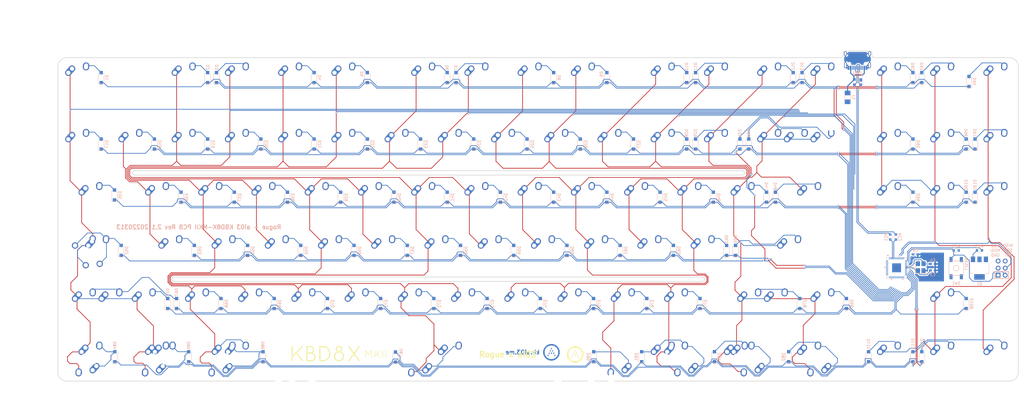
<source format=kicad_pcb>
(kicad_pcb (version 20211014) (generator pcbnew)
  (layers (0 "F.Cu" signal) (31 "B.Cu" signal) (34 "B.Paste" user) (35 "F.Paste" user) (36 "B.SilkS" user "B.Silkscreen") (37 "F.SilkS" user "F.Silkscreen") (38 "B.Mask" user) (39 "F.Mask" user) (44 "Edge.Cuts" user))
  (net 0 "")
  (net 1 "+5V")
  (net 2 "GND")
  (net 3 "XTAL1")
  (net 4 "XTAL2")
  (net 5 "COL0")
  (net 6 "ROW0")
  (net 7 "Net-(D1-Pad2)")
  (net 8 "Net-(D2-Pad2)")
  (net 9 "Net-(D3-Pad2)")
  (net 10 "Net-(D4-Pad2)")
  (net 11 "Net-(D5-Pad2)")
  (net 12 "Net-(D6-Pad2)")
  (net 13 "Net-(D7-Pad2)")
  (net 14 "Net-(D8-Pad2)")
  (net 15 "Net-(D9-Pad2)")
  (net 16 "Net-(D10-Pad2)")
  (net 17 "Net-(D11-Pad2)")
  (net 18 "Net-(D12-Pad2)")
  (net 19 "Net-(D13-Pad2)")
  (net 20 "Net-(D14-Pad2)")
  (net 21 "ROW4")
  (net 22 "Net-(D17-Pad2)")
  (net 23 "ROW1")
  (net 24 "Net-(D18-Pad2)")
  (net 25 "Net-(D19-Pad2)")
  (net 26 "Net-(D20-Pad2)")
  (net 27 "Net-(D21-Pad2)")
  (net 28 "Net-(D22-Pad2)")
  (net 29 "Net-(D23-Pad2)")
  (net 30 "Net-(D24-Pad2)")
  (net 31 "Net-(D25-Pad2)")
  (net 32 "Net-(D26-Pad2)")
  (net 33 "Net-(D27-Pad2)")
  (net 34 "Net-(D28-Pad2)")
  (net 35 "Net-(D29-Pad2)")
  (net 36 "ROW3")
  (net 37 "ROW2")
  (net 38 "Net-(D35-Pad2)")
  (net 39 "Net-(D36-Pad2)")
  (net 40 "Net-(D37-Pad2)")
  (net 41 "Net-(D38-Pad2)")
  (net 42 "Net-(D39-Pad2)")
  (net 43 "Net-(D40-Pad2)")
  (net 44 "Net-(D41-Pad2)")
  (net 45 "Net-(D42-Pad2)")
  (net 46 "Net-(D43-Pad2)")
  (net 47 "Net-(D44-Pad2)")
  (net 48 "Net-(D45-Pad2)")
  (net 49 "Net-(D46-Pad2)")
  (net 50 "Net-(D47-Pad2)")
  (net 51 "Net-(D48-Pad2)")
  (net 52 "Net-(D53-Pad2)")
  (net 53 "Net-(D54-Pad2)")
  (net 54 "Net-(D55-Pad2)")
  (net 55 "Net-(D56-Pad2)")
  (net 56 "Net-(D57-Pad2)")
  (net 57 "Net-(D58-Pad2)")
  (net 58 "Net-(D59-Pad2)")
  (net 59 "Net-(D60-Pad2)")
  (net 60 "Net-(D61-Pad2)")
  (net 61 "Net-(D62-Pad2)")
  (net 62 "Net-(D63-Pad2)")
  (net 63 "Net-(D65-Pad2)")
  (net 64 "Net-(D66-Pad2)")
  (net 65 "Net-(D67-Pad2)")
  (net 66 "Net-(D68-Pad2)")
  (net 67 "Net-(D69-Pad2)")
  (net 68 "Net-(D70-Pad2)")
  (net 69 "Net-(D71-Pad2)")
  (net 70 "Net-(D72-Pad2)")
  (net 71 "Net-(D73-Pad2)")
  (net 72 "Net-(D74-Pad2)")
  (net 73 "Net-(D75-Pad2)")
  (net 74 "Net-(D76-Pad2)")
  (net 75 "Net-(D77-Pad2)")
  (net 76 "Net-(D78-Pad2)")
  (net 77 "ROW5")
  (net 78 "Net-(D81-Pad2)")
  (net 79 "Net-(D82-Pad2)")
  (net 80 "Net-(D84-Pad2)")
  (net 81 "Net-(D85-Pad2)")
  (net 82 "Net-(D86-Pad2)")
  (net 83 "Net-(D87-Pad2)")
  (net 84 "Net-(D91-Pad2)")
  (net 85 "Net-(D92-Pad2)")
  (net 86 "Net-(D93-Pad2)")
  (net 87 "Net-(D94-Pad2)")
  (net 88 "Net-(D95-Pad2)")
  (net 89 "Net-(D96-Pad2)")
  (net 90 "Net-(D97-Pad2)")
  (net 91 "Net-(D99-Pad2)")
  (net 92 "Net-(D100-Pad2)")
  (net 93 "Net-(D101-Pad2)")
  (net 94 "Net-(D108-Pad2)")
  (net 95 "Net-(D111-Pad2)")
  (net 96 "Net-(D112-Pad2)")
  (net 97 "Net-(D113-Pad2)")
  (net 98 "VCC")
  (net 99 "COL2")
  (net 100 "COL1")
  (net 101 "COL3")
  (net 102 "COL4")
  (net 103 "COL5")
  (net 104 "COL6")
  (net 105 "COL7")
  (net 106 "COL8")
  (net 107 "Net-(Q1-Pad1)")
  (net 108 "LEDGND")
  (net 109 "Net-(RC1-Pad2)")
  (net 110 "D-")
  (net 111 "D+")
  (net 112 "Net-(RC2-Pad1)")
  (net 113 "RESET")
  (net 114 "Net-(RC5-Pad1)")
  (net 115 "Net-(RC6-Pad2)")
  (net 116 "Net-(RC7-Pad2)")
  (net 117 "Net-(USB1-Pad9)")
  (net 118 "Net-(USB1-Pad3)")
  (net 119 "Net-(D30-Pad2)")
  (net 120 "Net-(D31-Pad2)")
  (net 121 "Net-(D52-Pad2)")
  (net 122 "SLOCK_IND")
  (net 123 "RGBLED")
  (net 124 "ROW9")
  (net 125 "ROW6")
  (net 126 "ROW7")
  (net 127 "ROW8")
  (net 128 "ROW10")
  (net 129 "ROW11")
  (net 130 "Net-(D90-Pad2)")
  (footprint "locallib:kbd8x-logo" (layer "F.Cu") (at 140.653 137.795)
    (fp_text reference "G***" hide)
    (fp_text value "LOGO" hide)
  )
  (footprint "MX_Alps_Hybrid:MX-1U-NoLED" (layer "F.Cu") (at 242.8875 120.65)
    (fp_text reference "MX_.1")
    (fp_text value "MX-ALPS-1U")
  )
  (footprint "MX_Alps_Hybrid:MX-1U-NoLED" (layer "F.Cu") (at 223.8375 120.65)
    (fp_text reference "MX_,1")
    (fp_text value "MX-ALPS-1U")
  )
  (footprint "MX_Alps_Hybrid:MX-1U-NoLED" (layer "F.Cu") (at 66.675 63.5)
    (fp_text reference "MX_#1")
    (fp_text value "MX-1U")
  )
  (footprint "MX_Alps_Hybrid:MX-1U-NoLED" (layer "F.Cu") (at 85.725 63.5)
    (fp_text reference "MX_#2")
    (fp_text value "MX-1U")
  )
  (footprint "MX_Alps_Hybrid:MX-1U-NoLED" (layer "F.Cu") (at 104.775 63.5)
    (fp_text reference "MX_#3")
    (fp_text value "MX-1U")
  )
  (footprint "MX_Alps_Hybrid:MX-1U-NoLED" (layer "F.Cu") (at 123.825 63.5)
    (fp_text reference "MX_#4")
    (fp_text value "MX-1U")
  )
  (footprint "MX_Alps_Hybrid:MX-1U-NoLED" (layer "F.Cu") (at 142.875 63.5)
    (fp_text reference "MX_#5")
    (fp_text value "MX-1U")
  )
  (footprint "MX_Alps_Hybrid:MX-1U-NoLED" (layer "F.Cu") (at 161.925 63.5)
    (fp_text reference "MX_#6")
    (fp_text value "MX-1U")
  )
  (footprint "MX_Alps_Hybrid:MX-1U-NoLED" (layer "F.Cu") (at 180.975 63.5)
    (fp_text reference "MX_#7")
    (fp_text value "MX-1U")
  )
  (footprint "MX_Alps_Hybrid:MX-1U-NoLED" (layer "F.Cu") (at 219.075 63.5)
    (fp_text reference "MX_#9")
    (fp_text value "MX-1U")
  )
  (footprint "MX_Alps_Hybrid:MX-1U-NoLED" (layer "F.Cu") (at 238.125 63.5)
    (fp_text reference "MX_#0_1")
    (fp_text value "MX-1U")
  )
  (footprint "MX_Alps_Hybrid:MX-1U-NoLED" (layer "F.Cu") (at 271.4625 101.6)
    (fp_text reference "MX_'1")
    (fp_text value "MX-1U")
  )
  (footprint "MX_Alps_Hybrid:MX-1U-NoLED" (layer "F.Cu") (at 257.175 63.5)
    (fp_text reference "MX_-1")
    (fp_text value "MX-1U")
  )
  (footprint "MX_Alps_Hybrid:MX-1U-NoLED" (layer "F.Cu") (at 261.9375 120.65)
    (fp_text reference "MX_/1")
    (fp_text value "MX-ALPS-1U")
  )
  (footprint "MX_Alps_Hybrid:MX-1U-NoLED" (layer "F.Cu") (at 252.4125 101.6)
    (fp_text reference "MX_;1")
    (fp_text value "MX-1U")
  )
  (footprint "MX_Alps_Hybrid:MX-1U-NoLED" (layer "F.Cu") (at 276.225 63.5)
    (fp_text reference "MX_=1")
    (fp_text value "MX-1U")
  )
  (footprint "MX_Alps_Hybrid:MX-1U-NoLED" (layer "F.Cu") (at 266.7 82.55)
    (fp_text reference "MX_[1")
    (fp_text value "MX-1U")
  )
  (footprint "MX_Alps_Hybrid:MX-1.5U-NoLED" (layer "F.Cu") (at 309.5625 82.55)
    (fp_text reference "MX_\\1")
    (fp_text value "MX-1.5U")
  )
  (footprint "MX_Alps_Hybrid:MX-1U-NoLED" (layer "F.Cu") (at 285.75 82.55)
    (fp_text reference "MX_]1")
    (fp_text value "MX-1U")
  )
  (footprint "MX_Alps_Hybrid:MX-1U-NoLED" (layer "F.Cu") (at 47.625 63.5)
    (fp_text reference "MX_`1")
    (fp_text value "MX-1U")
  )
  (footprint "MX_Alps_Hybrid:MX-1U-NoLED" (layer "F.Cu") (at 80.9625 101.6)
    (fp_text reference "MX_A1")
    (fp_text value "MX-ALPS-1U")
  )
  (footprint "MX_Alps_Hybrid:MX-1U-NoLED" (layer "F.Cu") (at 166.6875 120.65)
    (fp_text reference "MX_B1")
    (fp_text value "MX-ALPS-1U")
  )
  (footprint "MX_Alps_Hybrid:MX-2U-NoLED" (layer "F.Cu") (at 304.8 63.5)
    (fp_text reference "MX_BACK1")
    (fp_text value "MX-2U")
  )
  (footprint "MX_Alps_Hybrid:MX-1U-NoLED" (layer "F.Cu") (at 295.275 63.5)
    (fp_text reference "MX_BACK2")
    (fp_text value "MX-1U")
  )
  (footprint "MX_Alps_Hybrid:MX-1U-NoLED" (layer "F.Cu") (at 314.325 63.5)
    (fp_text reference "MX_BACK3")
    (fp_text value "MX-1U")
  )
  (footprint "MX_Alps_Hybrid:MX-1U-NoLED" (layer "F.Cu") (at 128.5875 120.65)
    (fp_text reference "MX_C1")
    (fp_text value "MX-ALPS-1U")
  )
  (footprint "MX_Alps_Hybrid:MX-1U-NoLED" (layer "F.Cu") (at 54.76875 101.6)
    (fp_text reference "MX_CLOCK1")
    (fp_text value "MX-1.75U")
  )
  (footprint "MX_Only:MXOnly-1U-NoLED" (layer "F.Cu") (at 50.00625 101.6)
    (fp_text reference "MX_CLOCK2")
    (fp_text value "MX-1.25U")
  )
  (footprint "MX_Alps_Hybrid:MX-1U-NoLED" (layer "F.Cu") (at 119.0625 101.6)
    (fp_text reference "MX_D1")
    (fp_text value "MX-1U")
  )
  (footprint "MX_Alps_Hybrid:MX-1U-NoLED" (layer "F.Cu") (at 338.1375 82.55)
    (fp_text reference "MX_DEL1")
    (fp_text value "MX-1U")
  )
  (footprint "MX_Alps_Hybrid:MX-1U-NoLED" (layer "F.Cu") (at 357.1875 139.7)
    (fp_text reference "MX_DN1")
    (fp_text value "MX-1U")
  )
  (footprint "MX_Alps_Hybrid:MX-1U-NoLED" (layer "F.Cu") (at 114.3 82.55)
    (fp_text reference "MX_E1")
    (fp_text value "MX-1U")
  )
  (footprint "MX_Alps_Hybrid:MX-1U-NoLED" (layer "F.Cu") (at 357.1875 82.55)
    (fp_text reference "MX_END1")
    (fp_text value "MX-1U")
  )
  (footprint "MX_Alps_Hybrid:MX-1U-NoLED" (layer "F.Cu") (at 47.625 39.6875)
    (fp_text reference "MX_ESC1")
    (fp_text value "MX-1U")
  )
  (footprint "MX_Alps_Hybrid:MX-1U-NoLED" (layer "F.Cu") (at 138.1125 101.6)
    (fp_text reference "MX_F1")
    (fp_text value "MX-1U")
  )
  (footprint "MX_Alps_Hybrid:MX-1U-NoLED" (layer "F.Cu") (at 85.725 39.6875)
    (fp_text reference "MX_FN1")
    (fp_text value "MX-1U")
  )
  (footprint "MX_Alps_Hybrid:MX-1U-NoLED" (layer "F.Cu") (at 104.775 39.6875)
    (fp_text reference "MX_FN2")
    (fp_text value "MX-1U")
  )
  (footprint "MX_Alps_Hybrid:MX-1U-NoLED" (layer "F.Cu") (at 123.825 39.6875)
    (fp_text reference "MX_FN3")
    (fp_text value "MX-1U")
  )
  (footprint "MX_Alps_Hybrid:MX-1U-NoLED" (layer "F.Cu") (at 142.875 39.6875)
    (fp_text reference "MX_FN4")
    (fp_text value "MX-1U")
  )
  (footprint "MX_Alps_Hybrid:MX-1U-NoLED" (layer "F.Cu") (at 171.45 39.6875)
    (fp_text reference "MX_FN5")
    (fp_text value "MX-1U")
  )
  (footprint "MX_Alps_Hybrid:MX-1U-NoLED" (layer "F.Cu") (at 190.5 39.6875)
    (fp_text reference "MX_FN6")
    (fp_text value "MX-1U")
  )
  (footprint "MX_Alps_Hybrid:MX-1U-NoLED" (layer "F.Cu") (at 209.55 39.6875)
    (fp_text reference "MX_FN7")
    (fp_text value "MX-1U")
  )
  (footprint "MX_Alps_Hybrid:MX-1U-NoLED" (layer "F.Cu") (at 228.6 39.6875)
    (fp_text reference "MX_FN8")
    (fp_text value "MX-1U")
  )
  (footprint "MX_Alps_Hybrid:MX-1U-NoLED" (layer "F.Cu") (at 257.175 39.6875)
    (fp_text reference "MX_FN9")
    (fp_text value "MX-1U")
  )
  (footprint "MX_Alps_Hybrid:MX-1U-NoLED" (layer "F.Cu") (at 276.225 39.6875)
    (fp_text reference "MX_FN10")
    (fp_text value "MX-1U")
  )
  (footprint "MX_Alps_Hybrid:MX-1U-NoLED" (layer "F.Cu") (at 295.275 39.6875)
    (fp_text reference "MX_FN11")
    (fp_text value "MX-1U")
  )
  (footprint "MX_Alps_Hybrid:MX-1U-NoLED" (layer "F.Cu") (at 314.325 39.6875)
    (fp_text reference "MX_FN12")
    (fp_text value "MX-1U")
  )
  (footprint "MX_Alps_Hybrid:MX-1U-NoLED" (layer "F.Cu") (at 157.1625 101.6)
    (fp_text reference "MX_G1")
    (fp_text value "MX-1U")
  )
  (footprint "MX_Alps_Hybrid:MX-1U-NoLED" (layer "F.Cu") (at 176.2125 101.6)
    (fp_text reference "MX_H1")
    (fp_text value "MX-1U")
  )
  (footprint "MX_Alps_Hybrid:MX-1U-NoLED" (layer "F.Cu") (at 357.1875 63.5)
    (fp_text reference "MX_HOME1")
    (fp_text value "MX-1U")
  )
  (footprint "MX_Alps_Hybrid:MX-1U-NoLED" (layer "F.Cu") (at 209.55 82.55)
    (fp_text reference "MX_I1")
    (fp_text value "MX-1U")
  )
  (footprint "MX_Alps_Hybrid:MX-1U-NoLED" (layer "F.Cu") (at 338.1375 63.5)
    (fp_text reference "MX_INS1")
    (fp_text value "MX-1U")
  )
  (footprint "MX_Alps_Hybrid:MX-1U-NoLED" (layer "F.Cu") (at 195.2625 101.6)
    (fp_text reference "MX_J1")
    (fp_text value "MX-1U")
  )
  (footprint "MX_Alps_Hybrid:MX-1U-NoLED" (layer "F.Cu") (at 214.3125 101.6)
    (fp_text reference "MX_K1")
    (fp_text value "MX-1U")
  )
  (footprint "MX_Alps_Hybrid:MX-1U-NoLED" (layer "F.Cu") (at 233.3625 101.6)
    (fp_text reference "MX_L1")
    (fp_text value "MX-1U")
  )
  (footprint "MX_Alps_Hybrid:MX-1.5U-NoLED" (layer "F.Cu") (at 100.0125 139.7)
    (fp_text reference "MX_LALT1")
    (fp_text value "MX-ALPS-1.5U")
  )
  (footprint "MX_Alps_Hybrid:MX-1.5U-NoLED" (layer "F.Cu") (at 52.3875 139.7)
    (fp_text reference "MX_LCTRL1")
    (fp_text value "MX-ALPS-1.5U")
  )
  (footprint "MX_Alps_Hybrid:MX-1U-NoLED" (layer "F.Cu") (at 338.1375 139.7)
    (fp_text reference "MX_LFT1")
    (fp_text value "MX-1U")
  )
  (footprint "MX_Alps_Hybrid:MX-1U-NoLED" (layer "F.Cu") (at 76.2 139.7)
    (fp_text reference "MX_LGUI1")
    (fp_text value "MX-ALPS-1U")
  )
  (footprint "MX_Alps_Hybrid:MX-2.25U-NoLED" (layer "F.Cu") (at 59.53125 120.65)
    (fp_text reference "MX_LSHIFT1")
    (fp_text value "MX-2.25U")
  )
  (footprint "MX_Alps_Hybrid:MX-1.25U-NoLED" (layer "F.Cu") (at 50.00625 120.65)
    (fp_text reference "MX_LSHIFT2")
    (fp_text value "MX-1.25U")
  )
  (footprint "MX_Alps_Hybrid:MX-1U-NoLED" (layer "F.Cu") (at 71.4375 120.65)
    (fp_text reference "MX_LSHIFT3")
    (fp_text value "MX-ALPS-1U")
  )
  (footprint "MX_Alps_Hybrid:MX-1U-NoLED" (layer "F.Cu") (at 204.7875 120.65)
    (fp_text reference "MX_M1")
    (fp_text value "MX-ALPS-1U")
  )
  (footprint "MX_Alps_Hybrid:MX-1U-NoLED" (layer "F.Cu") (at 185.7375 120.65)
    (fp_text reference "MX_N1")
    (fp_text value "MX-ALPS-1U")
  )
  (footprint "MX_Alps_Hybrid:MX-1U-NoLED" (layer "F.Cu") (at 228.6 82.55)
    (fp_text reference "MX_O1")
    (fp_text value "MX-1U")
  )
  (footprint "MX_Alps_Hybrid:MX-1U-NoLED" (layer "F.Cu") (at 247.65 82.55)
    (fp_text reference "MX_P1")
    (fp_text value "MX-1U")
  )
  (footprint "MX_Alps_Hybrid:MX-1U-NoLED" (layer "F.Cu") (at 376.2375 39.6875)
    (fp_text reference "MX_PAUSE1")
    (fp_text value "MX-1U")
  )
  (footprint "MX_Alps_Hybrid:MX-1U-NoLED" (layer "F.Cu") (at 376.2375 82.55)
    (fp_text reference "MX_PGDN1")
    (fp_text value "MX-1U")
  )
  (footprint "MX_Alps_Hybrid:MX-1U-NoLED" (layer "F.Cu") (at 376.2375 63.5)
    (fp_text reference "MX_PGUP1")
    (fp_text value "MX-1U")
  )
  (footprint "MX_Alps_Hybrid:MX-1U-NoLED" (layer "F.Cu") (at 338.1375 39.6875)
    (fp_text reference "MX_PRINT1")
    (fp_text value "MX-1U")
  )
  (footprint "MX_Alps_Hybrid:MX-1U-NoLED" (layer "F.Cu") (at 76.2 82.55)
    (fp_text reference "MX_Q1")
    (fp_text value "MX-1U")
  )
  (footprint "MX_Alps_Hybrid:MX-1U-NoLED" (layer "F.Cu") (at 133.35 82.55)
    (fp_text reference "MX_R1")
    (fp_text value "MX-1U")
  )
  (footprint "MX_Alps_Hybrid:MX-1.5U-NoLED" (layer "F.Cu") (at 261.9375 139.7)
    (fp_text reference "MX_RALT1")
    (fp_text value "MX-ALPS-1.5U")
  )
  (footprint "MX_Alps_Hybrid:MX-1.5U-NoLED" (layer "F.Cu") (at 309.5625 139.7)
    (fp_text reference "MX_RCTRL1")
    (fp_text value "MX-ALPS-1.5U")
  )
  (footprint "MX_Alps_Hybrid:MX-2.25U-NoLED" (layer "F.Cu") (at 302.41875 101.6)
    (fp_text reference "MX_RETURN1")
    (fp_text value "MX-2.25U")
  )
  (footprint "MX_Alps_Hybrid:MX-1U-NoLED" (layer "F.Cu") (at 285.75 139.7)
    (fp_text reference "MX_RGUI1")
    (fp_text value "MX-ALPS-1U")
  )
  (footprint "MX_Alps_Hybrid:MX-2.75U-NoLED" (layer "F.Cu") (at 297.65625 120.65)
    (fp_text reference "MX_RSHIFT1")
    (fp_text value "MX-2.75U")
  )
  (footprint "MX_Alps_Hybrid:MX-1.75U-NoLED" (layer "F.Cu") (at 288.13125 120.65)
    (fp_text reference "MX_RSHIFT2")
    (fp_text value "MX-1.75U")
  )
  (footprint "MX_Alps_Hybrid:MX-1U-NoLED" (layer "F.Cu") (at 314.325 120.65)
    (fp_text reference "MX_RSHIFT3")
    (fp_text value "MX-1U")
  )
  (footprint "MX_Alps_Hybrid:MX-1U-NoLED" (layer "F.Cu") (at 376.2375 139.7)
    (fp_text reference "MX_RT1")
    (fp_text value "MX-1U")
  )
  (footprint "MX_Alps_Hybrid:MX-1U-NoLED" (layer "F.Cu") (at 100.0125 101.6)
    (fp_text reference "MX_S1")
    (fp_text value "MX-1U")
  )
  (footprint "MX_Alps_Hybrid:MX-7U-ReversedStabilizers-NoLED" (layer "F.Cu") (at 180.975 139.7)
    (fp_text reference "MX_SP2")
    (fp_text value "MX-7U")
  )
  (footprint "MX_Alps_Hybrid:MX-1U-NoLED" (layer "F.Cu") (at 152.4 82.55)
    (fp_text reference "MX_T1")
    (fp_text value "MX-1U")
  )
  (footprint "MX_Alps_Hybrid:MX-1U-NoLED" (layer "F.Cu") (at 190.5 82.55)
    (fp_text reference "MX_U1")
    (fp_text value "MX-1U")
  )
  (footprint "MX_Alps_Hybrid:MX-1U-NoLED" (layer "F.Cu") (at 357.1875 120.65)
    (fp_text reference "MX_UP1")
    (fp_text value "MX-1U")
  )
  (footprint "MX_Alps_Hybrid:MX-1U-NoLED" (layer "F.Cu") (at 147.6375 120.65)
    (fp_text reference "MX_V1")
    (fp_text value "MX-ALPS-1U")
  )
  (footprint "MX_Alps_Hybrid:MX-1U-NoLED" (layer "F.Cu") (at 95.25 82.55)
    (fp_text reference "MX_W1")
    (fp_text value "MX-1U")
  )
  (footprint "MX_Alps_Hybrid:MX-1U-NoLED" (layer "F.Cu") (at 109.5375 120.65)
    (fp_text reference "MX_X1")
    (fp_text value "MX-ALPS-1U")
  )
  (footprint "MX_Alps_Hybrid:MX-1U-NoLED" (layer "F.Cu") (at 171.45 82.55)
    (fp_text reference "MX_Y1")
    (fp_text value "MX-1U")
  )
  (footprint "MX_Alps_Hybrid:MX-1U-NoLED" (layer "F.Cu") (at 90.4875 120.65)
    (fp_text reference "MX_Z1")
    (fp_text value "MX-ALPS-1U")
  )
  (footprint "locallib:ai-ring-6mm" (layer "F.Cu") (at 225.2 138.1125)
    (fp_text reference "G***" hide)
    (fp_text value "LOGO" hide)
  )
  (footprint "MX_Alps_Hybrid:MX-1U-NoLED" (layer "F.Cu") (at 200.025 63.5)
    (fp_text reference "MX_#8")
    (fp_text value "MX-1U")
  )
  (footprint "MX_Alps_Hybrid:MX-1.5U-NoLED" (layer "F.Cu") (at 52.3875 82.55)
    (fp_text reference "MX_TAB1")
    (fp_text value "MX-1.5U")
  )
  (footprint "MX_Alps_Hybrid:MX-1U-NoLED" (layer "F.Cu") (at 357.1875 39.6875)
    (fp_text reference "MX_SLOCK1")
    (fp_text value "MX-1U")
  )
  (footprint "Alps_Only:ALPS-1U" (layer "F.Cu") (at 52.538059 101.61281 180)
    (fp_text reference "MX_CLOCK2")
    (fp_text value "MX-1.25U")
  )
  (footprint "MX_Alps_Hybrid:MX-1.25U-NoLED" (layer "F.Cu") (at 288.075919 139.699651 180)
    (fp_text reference "MX_RCTRL1")
    (fp_text value "MX-ALPS-1.5U")
  )
  (footprint "MX_Alps_Hybrid:MX-1.25U-NoLED" (layer "F.Cu") (at 78.577913 139.7)
    (fp_text reference "MX_LGUI2")
    (fp_text value "MX-ALPS-1.25U")
  )
  (footprint "MX_Alps_Hybrid:MX-6.5U-ReversedStabilizers-NoLED" (layer "F.Cu") (at 180.975 139.7)
    (fp_text reference "MX_SP2")
    (fp_text value "MX-7U")
  )
  (footprint "MX_Alps_Hybrid:MX-1.25U-NoLED" (layer "F.Cu") (at 311.927967 139.710515 180)
    (fp_text reference "MX_RCTRL1")
    (fp_text value "MX-ALPS-1.5U")
  )
  (footprint "MX_Alps_Hybrid:MX-1.25U-NoLED" (layer "F.Cu") (at 97.621001 139.743313 180)
    (fp_text reference "MX_LCTRL1")
    (fp_text value "MX-ALPS-1.5U")
  )
  (footprint "MX_Alps_Hybrid:MX-1.25U-NoLED" (layer "F.Cu") (at 264.310779 139.7 180)
    (fp_text reference "MX_RCTRLe")
    (fp_text value "MX-ALPS-1.5U")
  )
  (footprint "MX_Alps_Hybrid:MX-1.25U-NoLED" (layer "F.Cu") (at 50.017173 139.704928 180)
    (fp_text reference "MX_LCTRL1")
    (fp_text value "MX-ALPS-1.5U")
  )
  (footprint "MX_Alps_Hybrid:MX-6.25U-NoLED" (layer "F.Cu") (at 169.076182 139.750951 180)
    (fp_text reference "MX_SP2")
    (fp_text value "MX-7U")
  )
  (footprint "MX_Alps_Hybrid:MX-1.25U-NoLED" (layer "F.Cu") (at 240.454387 139.7 180)
    (fp_text reference "MX_RCTRL1")
    (fp_text value "MX-ALPS-1.5U")
  )
  (footprint "MX_Alps_Hybrid:MX-1.5U-NoLED" (layer "F.Cu") (at 257.165295 139.691015)
    (fp_text reference "MX_RALT2")
    (fp_text value "MX-ALPS-1.5U")
  )
  (footprint "MX_Alps_Hybrid:MX-1.5U-NoLED" (layer "F.Cu") (at 104.763937 139.713466)
    (fp_text reference "MX_LALT2")
    (fp_text value "MX-ALPS-1.5U")
  )
  (footprint "MX_Alps_Hybrid:MX-1.25U-NoLED" (layer "F.Cu") (at 283.355251 139.713777)
    (fp_text reference "MX_RGUI2")
    (fp_text value "MX-ALPS-1.25U")
  )
  (footprint "MX_Alps_Hybrid:MX-1.25U-NoLED" (layer "F.Cu") (at 73.802269 139.722632 180)
    (fp_text reference "MX_LCTRL1")
    (fp_text value "MX-ALPS-1.5U")
  )
  (footprint "TO_SOT_Packages_SMD:SOT-223-3_TabPin2" (layer "B.Cu") (at 369.8875 107.15625 -90)
    (fp_text reference "Q1")
    (fp_text value "DSS60601MZ4-13")
  )
  (footprint "locallib:SOT143B" (layer "B.Cu") (at 326.263 40.48125 -90)
    (fp_text reference "U2")
    (fp_text value "PRTR5V0U2X")
  )
  (footprint "Type-C:HRO-TYPE-C-31-M-12-Assembly" (layer "B.Cu") (at 326.23125 27.687125)
    (fp_text reference "USB1")
    (fp_text value "HRO-TYPE-C-31-M-12")
  )
  (footprint "random-keyboard-parts:Reset_Pretty-Mask" (layer "B.Cu") (at 377.825 107.15625 180)
    (fp_text reference "J1")
    (fp_text value "AVR-ISP-6")
  )
  (footprint "random-keyboard-parts:SKQG-1155865" (layer "B.Cu") (at 361.553125 107.15625 -90)
    (fp_text reference "SW1")
    (fp_text value "SW_Push")
  )
  (footprint "locallib:ai-ring-6mm-FancyAss-Mask" (layer "B.Cu") (at 216.69375 137.31875 180)
    (fp_text reference "G***" hide)
    (fp_text value "LOGO" hide)
  )
  (footprint "locallib:ai-ring-6mm-FancyAss" (layer "B.Cu") (at 216.69375 137.31875 180)
    (fp_text reference "G***" hide)
    (fp_text value "LOGO" hide)
  )
  (footprint "locallib:C_0603" (layer "B.Cu") (at 353.187 105.664)
    (fp_text reference "C4")
    (fp_text value "22pF")
  )
  (footprint "locallib:C_0603" (layer "B.Cu") (at 346.964 102.235 180)
    (fp_text reference "C8")
    (fp_text value "0.1uF")
  )
  (footprint "locallib:D_SOD-123" (layer "B.Cu") (at 55.5625 38.89375 90)
    (fp_text reference "D1")
    (fp_text value "SOD-323")
  )
  (footprint "locallib:D_SOD-123" (layer "B.Cu") (at 93.6625 38.89375 90)
    (fp_text reference "D2")
    (fp_text value "SOD-323")
  )
  (footprint "locallib:D_SOD-123" (layer "B.Cu") (at 96.8375 38.89375 90)
    (fp_text reference "D3")
    (fp_text value "SOD-323")
  )
  (footprint "locallib:D_SOD-123" (layer "B.Cu") (at 131.7625 38.89375 90)
    (fp_text reference "D4")
    (fp_text value "SOD-323")
  )
  (footprint "locallib:D_SOD-123" (layer "B.Cu") (at 179.3875 38.89375 90)
    (fp_text reference "D6")
    (fp_text value "SOD-323")
  )
  (footprint "locallib:D_SOD-123" (layer "B.Cu") (at 182.5625 38.89375 90)
    (fp_text reference "D7")
    (fp_text value "SOD-323")
  )
  (footprint "locallib:D_SOD-123" (layer "B.Cu") (at 217.4875 38.89375 90)
    (fp_text reference "D8")
    (fp_text value "SOD-323")
  )
  (footprint "locallib:D_SOD-123" (layer "B.Cu") (at 236.5375 38.89375 90)
    (fp_text reference "D9")
    (fp_text value "SOD-323")
  )
  (footprint "locallib:D_SOD-123" (layer "B.Cu") (at 265.1125 38.89375 90)
    (fp_text reference "D10")
    (fp_text value "SOD-323")
  )
  (footprint "locallib:D_SOD-123" (layer "B.Cu") (at 268.2875 38.89375 90)
    (fp_text reference "D11")
    (fp_text value "SOD-323")
  )
  (footprint "locallib:D_SOD-123" (layer "B.Cu") (at 303.2125 38.89375 90)
    (fp_text reference "D12")
    (fp_text value "SOD-323")
  )
  (footprint "locallib:D_SOD-123" (layer "B.Cu") (at 306.3875 38.89375 90)
    (fp_text reference "D13")
    (fp_text value "SOD-323")
  )
  (footprint "locallib:D_SOD-123" (layer "B.Cu") (at 79.375 119.85625 90)
    (fp_text reference "D14")
    (fp_text value "SOD-323")
  )
  (footprint "locallib:D_SOD-123" (layer "B.Cu") (at 55.5625 62.70625 90)
    (fp_text reference "D17")
    (fp_text value "SOD-323")
  )
  (footprint "locallib:D_SOD-123" (layer "B.Cu") (at 74.6125 62.70625 90)
    (fp_text reference "D18")
    (fp_text value "SOD-323")
  )
  (footprint "locallib:D_SOD-123" (layer "B.Cu") (at 93.6625 62.70625 90)
    (fp_text reference "D19")
    (fp_text value "SOD-323")
  )
  (footprint "locallib:D_SOD-123" (layer "B.Cu") (at 112.7125 62.70625 90)
    (fp_text reference "D20")
    (fp_text value "SOD-323")
  )
  (footprint "locallib:D_SOD-123" (layer "B.Cu") (at 131.7625 62.70625 90)
    (fp_text reference "D21")
    (fp_text value "SOD-323")
  )
  (footprint "locallib:D_SOD-123" (layer "B.Cu") (at 150.8125 62.70625 90)
    (fp_text reference "D22")
    (fp_text value "SOD-323")
  )
  (footprint "locallib:D_SOD-123" (layer "B.Cu") (at 169.8625 62.70625 90)
    (fp_text reference "D23")
    (fp_text value "SOD-323")
  )
  (footprint "locallib:D_SOD-123" (layer "B.Cu") (at 188.9125 62.70625 90)
    (fp_text reference "D24")
    (fp_text value "SOD-323")
  )
  (footprint "locallib:D_SOD-123" (layer "B.Cu") (at 207.9625 62.70625 90)
    (fp_text reference "D25")
    (fp_text value "SOD-323")
  )
  (footprint "locallib:D_SOD-123" (layer "B.Cu") (at 227.0125 62.70625 90)
    (fp_text reference "D26")
    (fp_text value "SOD-323")
  )
  (footprint "locallib:D_SOD-123" (layer "B.Cu") (at 246.0625 62.70625 90)
    (fp_text reference "D27")
    (fp_text value "SOD-323")
  )
  (footprint "locallib:D_SOD-123" (layer "B.Cu") (at 265.1125 62.70625 90)
    (fp_text reference "D28")
    (fp_text value "SOD-323")
  )
  (footprint "locallib:D_SOD-123" (layer "B.Cu") (at 268.2875 62.70625 90)
    (fp_text reference "D29")
    (fp_text value "SOD-323")
  )
  (footprint "locallib:D_SOD-123" (layer "B.Cu") (at 287.3375 62.70625 90)
    (fp_text reference "D30")
    (fp_text value "SOD-323")
  )
  (footprint "locallib:D_SOD-123" (layer "B.Cu") (at 284.1625 62.70625 90)
    (fp_text reference "D31")
    (fp_text value "SOD-323")
  )
  (footprint "locallib:D_SOD-123" (layer "B.Cu") (at 60.325 80.9625 90)
    (fp_text reference "D35")
    (fp_text value "SOD-323")
  )
  (footprint "locallib:D_SOD-123" (layer "B.Cu") (at 84.1375 81.75625 90)
    (fp_text reference "D36")
    (fp_text value "SOD-323")
  )
  (footprint "locallib:D_SOD-123" (layer "B.Cu") (at 103.1875 81.75625 90)
    (fp_text reference "D37")
    (fp_text value "SOD-323")
  )
  (footprint "locallib:D_SOD-123" (layer "B.Cu") (at 122.2375 81.75625 90)
    (fp_text reference "D38")
    (fp_text value "SOD-323")
  )
  (footprint "locallib:D_SOD-123" (layer "B.Cu") (at 141.2875 81.75625 90)
    (fp_text reference "D39")
    (fp_text value "SOD-323")
  )
  (footprint "locallib:D_SOD-123" (layer "B.Cu") (at 160.3375 81.75625 90)
    (fp_text reference "D40")
    (fp_text value "SOD-323")
  )
  (footprint "locallib:D_SOD-123" (layer "B.Cu") (at 179.3875 81.75625 90)
    (fp_text reference "D41")
    (fp_text value "SOD-323")
  )
  (footprint "locallib:D_SOD-123" (layer "B.Cu") (at 198.4375 81.75625 90)
    (fp_text reference "D42")
    (fp_text value "SOD-323")
  )
  (footprint "locallib:D_SOD-123" (layer "B.Cu") (at 217.4875 81.75625 90)
    (fp_text reference "D43")
    (fp_text value "SOD-323")
  )
  (footprint "locallib:D_SOD-123" (layer "B.Cu") (at 236.5375 81.75625 90)
    (fp_text reference "D44")
    (fp_text value "SOD-323")
  )
  (footprint "locallib:D_SOD-123" (layer "B.Cu") (at 255.5875 81.75625 90)
    (fp_text reference "D45")
    (fp_text value "SOD-323")
  )
  (footprint "locallib:D_SOD-123" (layer "B.Cu") (at 274.6375 81.75625 90)
    (fp_text reference "D46")
    (fp_text value "SOD-323")
  )
  (footprint "locallib:D_SOD-123" (layer "B.Cu") (at 293.6875 81.75625 90)
    (fp_text reference "D47")
    (fp_text value "SOD-323")
  )
  (footprint "locallib:D_SOD-123" (layer "B.Cu") (at 296.8625 81.75625 90)
    (fp_text reference "D48")
    (fp_text value "SOD-323")
  )
  (footprint "locallib:D_SOD-123" (layer "B.Cu") (at 62.70625 100.80625 90)
    (fp_text reference "D52")
    (fp_text value "SOD-323")
  )
  (footprint "locallib:D_SOD-123" (layer "B.Cu") (at 88.9 100.80625 90)
    (fp_text reference "D53")
    (fp_text value "SOD-323")
  )
  (footprint "locallib:D_SOD-123" (layer "B.Cu") (at 107.95 100.80625 90)
    (fp_text reference "D54")
    (fp_text value "SOD-323")
  )
  (footprint "locallib:D_SOD-123" (layer "B.Cu") (at 127 100.80625 90)
    (fp_text reference "D55")
    (fp_text value "SOD-323")
  )
  (footprint "locallib:D_SOD-123" (layer "B.Cu") (at 146.05 100.80625 90)
    (fp_text reference "D56")
    (fp_text value "SOD-323")
  )
  (footprint "locallib:D_SOD-123" (layer "B.Cu") (at 165.1 100.80625 90)
    (fp_text reference "D57")
    (fp_text value "SOD-323")
  )
  (footprint "locallib:D_SOD-123" (layer "B.Cu") (at 184.15 100.80625 90)
    (fp_text reference "D58")
    (fp_text value "SOD-323")
  )
  (footprint "locallib:D_SOD-123" (layer "B.Cu") (at 203.2 100.80625 90)
    (fp_text reference "D59")
    (fp_text value "SOD-323")
  )
  (footprint "locallib:D_SOD-123" (layer "B.Cu") (at 222.25 100.80625 90)
    (fp_text reference "D60")
    (fp_text value "SOD-323")
  )
  (footprint "locallib:D_SOD-123" (layer "B.Cu") (at 241.3 100.80625 90)
    (fp_text reference "D61")
    (fp_text value "SOD-323")
  )
  (footprint "locallib:D_SOD-123" (layer "B.Cu") (at 260.35 100.80625 90)
    (fp_text reference "D62")
    (fp_text value "SOD-323")
  )
  (footprint "locallib:D_SOD-123" (layer "B.Cu") (at 279.4 100.80625 90)
    (fp_text reference "D63")
    (fp_text value "SOD-323")
  )
  (footprint "locallib:D_SOD-123" (layer "B.Cu") (at 282.575 100.80625 90)
    (fp_text reference "D65")
    (fp_text value "SOD-323")
  )
  (footprint "locallib:D_SOD-123" (layer "B.Cu") (at 322.2625 119.85625 90)
    (fp_text reference "D66")
    (fp_text value "SOD-323")
  )
  (footprint "locallib:D_SOD-123" (layer "B.Cu") (at 82.55 119.85625 90)
    (fp_text reference "D67")
    (fp_text value "SOD-323")
  )
  (footprint "locallib:D_SOD-123" (layer "B.Cu") (at 98.425 119.85625 90)
    (fp_text reference "D68")
    (fp_text value "SOD-323")
  )
  (footprint "locallib:D_SOD-123" (layer "B.Cu") (at 117.475 119.85625 90)
    (fp_text reference "D69")
    (fp_text value "SOD-323")
  )
  (footprint "locallib:D_SOD-123" (layer "B.Cu") (at 136.525 119.85625 90)
    (fp_text reference "D70")
    (fp_text value "SOD-323")
  )
  (footprint "locallib:D_SOD-123" (layer "B.Cu") (at 155.575 119.85625 90)
    (fp_text reference "D71")
    (fp_text value "SOD-323")
  )
  (footprint "locallib:D_SOD-123" (layer "B.Cu") (at 174.625 119.85625 90)
    (fp_text reference "D72")
    (fp_text value "SOD-323")
  )
  (footprint "locallib:D_SOD-123" (layer "B.Cu") (at 193.675 119.85625 90)
    (fp_text reference "D73")
    (fp_text value "SOD-323")
  )
  (footprint "locallib:D_SOD-123" (layer "B.Cu") (at 212.725 119.85625 90)
    (fp_text reference "D74")
    (fp_text value "SOD-323")
  )
  (footprint "locallib:D_SOD-123" (layer "B.Cu") (at 231.775 119.85625 90)
    (fp_text reference "D75")
    (fp_text value "SOD-323")
  )
  (footprint "locallib:D_SOD-123" (layer "B.Cu") (at 250.825 119.85625 90)
    (fp_text reference "D76")
    (fp_text value "SOD-323")
  )
  (footprint "locallib:D_SOD-123" (layer "B.Cu") (at 269.875 119.85625 90)
    (fp_text reference "D77")
    (fp_text value "SOD-323")
  )
  (footprint "locallib:D_SOD-123" (layer "B.Cu") (at 305.59375 119.85625 90)
    (fp_text reference "D78")
    (fp_text value "SOD-323")
  )
  (footprint "locallib:D_SOD-123" (layer "B.Cu") (at 275.041347 138.90625 90)
    (fp_text reference "D81")
    (fp_text value "SOD-323")
  )
  (footprint "locallib:D_SOD-123" (layer "B.Cu") (at 301.625 138.90625 90)
    (fp_text reference "D82")
    (fp_text value "SOD-323")
  )
  (footprint "locallib:D_SOD-123" (layer "B.Cu") (at 60.458141 138.90625 90)
    (fp_text reference "D84")
    (fp_text value "SOD-323")
  )
  (footprint "locallib:D_SOD-123" (layer "B.Cu") (at 86.89189 138.920181 90)
    (fp_text reference "D85")
    (fp_text value "SOD-323")
  )
  (footprint "locallib:D_SOD-123" (layer "B.Cu") (at 113.480412 138.920181 90)
    (fp_text reference "D86")
    (fp_text value "SOD-323")
  )
  (footprint "locallib:D_SOD-123" (layer "B.Cu") (at 160.893504 139.023282 90)
    (fp_text reference "D87")
    (fp_text value "SOD-323")
  )
  (footprint "locallib:D_SOD-123" (layer "B.Cu") (at 249 138.90625 90)
    (fp_text reference "D91")
    (fp_text value "SOD-323")
  )
  (footprint "locallib:D_SOD-123" (layer "B.Cu") (at 346.075 38.89375 90)
    (fp_text reference "D92")
    (fp_text value "SOD-323")
  )
  (footprint "locallib:D_SOD-123" (layer "B.Cu") (at 349.25 38.89375 90)
    (fp_text reference "D93")
    (fp_text value "SOD-323")
  )
  (footprint "locallib:D_SOD-123" (layer "B.Cu") (at 366.138236 40.28703 90)
    (fp_text reference "D94")
    (fp_text value "SOD-323")
  )
  (footprint "locallib:D_SOD-123" (layer "B.Cu") (at 346.075 62.70625 90)
    (fp_text reference "D95")
    (fp_text value "SOD-323")
  )
  (footprint "locallib:D_SOD-123" (layer "B.Cu") (at 365.125 62.70625 90)
    (fp_text reference "D96")
    (fp_text value "SOD-323")
  )
  (footprint "locallib:D_SOD-123" (layer "B.Cu") (at 368.3 62.70625 90)
    (fp_text reference "D97")
    (fp_text value "SOD-323")
  )
  (footprint "locallib:D_SOD-123" (layer "B.Cu") (at 346.075 81.75625 90)
    (fp_text reference "D99")
    (fp_text value "SOD-323")
  )
  (footprint "locallib:D_SOD-123" (layer "B.Cu") (at 365.125 81.75625 90)
    (fp_text reference "D100")
    (fp_text value "SOD-323")
  )
  (footprint "locallib:D_SOD-123" (layer "B.Cu") (at 368.3 81.75625 90)
    (fp_text reference "D101")
    (fp_text value "SOD-323")
  )
  (footprint "locallib:D_SOD-123" (layer "B.Cu") (at 365.125 119.85625 90)
    (fp_text reference "D108")
    (fp_text value "SOD-323")
  )
  (footprint "locallib:D_SOD-123" (layer "B.Cu") (at 330.2 138.90625 90)
    (fp_text reference "D111")
    (fp_text value "SOD-323")
  )
  (footprint "locallib:D_SOD-123" (layer "B.Cu") (at 349.25 138.90625 90)
    (fp_text reference "D112")
    (fp_text value "SOD-323")
  )
  (footprint "locallib:D_SOD-123" (layer "B.Cu") (at 346.075 138.90625 90)
    (fp_text reference "D113")
    (fp_text value "SOD-323")
  )
  (footprint "locallib:R_0603" (layer "B.Cu") (at 337.947 96.012 90)
    (fp_text reference "RC1")
    (fp_text value "22")
  )
  (footprint "locallib:R_0603" (layer "B.Cu") (at 339.979 96.012 -90)
    (fp_text reference "RC2")
    (fp_text value "22")
  )
  (footprint "locallib:R_0603" (layer "B.Cu") (at 361.553125 100.80625 180)
    (fp_text reference "RC3")
    (fp_text value "10k")
  )
  (footprint "locallib:R_0603" (layer "B.Cu") (at 369.8875 100.80625 180)
    (fp_text reference "RC5")
    (fp_text value "1.5k")
  )
  (footprint "locallib:Crystal_SMD_3225-4pin_3.2x2.5mm" (layer "B.Cu") (at 348.869 106.807 90)
    (fp_text reference "Y1")
    (fp_text value "16MHz")
  )
  (footprint "locallib:C_0603" (layer "B.Cu") (at 353.187 107.95)
    (fp_text reference "C3")
    (fp_text value "22pF")
  )
  (footprint "locallib:D_SOD-123" (layer "B.Cu") (at 150.8125 38.89375 90)
    (fp_text reference "D5")
    (fp_text value "SOD-323")
  )
  (footprint "rp2040:RP2040" (layer "B.Cu") (at 340.217252 107.045125 -90)
    (fp_text reference "REF**" hide)
    (fp_text value "IC57_RP2040" hide)
  )
  (footprint "Fuse_Holders_and_Fuses:Fuse_SMD1206_Wave" (layer "B.Cu") (at 322.680809 45.971327 90)
    (fp_text reference "F1")
    (fp_text value "500mA")
  )
  (footprint "locallib:D_SOD-123" (layer "B.Cu") (at 231.841319 138.90625 90)
    (fp_text reference "D90")
    (fp_text value "SOD-323")
  )
  (gr_arc (start 284.95625 72.23125) (mid 285.75 73.025) (end 284.95625 73.81875) (layer "Edge.Cuts") (width 0.2))
  (gr_arc (start 332.184375 31.75) (mid 331.623109 31.517516) (end 331.390625 30.95625) (layer "Edge.Cuts") (width 0.2))
  (gr_line (start 81.75625 111.91875) (end 270.66875 111.91875) (layer "Edge.Cuts") (width 0.2))
  (gr_line (start 321.071875 30.1625) (end 321.071875 30.95625) (layer "Edge.Cuts") (width 0.2))
  (gr_line (start 67.46875 73.81875) (end 284.95625 73.81875) (layer "Edge.Cuts") (width 0.2))
  (gr_arc (start 270.682902 110.331772) (mid 271.476652 111.125522) (end 270.682902 111.919272) (layer "Edge.Cuts") (width 0.2))
  (gr_line (start 284.95625 72.23125) (end 67.46875 72.23125) (layer "Edge.Cuts") (width 0.2))
  (gr_line (start 383.778125 34.925) (end 383.778125 144.4625) (layer "Edge.Cuts") (width 0.2))
  (gr_line (start 332.184375 31.75) (end 380.603125 31.75) (layer "Edge.Cuts") (width 0.2))
  (gr_line (start 380.603125 147.6375) (end 43.259375 147.6375) (layer "Edge.Cuts") (width 0.2))
  (gr_line (start 270.66875 110.33125) (end 81.75625 110.33125) (layer "Edge.Cuts") (width 0.2))
  (gr_line (start 40.084375 144.4625) (end 40.084375 34.925) (layer "Edge.Cuts") (width 0.2))
  (gr_arc (start 383.778125 144.4625) (mid 382.848189 146.707564) (end 380.603125 147.6375) (layer "Edge.Cuts") (width 0.2))
  (gr_arc (start 43.259375 147.6375) (mid 41.014311 146.707564) (end 40.084375 144.4625) (layer "Edge.Cuts") (width 0.2))
  (gr_line (start 331.390625 30.1625) (end 331.390625 30.95625) (layer "Edge.Cuts") (width 0.2))
  (gr_line (start 43.259375 31.75) (end 320.278125 31.75) (layer "Edge.Cuts") (width 0.2))
  (gr_arc (start 67.46875 73.81875) (mid 66.675 73.025) (end 67.46875 72.23125) (layer "Edge.Cuts") (width 0.2))
  (gr_arc (start 81.715592 111.925733) (mid 80.921842 111.131983) (end 81.715592 110.338233) (layer "Edge.Cuts") (width 0.2))
  (gr_arc (start 321.071875 30.95625) (mid 320.839391 31.517516) (end 320.278125 31.75) (layer "Edge.Cuts") (width 0.2))
  (gr_arc (start 380.603125 31.75) (mid 382.848189 32.679936) (end 383.778125 34.925) (layer "Edge.Cuts") (width 0.2))
  (gr_arc (start 321.071875 30.1625) (mid 321.304359 29.601234) (end 321.865625 29.36875) (layer "Edge.Cuts") (width 0.2))
  (gr_arc (start 40.084375 34.925) (mid 41.014311 32.679936) (end 43.259375 31.75) (layer "Edge.Cuts") (width 0.2))
  (gr_line (start 321.865625 29.36875) (end 330.596875 29.36875) (layer "Edge.Cuts") (width 0.2))
  (gr_arc (start 330.596875 29.36875) (mid 331.158141 29.601234) (end 331.390625 30.1625) (layer "Edge.Cuts") (width 0.2))
  (gr_text "kb.ai03.me" (at 206.375 137.31875) (layer "B.Cu") (effects (font (size 1.5 1.5) (thickness 0.3)) (justify mirror)))
  (gr_text "Rogue - ai03 KBD8X-MKII PCB Rev 2.1 20220313" (at 90.4875 92.456) (layer "B.SilkS") (effects (font (size 1.5 1.5) (thickness 0.3)) (justify mirror)))
  (gr_text "RESET" (at 365.252 105.664 90) (layer "B.SilkS") (effects (font (size 1 1)) (justify mirror)))
  (gr_text "Rogue x ai03" (at 201 138.1125) (layer "F.SilkS") (effects (font (size 2 2) (thickness 0.4))))
  (segment (start 347.869 108.057) (end 347.213875 108.057) (width 0.254) (layer "B.Cu") (net 3))
  (segment (start 347.869 108.057) (end 347.869 108.728) (width 0.254) (layer "B.Cu") (net 3))
  (segment (start 348.615 109.474) (end 351.028 109.474) (width 0.254) (layer "B.Cu") (net 3))
  (segment (start 351.028 109.474) (end 352.337 108.165) (width 0.254) (layer "B.Cu") (net 3))
  (segment (start 347.869 108.728) (end 348.615 109.474) (width 0.254) (layer "B.Cu") (net 3))
  (segment (start 343.617125 107.045125) (end 346.202 107.045125) (width 0.254) (layer "B.Cu") (net 3))
  (segment (start 352.337 108.165) (end 352.337 107.95) (width 0.254) (layer "B.Cu") (net 3))
  (segment (start 347.213875 108.057) (end 346.202 107.045125) (width 0.254) (layer "B.Cu") (net 3))
  (segment (start 346.456 104.4575) (end 346.456 105.537) (width 0.254) (layer "B.Cu") (net 4))
  (segment (start 349.869 105.557) (end 349.869 105.013) (width 0.254) (layer "B.Cu") (net 4))
  (segment (start 352.337 105.664) (end 349.976 105.664) (width 0.254) (layer "B.Cu") (net 4))
  (segment (start 349.869 105.013) (end 348.996 104.14) (width 0.254) (layer "B.Cu") (net 4))
  (segment (start 346.7735 104.14) (end 346.456 104.4575) (width 0.254) (layer "B.Cu") (net 4))
  (segment (start 346.456 105.537) (end 345.447875 106.545125) (width 0.254) (layer "B.Cu") (net 4))
  (segment (start 348.996 104.14) (end 346.7735 104.14) (width 0.254) (layer "B.Cu") (net 4))
  (segment (start 349.976 105.664) (end 349.869 105.557) (width 0.254) (layer "B.Cu") (net 4))
  (segment (start 345.447875 106.545125) (end 343.617125 106.545125) (width 0.254) (layer "B.Cu") (net 4))
  (segment (start 67.250526 139.093695) (end 67.250526 140.484232) (width 0.254) (layer "F.Cu") (net 5))
  (segment (start 63.5 70.739) (end 64.262 71.501) (width 0.254) (layer "F.Cu") (net 5))
  (segment (start 43.530608 138.892376) (end 43.530608 140.458902) (width 0.254) (layer "F.Cu") (net 5))
  (segment (start 48.5775 90.8685) (end 52.54625 94.83725) (width 0.254) (layer "F.Cu") (net 5))
  (segment (start 77.1525 99.06) (end 73.025 94.9325) (width 0.254) (layer "F.Cu") (net 5))
  (segment (start 51.626501 126.531145) (end 51.626501 133.960999) (width 0.254) (layer "F.Cu") (net 5))
  (segment (start 44.704 114.935) (end 46.19625 116.42725) (width 0.254) (layer "F.Cu") (net 5))
  (segment (start 44.45 50.550165) (end 44.45 37.7825) (width 0.254) (layer "F.Cu") (net 5))
  (segment (start 48.768 99.06) (end 47.117 100.711) (width 0.254) (layer "F.Cu") (net 5))
  (segment (start 48.5775 80.01) (end 48.5775 90.8685) (width 0.254) (layer "F.Cu") (net 5))
  (segment (start 47.517173 142.069967) (end 47.517173 144.204928) (width 0.254) (layer "F.Cu") (net 5))
  (segment (start 74.767913 137.16) (end 69.184221 137.16) (width 0.254) (layer "F.Cu") (net 5))
  (segment (start 46.9216 118.83535) (end 46.9216 121.826244) (width 0.254) (layer "F.Cu") (net 5))
  (segment (start 44.42287 141.351164) (end 46.79837 141.351164) (width 0.254) (layer "F.Cu") (net 5))
  (segment (start 47.117 100.711) (end 47.117 109.982) (width 0.254) (layer "F.Cu") (net 5))
  (segment (start 52.54625 94.83725) (end 52.54625 96.52) (width 0.254) (layer "F.Cu") (net 5))
  (segment (start 46.79837 141.351164) (end 47.517173 142.069967) (width 0.254) (layer "F.Cu") (net 5))
  (segment (start 52.54625 96.52) (end 52.54625 97.4725) (width 0.254) (layer "F.Cu") (net 5))
  (segment (start 68.01035 141.244056) (end 70.460504 141.244056) (width 0.254) (layer "F.Cu") (net 5))
  (segment (start 64.262 74.803) (end 65.659 76.2) (width 0.254) (layer "F.Cu") (net 5))
  (segment (start 73.025 80.645) (end 72.39 80.01) (width 0.254) (layer "F.Cu") (net 5))
  (segment (start 74.271716 127.860742) (end 74.271716 135.128284) (width 0.254) (layer "F.Cu") (net 5))
  (segment (start 44.45 50.634893) (end 44.45 60.325) (width 0.254) (layer "F.Cu") (net 5))
  (segment (start 47.117 109.982) (end 44.704 112.395) (width 0.254) (layer "F.Cu") (net 5))
  (segment (start 68.40539 121.994416) (end 74.271716 127.860742) (width 0.254) (layer "F.Cu") (net 5))
  (segment (start 44.45 60.325) (end 43.815 60.96) (width 0.254) (layer "F.Cu") (net 5))
  (segment (start 45.262984 137.16) (end 43.530608 138.892376) (width 0.254) (layer "F.Cu") (net 5))
  (segment (start 44.45 61.595) (end 43.815 60.96) (width 0.254) (layer "F.Cu") (net 5))
  (segment (start 48.5775 80.01) (end 44.45 75.8825) (width 0.254) (layer "F.Cu") (net 5))
  (segment (start 68.58 76.2) (end 72.39 80.01) (width 0.254) (layer "F.Cu") (net 5))
  (segment (start 71.302269 142.085821) (end 71.302269 144.222632) (width 0.254) (layer "F.Cu") (net 5))
  (segment (start 63.5 61.595) (end 63.5 70.739) (width 0.254) (layer "F.Cu") (net 5))
  (segment (start 44.492364 50.592529) (end 44.45 50.634893) (width 0.254) (layer "F.Cu") (net 5))
  (segment (start 52.25594 97.61281) (end 52.26875 97.6) (width 0.254) (layer "F.Cu") (net 5))
  (segment (start 65.659 76.2) (end 68.58 76.2) (width 0.254) (layer "F.Cu") (net 5))
  (segment (start 67.250526 140.484232) (end 68.01035 141.244056) (width 0.254) (layer "F.Cu") (net 5))
  (segment (start 46.19625 116.42725) (end 46.19625 118.11) (width 0.254) (layer "F.Cu") (net 5))
  (segment (start 64.262 71.501) (end 64.262 74.803) (width 0.254) (layer "F.Cu") (net 5))
  (segment (start 62.865 60.96) (end 63.5 61.595) (width 0.254) (layer "F.Cu") (net 5))
  (segment (start 68.40539 118.88789) (end 68.40539 121.994416) (width 0.254) (layer "F.Cu") (net 5))
  (segment (start 73.025 94.9325) (end 73.025 80.645) (width 0.254) (layer "F.Cu") (net 5))
  (segment (start 67.6275 118.11) (end 68.40539 118.88789) (width 0.254) (layer "F.Cu") (net 5))
  (segment (start 46.19625 118.11) (end 46.9216 118.83535) (width 0.254) (layer "F.Cu") (net 5))
  (segment (start 69.184221 137.16) (end 67.250526 139.093695) (width 0.254) (layer "F.Cu") (net 5))
  (segment (start 70.460504 141.244056) (end 71.302269 142.085821) (width 0.254) (layer "F.Cu") (net 5))
  (segment (start 46.9216 121.826244) (end 51.626501 126.531145) (width 0.254) (layer "F.Cu") (net 5))
  (segment (start 48.5775 137.16) (end 45.262984 137.16) (width 0.254) (layer "F.Cu") (net 5))
  (segment (start 74.271716 135.128284) (end 73.7 135.7) (width 0.254) (layer "F.Cu") (net 5))
  (segment (start 52.54625 97.4725) (end 50.95875 99.06) (width 0.254) (layer "F.Cu") (net 5))
  (segment (start 44.704 112.395) (end 44.704 114.935) (width 0.254) (layer "F.Cu") (net 5))
  (segment (start 50.95875 99.06) (end 48.768 99.06) (width 0.254) (layer "F.Cu") (net 5))
  (segment (start 51.626501 133.960999) (end 49.8875 135.7) (width 0.254) (layer "F.Cu") (net 5))
  (segment (start 44.492364 50.592529) (end 44.45 50.550165) (width 0.254) (layer "F.Cu") (net 5))
  (segment (start 44.45 37.7825) (end 43.815 37.1475) (width 0.254) (layer "F.Cu") (net 5))
  (segment (start 43.530608 140.458902) (end 44.42287 141.351164) (width 0.254) (layer "F.Cu") (net 5))
  (segment (start 44.45 75.8825) (end 44.45 61.595) (width 0.254) (layer "F.Cu") (net 5))
  (via (at 44.492364 50.592529) (size 0.6) (drill 0.4) (layers "F.Cu" "B.Cu") (net 5))
  (segment (start 47.11296 100.715828) (end 47.11296 103.187711) (width 0.254) (layer "B.Cu") (net 5))
  (segment (start 55.72125 118.11) (end 46.19625 118.11) (width 0.254) (layer "B.Cu") (net 5))
  (segment (start 50.95875 99.06) (end 48.768788 99.06) (width 0.254) (layer "B.Cu") (net 5))
  (segment (start 48.768788 99.06) (end 47.11296 100.715828) (width 0.254) (layer "B.Cu") (net 5))
  (segment (start 44.856329 50.228564) (end 305.204833 50.228564) (width 0.254) (layer "B.Cu") (net 5))
  (segment (start 67.6275 118.11) (end 55.72125 118.11) (width 0.254) (layer "B.Cu") (net 5))
  (segment (start 47.11296 103.187711) (end 50.038059 106.11281) (width 0.254) (layer "B.Cu") (net 5))
  (segment (start 44.492364 50.592529) (end 44.856329 50.228564) (width 0.254) (layer "B.Cu") (net 5))
  (segment (start 318.643 42.418) (end 319.151 41.91) (width 0.254) (layer "F.Cu") (net 6))
  (segment (start 332.867 42.164) (end 333.121 41.91) (width 0.254) (layer "F.Cu") (net 6))
  (segment (start 319.151 41.91) (end 319.405 41.91) (width 0.254) (layer "F.Cu") (net 6))
  (segment (start 319.405 41.91) (end 319.659 42.164) (width 0.254) (layer "F.Cu") (net 6))
  (segment (start 318.643 52.198849) (end 318.643 42.418) (width 0.254) (layer "F.Cu") (net 6))
  (segment (start 321.293226 56.922342) (end 321.293226 54.849075) (width 0.254) (layer "F.Cu") (net 6))
  (segment (start 319.659 42.164) (end 332.867 42.164) (width 0.254) (layer "F.Cu") (net 6))
  (segment (start 321.293226 54.849075) (end 318.643 52.198849) (width 0.254) (layer "F.Cu") (net 6))
  (via (at 321.293226 56.922342) (size 0.6) (drill 0.4) (layers "F.Cu" "B.Cu") (net 6))
  (via (at 319.405 41.91) (size 0.6) (drill 0.4) (layers "F.Cu" "B.Cu") (net 6))
  (via (at 333.121 41.91) (size 0.6) (drill 0.4) (layers "F.Cu" "B.Cu") (net 6))
  (segment (start 179.3875 40.69375) (end 178.50825 40.69375) (width 0.254) (layer "B.Cu") (net 6))
  (segment (start 324.047365 105.734365) (end 333.629 115.316) (width 0.254) (layer "B.Cu") (net 6))
  (segment (start 151.765 39.497) (end 149.86 39.497) (width 0.254) (layer "B.Cu") (net 6))
  (segment (start 149.479 40.513) (end 147.828 42.164) (width 0.254) (layer "B.Cu") (net 6))
  (segment (start 91.313 42.164) (end 92.78325 40.69375) (width 0.254) (layer "B.Cu") (net 6))
  (segment (start 217.4875 40.69375) (end 218.36675 40.69375) (width 0.254) (layer "B.Cu") (net 6))
  (segment (start 333.375 42.164) (end 343.789 42.164) (width 0.254) (layer "B.Cu") (net 6))
  (segment (start 319.151 42.164) (end 319.405 41.91) (width 0.254) (layer "B.Cu") (net 6))
  (segment (start 262.763 42.164) (end 264.23325 40.69375) (width 0.254) (layer "B.Cu") (net 6))
  (segment (start 183.896 40.513) (end 183.896 39.878) (width 0.254) (layer "B.Cu") (net 6))
  (segment (start 269.621 40.386) (end 271.399 42.164) (width 0.254) (layer "B.Cu") (net 6))
  (segment (start 237.49 39.497) (end 240.157 42.164) (width 0.254) (layer "B.Cu") (net 6))
  (segment (start 235.585 39.497) (end 237.49 39.497) (width 0.254) (layer "B.Cu") (net 6))
  (segment (start 352.737111 42.08703) (end 350.147081 39.497) (width 0.254) (layer "B.Cu") (net 6))
  (segment (start 366.138236 42.08703) (end 352.737111 42.08703) (width 0.254) (layer "B.Cu") (net 6))
  (segment (start 240.157 42.164) (end 262.763 42.164) (width 0.254) (layer "B.Cu") (net 6))
  (segment (start 333.629 115.316) (end 337.447125 115.316) (width 0.254) (layer "B.Cu") (net 6))
  (segment (start 57.912 42.164) (end 91.313 42.164) (width 0.254) (layer "B.Cu") (net 6))
  (segment (start 264.23325 40.69375) (end 265.1125 40.69375) (width 0.254) (layer "B.Cu") (net 6))
  (segment (start 303.2125 40.69375) (end 304.11125 40.69375) (width 0.254) (layer "B.Cu") (net 6))
  (segment (start 350.147081 39.497) (end 348.16075 39.497) (width 0.254) (layer "B.Cu") (net 6))
  (segment (start 305.308 39.497) (end 307.34 39.497) (width 0.254) (layer "B.Cu") (net 6))
  (segment (start 99.949 42.164) (end 98.171 40.386) (width 0.254) (layer "B.Cu") (net 6))
  (segment (start 346.075 40.69375) (end 345.25925 40.69375) (width 0.254) (layer "B.Cu") (net 6))
  (segment (start 307.721 40.386) (end 309.499 42.164) (width 0.254) (layer "B.Cu") (net 6))
  (segment (start 92.78325 40.69375) (end 93.6625 40.69375) (width 0.254) (layer "B.Cu") (net 6))
  (segment (start 154.432 42.164) (end 151.765 39.497) (width 0.254) (layer "B.Cu") (net 6))
  (segment (start 345.25925 40.69375) (end 343.789 42.164) (width 0.254) (layer "B.Cu") (net 6))
  (segment (start 217.4875 40.69375) (end 216.60825 40.69375) (width 0.254) (layer "B.Cu") (net 6))
  (segment (start 235.204 39.878) (end 235.585 39.497) (width 0.254) (layer "B.Cu") (net 6))
  (segment (start 307.721 39.878) (end 307.721 40.386) (width 0.254) (layer "B.Cu") (net 6))
  (segment (start 181.483 39.497) (end 180.28625 40.69375) (width 0.254) (layer "B.Cu") (net 6))
  (segment (start 185.547 42.164) (end 183.896 40.513) (width 0.254) (layer "B.Cu") (net 6))
  (segment (start 324.047365 59.452876) (end 324.047365 105.734365) (width 0.254) (layer "B.Cu") (net 6))
  (segment (start 147.828 42.164) (end 134.112 42.164) (width 0.254) (layer "B.Cu") (net 6))
  (segment (start 233.553 42.164) (end 235.204 40.513) (width 0.254) (layer "B.Cu") (net 6))
  (segment (start 216.60825 40.69375) (end 215.138 42.164) (width 0.254) (layer "B.Cu") (net 6))
  (segment (start 132.64175 40.69375) (end 131.7625 40.69375) (width 0.254) (layer "B.Cu") (net 6))
  (segment (start 149.479 39.878) (end 149.479 40.513) (width 0.254) (layer "B.Cu") (net 6))
  (segment (start 337.447125 115.316) (end 338.717125 114.046) (width 0.254) (layer "B.Cu") (net 6))
  (segment (start 302.33325 40.69375) (end 303.2125 40.69375) (width 0.254) (layer "B.Cu") (net 6))
  (segment (start 178.50825 40.69375) (end 177.038 42.164) (width 0.254) (layer "B.Cu") (net 6))
  (segment (start 95.758 39.497) (end 94.56125 40.69375) (width 0.254) (layer "B.Cu") (net 6))
  (segment (start 307.34 39.497) (end 307.721 39.878) (width 0.254) (layer "B.Cu") (net 6))
  (segment (start 346.964 40.69375) (end 346.075 40.69375) (width 0.254) (layer "B.Cu") (net 6))
  (segment (start 55.5625 40.69375) (end 56.44175 40.69375) (width 0.254) (layer "B.Cu") (net 6))
  (segment (start 56.44175 40.69375) (end 57.912 42.164) (width 0.254) (layer "B.Cu") (net 6))
  (segment (start 266.01125 40.69375) (end 267.208 39.497) (width 0.254) (layer "B.Cu") (net 6))
  (segment (start 219.837 42.164) (end 233.553 42.164) (width 0.254) (layer "B.Cu") (net 6))
  (segment (start 321.293226 56.922342) (end 321.516831 56.922342) (width 0.254) (layer "B.Cu") (net 6))
  (segment (start 98.171 40.386) (end 98.171 39.878) (width 0.254) (layer "B.Cu") (net 6))
  (segment (start 271.399 42.164) (end 300.863 42.164) (width 0.254) (layer "B.Cu") (net 6))
  (segment (start 269.24 39.497) (end 269.621 39.878) (width 0.254) (layer "B.Cu") (net 6))
  (segment (start 348.16075 39.497) (end 346.964 40.69375) (width 0.254) (layer "B.Cu") (net 6))
  (segment (start 129.413 42.164) (end 99.949 42.164) (width 0.254) (layer "B.Cu") (net 6))
  (segment (start 134.112 42.164) (end 132.64175 40.69375) (width 0.254) (layer "B.Cu") (net 6))
  (segment (start 267.208 39.497) (end 269.24 39.497) (width 0.254) (layer "B.Cu") (net 6))
  (segment (start 183.515 39.497) (end 181.483 39.497) (width 0.254) (layer "B.Cu") (net 6))
  (segment (start 309.499 42.164) (end 319.151 42.164) (width 0.254) (layer "B.Cu") (net 6))
  (segment (start 269.621 39.878) (end 269.621 40.386) (width 0.254) (layer "B.Cu") (net 6))
  (segment (start 304.11125 40.69375) (end 305.308 39.497) (width 0.254) (layer "B.Cu") (net 6))
  (segment (start 131.7625 40.69375) (end 130.88325 40.69375) (width 0.254) (layer "B.Cu") (net 6))
  (segment (start 300.863 42.164) (end 302.33325 40.69375) (width 0.254) (layer "B.Cu") (net 6))
  (segment (start 149.86 39.497) (end 149.479 39.878) (width 0.254) (layer "B.Cu") (net 6))
  (segment (start 130.88325 40.69375) (end 129.413 42.164) (width 0.254) (layer "B.Cu") (net 6))
  (segment (start 183.896 39.878) (end 183.515 39.497) (width 0.254) (layer "B.Cu") (net 6))
  (segment (start 98.171 39.878) (end 97.79 39.497) (width 0.254) (layer "B.Cu") (net 6))
  (segment (start 97.79 39.497) (end 95.758 39.497) (width 0.254) (layer "B.Cu") (net 6))
  (segment (start 333.121 41.91) (end 333.375 42.164) (width 0.254) (layer "B.Cu") (net 6))
  (segment (start 265.1125 40.69375) (end 266.01125 40.69375) (width 0.254) (layer "B.Cu") (net 6))
  (segment (start 215.138 42.164) (end 185.547 42.164) (width 0.254) (layer "B.Cu") (net 6))
  (segment (start 94.56125 40.69375) (end 93.6625 40.69375) (width 0.254) (layer "B.Cu") (net 6))
  (segment (start 321.516831 56.922342) (end 324.047365 59.452876) (width 0.254) (layer "B.Cu") (net 6))
  (segment (start 177.038 42.164) (end 154.432 42.164) (width 0.254) (layer "B.Cu") (net 6))
  (segment (start 180.28625 40.69375) (end 179.3875 40.69375) (width 0.254) (layer "B.Cu") (net 6))
  (segment (start 218.36675 40.69375) (end 219.837 42.164) (width 0.254) (layer "B.Cu") (net 6))
  (segment (start 235.204 40.513) (end 235.204 39.878) (width 0.254) (layer "B.Cu") (net 6))
  (segment (start 53.07625 34.6075) (end 55.5625 37.09375) (width 0.254) (layer "B.Cu") (net 7))
  (segment (start 50.165 34.6075) (end 53.07625 34.6075) (width 0.254) (layer "B.Cu") (net 7))
  (segment (start 88.265 34.6075) (end 91.17625 34.6075) (width 0.254) (layer "B.Cu") (net 8))
  (segment (start 91.17625 34.6075) (end 93.6625 37.09375) (width 0.254) (layer "B.Cu") (net 8))
  (segment (start 107.315 34.6075) (end 106.550761 33.843261) (width 0.254) (layer "B.Cu") (net 9))
  (segment (start 106.550761 33.843261) (end 100.087989 33.843261) (width 0.254) (layer "B.Cu") (net 9))
  (segment (start 100.087989 33.843261) (end 96.8375 37.09375) (width 0.254) (layer "B.Cu") (net 9))
  (segment (start 126.365 34.6075) (end 129.27625 34.6075) (width 0.254) (layer "B.Cu") (net 10))
  (segment (start 129.27625 34.6075) (end 131.7625 37.09375) (width 0.254) (layer "B.Cu") (net 10))
  (segment (start 145.415 34.6075) (end 148.32625 34.6075) (width 0.254) (layer "B.Cu") (net 11))
  (segment (start 148.32625 34.6075) (end 150.8125 37.09375) (width 0.254) (layer "B.Cu") (net 11))
  (segment (start 173.99 34.6075) (end 176.90125 34.6075) (width 0.254) (layer "B.Cu") (net 12))
  (segment (start 176.90125 34.6075) (end 179.3875 37.09375) (width 0.254) (layer "B.Cu") (net 12))
  (segment (start 192.325134 33.892634) (end 185.763616 33.892634) (width 0.254) (layer "B.Cu") (net 13))
  (segment (start 193.04 34.6075) (end 192.325134 33.892634) (width 0.254) (layer "B.Cu") (net 13))
  (segment (start 185.763616 33.892634) (end 182.5625 37.09375) (width 0.254) (layer "B.Cu") (net 13))
  (segment (start 215.00125 34.6075) (end 217.4875 37.09375) (width 0.254) (layer "B.Cu") (net 14))
  (segment (start 212.09 34.6075) (end 215.00125 34.6075) (width 0.254) (layer "B.Cu") (net 14))
  (segment (start 231.14 34.6075) (end 234.05125 34.6075) (width 0.254) (layer "B.Cu") (net 15))
  (segment (start 234.05125 34.6075) (end 236.5375 37.09375) (width 0.254) (layer "B.Cu") (net 15))
  (segment (start 259.715 34.6075) (end 262.62625 34.6075) (width 0.254) (layer "B.Cu") (net 16))
  (segment (start 262.62625 34.6075) (end 265.1125 37.09375) (width 0.254) (layer "B.Cu") (net 16))
  (segment (start 271.64414 33.73711) (end 268.2875 37.09375) (width 0.254) (layer "B.Cu") (net 17))
  (segment (start 278.765 34.6075) (end 277.89461 33.73711) (width 0.254) (layer "B.Cu") (net 17))
  (segment (start 277.89461 33.73711) (end 271.64414 33.73711) (width 0.254) (layer "B.Cu") (net 17))
  (segment (start 297.815 34.6075) (end 300.72625 34.6075) (width 0.254) (layer "B.Cu") (net 18))
  (segment (start 300.72625 34.6075) (end 303.2125 37.09375) (width 0.254) (layer "B.Cu") (net 18))
  (segment (start 316.094178 33.836678) (end 309.644572 33.836678) (width 0.254) (layer "B.Cu") (net 19))
  (segment (start 309.644572 33.836678) (end 306.3875 37.09375) (width 0.254) (layer "B.Cu") (net 19))
  (segment (start 316.865 34.6075) (end 316.094178 33.836678) (width 0.254) (layer "B.Cu") (net 19))
  (segment (start 76.88875 115.57) (end 79.375 118.05625) (width 0.254) (layer "B.Cu") (net 20))
  (segment (start 73.9775 115.57) (end 76.88875 115.57) (width 0.254) (layer "B.Cu") (net 20))
  (segment (start 319.5955 85.0265) (end 332.8035 85.0265) (width 0.254) (layer "F.Cu") (net 21))
  (segment (start 319.405 84.836) (end 319.5955 85.0265) (width 0.254) (layer "F.Cu") (net 21))
  (segment (start 332.8035 85.0265) (end 332.994 84.836) (width 0.254) (layer "F.Cu") (net 21))
  (via (at 332.994 84.836) (size 0.6) (drill 0.4) (layers "F.Cu" "B.Cu") (net 21))
  (via (at 319.405 84.836) (size 0.6) (drill 0.4) (layers "F.Cu" "B.Cu") (net 21))
  (segment (start 197.104 83.312) (end 195.3895 85.0265) (width 0.254) (layer "B.Cu") (net 21))
  (segment (start 219.7735 85.0265) (end 233.4895 85.0265) (width 0.254) (layer "B.Cu") (net 21))
  (segment (start 348.4245 85.0265) (end 346.95425 83.55625) (width 0.254) (layer "B.Cu") (net 21))
  (segment (start 338.455 117.348) (end 340.717125 115.085875) (width 0.254) (layer "B.Cu") (net 21))
  (segment (start 178.57175 83.55625) (end 177.1015 85.0265) (width 0.254) (layer "B.Cu") (net 21))
  (segment (start 235.204 82.677) (end 235.585 82.296) (width 0.254) (layer "B.Cu") (net 21))
  (segment (start 83.185 82.296) (end 82.804 82.677) (width 0.254) (layer "B.Cu") (net 21))
  (segment (start 235.585 82.296) (end 237.49 82.296) (width 0.254) (layer "B.Cu") (net 21))
  (segment (start 159.004 82.677) (end 159.004 83.312) (width 0.254) (layer "B.Cu") (net 21))
  (segment (start 100.7745 85.0265) (end 87.8205 85.0265) (width 0.254) (layer "B.Cu") (net 21))
  (segment (start 240.2205 85.0265) (end 253.3015 85.0265) (width 0.254) (layer "B.Cu") (net 21))
  (segment (start 345.19575 83.55625) (end 343.7255 85.0265) (width 0.254) (layer "B.Cu") (net 21))
  (segment (start 257.8735 85.0265) (end 256.40325 83.55625) (width 0.254) (layer "B.Cu") (net 21))
  (segment (start 87.8205 85.0265) (end 85.09 82.296) (width 0.254) (layer "B.Cu") (net 21))
  (segment (start 366.141 82.296) (end 364.236 82.296) (width 0.254) (layer "B.Cu") (net 21))
  (segment (start 202.1205 85.0265) (end 199.39 82.296) (width 0.254) (layer "B.Cu") (net 21))
  (segment (start 235.204 83.312) (end 235.204 82.677) (width 0.254) (layer "B.Cu") (net 21))
  (segment (start 273.304 83.312) (end 271.5895 85.0265) (width 0.254) (layer "B.Cu") (net 21))
  (segment (start 164.0205 85.0265) (end 161.29 82.296) (width 0.254) (layer "B.Cu") (net 21))
  (segment (start 333.1845 85.0265) (end 332.994 84.836) (width 0.254) (layer "B.Cu") (net 21))
  (segment (start 254.77175 83.55625) (end 255.5875 83.55625) (width 0.254) (layer "B.Cu") (net 21))
  (segment (start 319.2145 85.0265) (end 319.405 84.836) (width 0.254) (layer "B.Cu") (net 21))
  (segment (start 218.30325 83.55625) (end 219.7735 85.0265) (width 0.254) (layer "B.Cu") (net 21))
  (segment (start 275.59 82.296) (end 273.685 82.296) (width 0.254) (layer "B.Cu") (net 21))
  (segment (start 125.9205 85.0265) (end 123.19 82.296) (width 0.254) (layer "B.Cu") (net 21))
  (segment (start 273.304 82.677) (end 273.304 83.312) (width 0.254) (layer "B.Cu") (net 21))
  (segment (start 278.3205 85.0265) (end 275.59 82.296) (width 0.254) (layer "B.Cu") (net 21))
  (segment (start 61.1725 82.7625) (end 60.325 82.7625) (width 0.254) (layer "B.Cu") (net 21))
  (segment (start 139.0015 85.0265) (end 125.9205 85.0265) (width 0.254) (layer "B.Cu") (net 21))
  (segment (start 199.39 82.296) (end 197.485 82.296) (width 0.254) (layer "B.Cu") (net 21))
  (segment (start 297.688 82.296) (end 297.815 82.296) (width 0.254) (layer "B.Cu") (net 21))
  (segment (start 105.4735 85.0265) (end 104.00325 83.55625) (width 0.254) (layer "B.Cu") (net 21))
  (segment (start 367.40125 83.55625) (end 366.141 82.296) (width 0.254) (layer "B.Cu") (net 21))
  (segment (start 141.2875 83.55625) (end 140.47175 83.55625) (width 0.254) (layer "B.Cu") (net 21))
  (segment (start 295.783 82.296) (end 297.688 82.296) (width 0.254) (layer "B.Cu") (net 21))
  (segment (start 343.7255 85.0265) (end 333.1845 85.0265) (width 0.254) (layer "B.Cu") (net 21))
  (segment (start 103.1875 83.55625) (end 102.24475 83.55625) (width 0.254) (layer "B.Cu") (net 21))
  (segment (start 157.2895 85.0265) (end 143.5735 85.0265) (width 0.254) (layer "B.Cu") (net 21))
  (segment (start 363.855 82.677) (end 363.855 83.185) (width 0.254) (layer "B.Cu") (net 21))
  (segment (start 364.236 82.296) (end 363.855 82.677) (width 0.254) (layer "B.Cu") (net 21))
  (segment (start 300.5455 85.0265) (end 319.2145 85.0265) (width 0.254) (layer "B.Cu") (net 21))
  (segment (start 237.49 82.296) (end 240.2205 85.0265) (width 0.254) (layer "B.Cu") (net 21))
  (segment (start 319.532 84.836) (end 322.303693 87.607693) (width 0.254) (layer "B.Cu") (net 21))
  (segment (start 197.104 82.677) (end 197.104 83.312) (width 0.254) (layer "B.Cu") (net 21))
  (segment (start 120.904 82.677) (end 120.904 83.312) (width 0.254) (layer "B.Cu") (net 21))
  (segment (start 217.4875 83.55625) (end 216.67175 83.55625) (width 0.254) (layer "B.Cu") (net 21))
  (segment (start 82.804 82.677) (end 82.804 83.312) (width 0.254) (layer "B.Cu") (net 21))
  (segment (start 104.00325 83.55625) (end 103.1875 83.55625) (width 0.254) (layer "B.Cu") (net 21))
  (segment (start 346.95425 83.55625) (end 346.075 83.55625) (width 0.254) (layer "B.Cu") (net 21))
  (segment (start 180.20325 83.55625) (end 179.3875 83.55625) (width 0.254) (layer "B.Cu") (net 21))
  (segment (start 368.3 83.55625) (end 367.40125 83.55625) (width 0.254) (layer "B.Cu") (net 21))
  (segment (start 297.815 82.296) (end 300.5455 85.0265) (width 0.254) (layer "B.Cu") (net 21))
  (segment (start 63.4365 85.0265) (end 61.1725 82.7625) (width 0.254) (layer "B.Cu") (net 21))
  (segment (start 273.685 82.296) (end 273.304 82.677) (width 0.254) (layer "B.Cu") (net 21))
  (segment (start 292.87175 83.55625) (end 291.4015 85.0265) (width 0.254) (layer "B.Cu") (net 21))
  (segment (start 82.804 83.312) (end 81.0895 85.0265) (width 0.254) (layer "B.Cu") (net 21))
  (segment (start 102.24475 83.55625) (end 100.7745 85.0265) (width 0.254) (layer "B.Cu") (net 21))
  (segment (start 119.1895 85.0265) (end 105.4735 85.0265) (width 0.254) (layer "B.Cu") (net 21))
  (segment (start 181.6735 85.0265) (end 180.20325 83.55625) (width 0.254) (layer "B.Cu") (net 21))
  (segment (start 143.5735 85.0265) (end 142.10325 83.55625) (width 0.254) (layer "B.Cu") (net 21))
  (segment (start 159.004 83.312) (end 157.2895 85.0265) (width 0.254) (layer "B.Cu") (net 21))
  (segment (start 215.2015 85.0265) (end 202.1205 85.0265) (width 0.254) (layer "B.Cu") (net 21))
  (segment (start 291.4015 85.0265) (end 278.3205 85.0265) (width 0.254) (layer "B.Cu") (net 21))
  (segment (start 120.904 83.312) (end 119.1895 85.0265) (width 0.254) (layer "B.Cu") (net 21))
  (segment (start 121.285 82.296) (end 120.904 82.677) (width 0.254) (layer "B.Cu") (net 21))
  (segment (start 253.3015 85.0265) (end 254.77175 83.55625) (width 0.254) (layer "B.Cu") (net 21))
  (segment (start 362.0135 85.0265) (end 348.4245 85.0265) (width 0.254) (layer "B.Cu") (net 21))
  (segment (start 346.075 83.55625) (end 345.19575 83.55625) (width 0.254) (layer "B.Cu") (net 21))
  (segment (start 85.09 82.296) (end 83.185 82.296) (width 0.254) (layer "B.Cu") (net 21))
  (segment (start 322.303693 87.607693) (end 322.303693 107.038693) (width 0.254) (layer "B.Cu") (net 21))
  (segment (start 319.405 84.836) (end 319.532 84.836) (width 0.254) (layer "B.Cu") (net 21))
  (segment (start 197.485 82.296) (end 197.104 82.677) (width 0.254) (layer "B.Cu") (net 21))
  (segment (start 217.4875 83.55625) (end 218.30325 83.55625) (width 0.254) (layer "B.Cu") (net 21))
  (segment (start 271.5895 85.0265) (end 257.8735 85.0265) (width 0.254) (layer "B.Cu") (net 21))
  (segment (start 140.47175 83.55625) (end 139.0015 85.0265) (width 0.254) (layer "B.Cu") (net 21))
  (segment (start 142.10325 83.55625) (end 141.2875 83.55625) (width 0.254) (layer "B.Cu") (net 21))
  (segment (start 81.0895 85.0265) (end 63.4365 85.0265) (width 0.254) (layer "B.Cu") (net 21))
  (segment (start 159.385 82.296) (end 159.004 82.677) (width 0.254) (layer "B.Cu") (net 21))
  (segment (start 233.4895 85.0265) (end 235.204 83.312) (width 0.254) (layer "B.Cu") (net 21))
  (segment (start 161.29 82.296) (end 159.385 82.296) (width 0.254) (layer "B.Cu") (net 21))
  (segment (start 294.52275 83.55625) (end 295.783 82.296) (width 0.254) (layer "B.Cu") (net 21))
  (segment (start 322.303693 107.038693) (end 332.613 117.348) (width 0.254) (layer "B.Cu") (net 21))
  (segment (start 332.613 117.348) (end 338.455 117.348) (width 0.254) (layer "B.Cu") (net 21))
  (segment (start 179.3875 83.55625) (end 178.57175 83.55625) (width 0.254) (layer "B.Cu") (net 21))
  (segment (start 293.6875 83.55625) (end 294.52275 83.55625) (width 0.254) (layer "B.Cu") (net 21))
  (segment (start 216.67175 83.55625) (end 215.2015 85.0265) (width 0.254) (layer "B.Cu") (net 21))
  (segment (start 177.1015 85.0265) (end 164.0205 85.0265) (width 0.254) (layer "B.Cu") (net 21))
  (segment (start 123.19 82.296) (end 121.285 82.296) (width 0.254) (layer "B.Cu") (net 21))
  (segment (start 363.855 83.185) (end 362.0135 85.0265) (width 0.254) (layer "B.Cu") (net 21))
  (segment (start 195.3895 85.0265) (end 181.6735 85.0265) (width 0.254) (layer "B.Cu") (net 21))
  (segment (start 256.40325 83.55625) (end 255.5875 83.55625) (width 0.254) (layer "B.Cu") (net 21))
  (segment (start 293.6875 83.55625) (end 292.87175 83.55625) (width 0.254) (layer "B.Cu") (net 21))
  (segment (start 50.165 58.42) (end 53.07625 58.42) (width 0.254) (layer "B.Cu") (net 22))
  (segment (start 53.07625 58.42) (end 55.5625 60.90625) (width 0.254) (layer "B.Cu") (net 22))
  (segment (start 320.688915 57.172657) (end 320.688915 55.271711) (width 0.254) (layer "F.Cu") (net 23))
  (segment (start 321.331408 57.698706) (end 321.214964 57.698706) (width 0.254) (layer "F.Cu") (net 23))
  (segment (start 332.867 42.672) (end 319.659 42.672) (width 0.254) (layer "F.Cu") (net 23))
  (segment (start 321.214964 57.698706) (end 320.688915 57.172657) (width 0.254) (layer "F.Cu") (net 23))
  (segment (start 333.121 42.926) (end 332.867 42.672) (width 0.254) (layer "F.Cu") (net 23))
  (segment (start 319.659 42.672) (end 319.405 42.926) (width 0.254) (layer "F.Cu") (net 23))
  (segment (start 317.881 52.463796) (end 317.881 43.053) (width 0.254) (layer "F.Cu") (net 23))
  (segment (start 320.688915 55.271711) (end 317.881 52.463796) (width 0.254) (layer "F.Cu") (net 23))
  (via (at 333.121 42.926) (size 0.6) (drill 0.4) (layers "F.Cu" "B.Cu") (net 23))
  (via (at 321.331408 57.698706) (size 0.6) (drill 0.4) (layers "F.Cu" "B.Cu") (net 23))
  (via (at 319.405 42.926) (size 0.6) (drill 0.4) (layers "F.Cu" "B.Cu") (net 23))
  (via (at 317.881 43.053) (size 0.6) (drill 0.4) (layers "F.Cu" "B.Cu") (net 23))
  (segment (start 319.151 42.672) (end 319.405 42.926) (width 0.254) (layer "B.Cu") (net 23))
  (segment (start 323.616045 106.065045) (end 333.375 115.824) (width 0.254) (layer "B.Cu") (net 23))
  (segment (start 271.145 42.672) (end 303.53 42.672) (width 0.254) (layer "B.Cu") (net 23))
  (segment (start 317.881 43.053) (end 317.881 42.799) (width 0.254) (layer "B.Cu") (net 23))
  (segment (start 150.06025 40.69375) (end 150.8125 40.69375) (width 0.254) (layer "B.Cu") (net 23))
  (segment (start 309.245 42.672) (end 307.26675 40.69375) (width 0.254) (layer "B.Cu") (net 23))
  (segment (start 321.331408 57.698706) (end 321.604706 57.698706) (width 0.254) (layer "B.Cu") (net 23))
  (segment (start 96.8375 40.69375) (end 97.71675 40.69375) (width 0.254) (layer "B.Cu") (net 23))
  (segment (start 321.604706 57.698706) (end 323.616045 59.710045) (width 0.254) (layer "B.Cu") (net 23))
  (segment (start 185.293 42.672) (end 233.807 42.672) (width 0.254) (layer "B.Cu") (net 23))
  (segment (start 154.178 42.672) (end 179.705 42.672) (width 0.254) (layer "B.Cu") (net 23))
  (segment (start 323.616045 59.710045) (end 323.616045 106.065045) (width 0.254) (layer "B.Cu") (net 23))
  (segment (start 239.903 42.672) (end 265.43 42.672) (width 0.254) (layer "B.Cu") (net 23))
  (segment (start 337.693125 115.824) (end 339.217125 114.3) (width 0.254) (layer "B.Cu") (net 23))
  (segment (start 309.245 42.672) (end 319.151 42.672) (width 0.254) (layer "B.Cu") (net 23))
  (segment (start 148.082 42.672) (end 150.06025 40.69375) (width 0.254) (layer "B.Cu") (net 23))
  (segment (start 346.456 42.672) (end 333.375 42.672) (width 0.254) (layer "B.Cu") (net 23))
  (segment (start 307.26675 40.69375) (end 306.3875 40.69375) (width 0.254) (layer "B.Cu") (net 23))
  (segment (start 265.43 42.672) (end 267.40825 40.69375) (width 0.254) (layer "B.Cu") (net 23))
  (segment (start 233.807 42.672) (end 235.78525 40.69375) (width 0.254) (layer "B.Cu") (net 23))
  (segment (start 97.71675 40.69375) (end 99.695 42.672) (width 0.254) (layer "B.Cu") (net 23))
  (segment (start 236.5375 40.69375) (end 237.92475 40.69375) (width 0.254) (layer "B.Cu") (net 23))
  (segment (start 349.25 40.69375) (end 348.43425 40.69375) (width 0.254) (layer "B.Cu") (net 23))
  (segment (start 305.50825 40.69375) (end 306.3875 40.69375) (width 0.254) (layer "B.Cu") (net 23))
  (segment (start 333.375 115.824) (end 337.693125 115.824) (width 0.254) (layer "B.Cu") (net 23))
  (segment (start 269.16675 40.69375) (end 271.145 42.672) (width 0.254) (layer "B.Cu") (net 23))
  (segment (start 303.53 42.672) (end 305.50825 40.69375) (width 0.254) (layer "B.Cu") (net 23))
  (segment (start 152.19975 40.69375) (end 154.178 42.672) (width 0.254) (layer "B.Cu") (net 23))
  (segment (start 181.68325 40.69375) (end 182.5625 40.69375) (width 0.254) (layer "B.Cu") (net 23))
  (segment (start 183.31475 40.69375) (end 185.293 42.672) (width 0.254) (layer "B.Cu") (net 23))
  (segment (start 333.375 42.672) (end 333.121 42.926) (width 0.254) (layer "B.Cu") (net 23))
  (segment (start 348.43425 40.69375) (end 346.456 42.672) (width 0.254) (layer "B.Cu") (net 23))
  (segment (start 267.40825 40.69375) (end 268.2875 40.69375) (width 0.254) (layer "B.Cu") (net 23))
  (segment (start 237.92475 40.69375) (end 239.903 42.672) (width 0.254) (layer "B.Cu") (net 23))
  (segment (start 150.8125 40.69375) (end 152.19975 40.69375) (width 0.254) (layer "B.Cu") (net 23))
  (segment (start 99.695 42.672) (end 148.082 42.672) (width 0.254) (layer "B.Cu") (net 23))
  (segment (start 268.2875 40.69375) (end 269.16675 40.69375) (width 0.254) (layer "B.Cu") (net 23))
  (segment (start 318.008 42.672) (end 317.881 42.799) (width 0.254) (layer "B.Cu") (net 23))
  (segment (start 179.705 42.672) (end 181.68325 40.69375) (width 0.254) (layer "B.Cu") (net 23))
  (segment (start 235.78525 40.69375) (end 236.5375 40.69375) (width 0.254) (layer "B.Cu") (net 23))
  (segment (start 182.5625 40.69375) (end 183.31475 40.69375) (width 0.254) (layer "B.Cu") (net 23))
  (segment (start 69.215 58.42) (end 72.12625 58.42) (width 0.254) (layer "B.Cu") (net 24))
  (segment (start 72.12625 58.42) (end 74.6125 60.90625) (width 0.254) (layer "B.Cu") (net 24))
  (segment (start 91.17625 58.42) (end 93.6625 60.90625) (width 0.254) (layer "B.Cu") (net 25))
  (segment (start 88.265 58.42) (end 91.17625 58.42) (width 0.254) (layer "B.Cu") (net 25))
  (segment (start 110.22625 58.42) (end 112.7125 60.90625) (width 0.254) (layer "B.Cu") (net 26))
  (segment (start 107.315 58.42) (end 110.22625 58.42) (width 0.254) (layer "B.Cu") (net 26))
  (segment (start 126.365 58.42) (end 129.27625 58.42) (width 0.254) (layer "B.Cu") (net 27))
  (segment (start 129.27625 58.42) (end 131.7625 60.90625) (width 0.254) (layer "B.Cu") (net 27))
  (segment (start 145.415 58.42) (end 148.32625 58.42) (width 0.254) (layer "B.Cu") (net 28))
  (segment (start 148.32625 58.42) (end 150.8125 60.90625) (width 0.254) (layer "B.Cu") (net 28))
  (segment (start 164.465 58.42) (end 167.37625 58.42) (width 0.254) (layer "B.Cu") (net 29))
  (segment (start 167.37625 58.42) (end 169.8625 60.90625) (width 0.254) (layer "B.Cu") (net 29))
  (segment (start 183.515 58.42) (end 186.42625 58.42) (width 0.254) (layer "B.Cu") (net 30))
  (segment (start 186.42625 58.42) (end 188.9125 60.90625) (width 0.254) (layer "B.Cu") (net 30))
  (segment (start 205.47625 58.42) (end 207.9625 60.90625) (width 0.254) (layer "B.Cu") (net 31))
  (segment (start 202.565 58.42) (end 205.47625 58.42) (width 0.254) (layer "B.Cu") (net 31))
  (segment (start 224.52625 58.42) (end 227.0125 60.90625) (width 0.254) (layer "B.Cu") (net 32))
  (segment (start 221.615 58.42) (end 224.52625 58.42) (width 0.254) (layer "B.Cu") (net 32))
  (segment (start 240.665 58.42) (end 243.57625 58.42) (width 0.254) (layer "B.Cu") (net 33))
  (segment (start 243.57625 58.42) (end 246.0625 60.90625) (width 0.254) (layer "B.Cu") (net 33))
  (segment (start 259.715 58.42) (end 262.62625 58.42) (width 0.254) (layer "B.Cu") (net 34))
  (segment (start 262.62625 58.42) (end 265.1125 60.90625) (width 0.254) (layer "B.Cu") (net 34))
  (segment (start 271.430345 57.763405) (end 268.2875 60.90625) (width 0.254) (layer "B.Cu") (net 35))
  (segment (start 278.765 58.42) (end 278.108405 57.763405) (width 0.254) (layer "B.Cu") (net 35))
  (segment (start 278.108405 57.763405) (end 271.430345 57.763405) (width 0.254) (layer "B.Cu") (net 35))
  (segment (start 319.7225 66.4845) (end 332.8035 66.4845) (width 0.254) (layer "F.Cu") (net 36))
  (segment (start 319.405 66.675) (end 319.532 66.675) (width 0.254) (layer "F.Cu") (net 36))
  (segment (start 319.532 66.675) (end 319.7225 66.4845) (width 0.254) (layer "F.Cu") (net 36))
  (segment (start 332.8035 66.4845) (end 332.994 66.675) (width 0.254) (layer "F.Cu") (net 36))
  (via (at 332.994 66.675) (size 0.6) (drill 0.4) (layers "F.Cu" "B.Cu") (net 36))
  (via (at 319.405 66.675) (size 0.6) (drill 0.4) (layers "F.Cu" "B.Cu") (net 36))
  (segment (start 230.4415 66.4845) (end 262.3185 66.4845) (width 0.254) (layer "B.Cu") (net 36))
  (segment (start 192.2145 66.4845) (end 224.2185 66.4845) (width 0.254) (layer "B.Cu") (net 36))
  (segment (start 224.2185 66.4845) (end 226.19675 64.50625) (width 0.254) (layer "B.Cu") (net 36))
  (segment (start 322.735013 70.005013) (end 319.405 66.675) (width 0.254) (layer "B.Cu") (net 36))
  (segment (start 332.994 66.675) (end 333.1845 66.4845) (width 0.254) (layer "B.Cu") (net 36))
  (segment (start 112.7125 64.50625) (end 111.89675 64.50625) (width 0.254) (layer "B.Cu") (net 36))
  (segment (start 227.0125 64.50625) (end 228.46325 64.50625) (width 0.254) (layer "B.Cu") (net 36))
  (segment (start 364.49975 64.50625) (end 365.125 64.50625) (width 0.254) (layer "B.Cu") (net 36))
  (segment (start 287.3375 64.50625) (end 288.15325 64.50625) (width 0.254) (layer "B.Cu") (net 36))
  (segment (start 228.46325 64.50625) (end 230.4415 66.4845) (width 0.254) (layer "B.Cu") (net 36))
  (segment (start 111.89675 64.50625) (end 109.9185 66.4845) (width 0.254) (layer "B.Cu") (net 36))
  (segment (start 152.26325 64.50625) (end 150.8125 64.50625) (width 0.254) (layer "B.Cu") (net 36))
  (segment (start 76.06325 64.50625) (end 74.6125 64.50625) (width 0.254) (layer "B.Cu") (net 36))
  (segment (start 333.1845 66.4845) (end 362.5215 66.4845) (width 0.254) (layer "B.Cu") (net 36))
  (segment (start 188.9125 64.50625) (end 188.09675 64.50625) (width 0.254) (layer "B.Cu") (net 36))
  (segment (start 265.92825 64.50625) (end 265.1125 64.50625) (width 0.254) (layer "B.Cu") (net 36))
  (segment (start 226.19675 64.50625) (end 227.0125 64.50625) (width 0.254) (layer "B.Cu") (net 36))
  (segment (start 150.8125 64.50625) (end 149.99675 64.50625) (width 0.254) (layer "B.Cu") (net 36))
  (segment (start 332.867 116.84) (end 322.735013 106.708013) (width 0.254) (layer "B.Cu") (net 36))
  (segment (start 188.9125 64.50625) (end 190.23625 64.50625) (width 0.254) (layer "B.Cu") (net 36))
  (segment (start 262.3185 66.4845) (end 264.29675 64.50625) (width 0.254) (layer "B.Cu") (net 36))
  (segment (start 154.2415 66.4845) (end 152.26325 64.50625) (width 0.254) (layer "B.Cu") (net 36))
  (segment (start 190.23625 64.50625) (end 192.2145 66.4845) (width 0.254) (layer "B.Cu") (net 36))
  (segment (start 186.1185 66.4845) (end 154.2415 66.4845) (width 0.254) (layer "B.Cu") (net 36))
  (segment (start 109.9185 66.4845) (end 78.0415 66.4845) (width 0.254) (layer "B.Cu") (net 36))
  (segment (start 148.0185 66.4845) (end 116.1415 66.4845) (width 0.254) (layer "B.Cu") (net 36))
  (segment (start 149.99675 64.50625) (end 148.0185 66.4845) (width 0.254) (layer "B.Cu") (net 36))
  (segment (start 340.217125 114.823875) (end 338.201 116.84) (width 0.254) (layer "B.Cu") (net 36))
  (segment (start 290.1315 66.4845) (end 319.2145 66.4845) (width 0.254) (layer "B.Cu") (net 36))
  (segment (start 286.52175 64.50625) (end 284.5435 66.4845) (width 0.254) (layer "B.Cu") (net 36))
  (segment (start 288.15325 64.50625) (end 290.1315 66.4845) (width 0.254) (layer "B.Cu") (net 36))
  (segment (start 188.09675 64.50625) (end 186.1185 66.4845) (width 0.254) (layer "B.Cu") (net 36))
  (segment (start 338.201 116.84) (end 332.867 116.84) (width 0.254) (layer "B.Cu") (net 36))
  (segment (start 114.16325 64.50625) (end 112.7125 64.50625) (width 0.254) (layer "B.Cu") (net 36))
  (segment (start 322.735013 106.708013) (end 322.735013 70.005013) (width 0.254) (layer "B.Cu") (net 36))
  (segment (start 284.5435 66.4845) (end 267.9065 66.4845) (width 0.254) (layer "B.Cu") (net 36))
  (segment (start 78.0415 66.4845) (end 76.06325 64.50625) (width 0.254) (layer "B.Cu") (net 36))
  (segment (start 319.2145 66.4845) (end 319.405 66.675) (width 0.254) (layer "B.Cu") (net 36))
  (segment (start 264.29675 64.50625) (end 265.1125 64.50625) (width 0.254) (layer "B.Cu") (net 36))
  (segment (start 267.9065 66.4845) (end 265.92825 64.50625) (width 0.254) (layer "B.Cu") (net 36))
  (segment (start 116.1415 66.4845) (end 114.16325 64.50625) (width 0.254) (layer "B.Cu") (net 36))
  (segment (start 362.5215 66.4845) (end 364.49975 64.50625) (width 0.254) (layer "B.Cu") (net 36))
  (segment (start 287.3375 64.50625) (end 286.52175 64.50625) (width 0.254) (layer "B.Cu") (net 36))
  (segment (start 319.7225 65.9765) (end 332.8035 65.9765) (width 0.254) (layer "F.Cu") (net 37))
  (segment (start 332.8035 65.9765) (end 332.994 65.786) (width 0.254) (layer "F.Cu") (net 37))
  (segment (start 319.532 65.786) (end 319.7225 65.9765) (width 0.254) (layer "F.Cu") (net 37))
  (segment (start 319.405 65.786) (end 319.532 65.786) (width 0.254) (layer "F.Cu") (net 37))
  (via (at 319.405 65.786) (size 0.6) (drill 0.4) (layers "F.Cu" "B.Cu") (net 37))
  (via (at 332.994 65.786) (size 0.6) (drill 0.4) (layers "F.Cu" "B.Cu") (net 37))
  (segment (start 333.1845 65.9765) (end 332.994 65.786) (width 0.254) (layer "B.Cu") (net 37))
  (segment (start 187.579 64.262) (end 185.8645 65.9765) (width 0.254) (layer "B.Cu") (net 37))
  (segment (start 73.279 64.135) (end 73.279 63.627) (width 0.254) (layer "B.Cu") (net 37))
  (segment (start 189.738 63.246) (end 187.96 63.246) (width 0.254) (layer "B.Cu") (net 37))
  (segment (start 323.166333 69.420333) (end 323.166333 106.377333) (width 0.254) (layer "B.Cu") (net 37))
  (segment (start 366.141 63.246) (end 364.236 63.246) (width 0.254) (layer "B.Cu") (net 37))
  (segment (start 283.21 63.246) (end 288.29 63.246) (width 0.254) (layer "B.Cu") (net 37))
  (segment (start 93.6625 64.50625) (end 94.47825 64.50625) (width 0.254) (layer "B.Cu") (net 37))
  (segment (start 223.9645 65.9765) (end 225.679 64.262) (width 0.254) (layer "B.Cu") (net 37))
  (segment (start 288.29 63.246) (end 288.671 63.627) (width 0.254) (layer "B.Cu") (net 37))
  (segment (start 111.379 64.262) (end 111.379 63.627) (width 0.254) (layer "B.Cu") (net 37))
  (segment (start 268.2875 64.50625) (end 269.10325 64.50625) (width 0.254) (layer "B.Cu") (net 37))
  (segment (start 319.532 65.786) (end 323.166333 69.420333) (width 0.254) (layer "B.Cu") (net 37))
  (segment (start 129.4765 65.9765) (end 130.94675 64.50625) (width 0.254) (layer "B.Cu") (net 37))
  (segment (start 243.7765 65.9765) (end 245.24675 64.50625) (width 0.254) (layer "B.Cu") (net 37))
  (segment (start 363.855 64.389) (end 362.2675 65.9765) (width 0.254) (layer "B.Cu") (net 37))
  (segment (start 94.47825 64.50625) (end 95.9485 65.9765) (width 0.254) (layer "B.Cu") (net 37))
  (segment (start 264.16 63.246) (end 266.065 63.246) (width 0.254) (layer "B.Cu") (net 37))
  (segment (start 170.67825 64.50625) (end 169.8625 64.50625) (width 0.254) (layer "B.Cu") (net 37))
  (segment (start 73.66 63.246) (end 75.565 63.246) (width 0.254) (layer "B.Cu") (net 37))
  (segment (start 208.77825 64.50625) (end 210.2485 65.9765) (width 0.254) (layer "B.Cu") (net 37))
  (segment (start 230.6955 65.9765) (end 243.7765 65.9765) (width 0.254) (layer "B.Cu") (net 37))
  (segment (start 319.405 65.786) (end 319.532 65.786) (width 0.254) (layer "B.Cu") (net 37))
  (segment (start 288.671 63.627) (end 288.671 64.262) (width 0.254) (layer "B.Cu") (net 37))
  (segment (start 282.829 63.627) (end 283.21 63.246) (width 0.254) (layer "B.Cu") (net 37))
  (segment (start 248.3485 65.9765) (end 262.0645 65.9765) (width 0.254) (layer "B.Cu") (net 37))
  (segment (start 263.779 63.627) (end 264.16 63.246) (width 0.254) (layer "B.Cu") (net 37))
  (segment (start 185.8645 65.9765) (end 172.1485 65.9765) (width 0.254) (layer "B.Cu") (net 37))
  (segment (start 134.0485 65.9765) (end 147.7645 65.9765) (width 0.254) (layer "B.Cu") (net 37))
  (segment (start 281.1145 65.9765) (end 282.829 64.262) (width 0.254) (layer "B.Cu") (net 37))
  (segment (start 56.37825 64.50625) (end 57.912 66.04) (width 0.254) (layer "B.Cu") (net 37))
  (segment (start 267.32525 64.50625) (end 268.2875 64.50625) (width 0.254) (layer "B.Cu") (net 37))
  (segment (start 290.3855 65.9765) (end 319.2145 65.9765) (width 0.254) (layer "B.Cu") (net 37))
  (segment (start 343.7255 65.9765) (end 333.1845 65.9765) (width 0.254) (layer "B.Cu") (net 37))
  (segment (start 149.479 63.627) (end 149.86 63.246) (width 0.254) (layer "B.Cu") (net 37))
  (segment (start 116.3955 65.9765) (end 129.4765 65.9765) (width 0.254) (layer "B.Cu") (net 37))
  (segment (start 266.065 63.246) (end 267.32525 64.50625) (width 0.254) (layer "B.Cu") (net 37))
  (segment (start 263.779 64.262) (end 263.779 63.627) (width 0.254) (layer "B.Cu") (net 37))
  (segment (start 57.912 66.04) (end 71.374 66.04) (width 0.254) (layer "B.Cu") (net 37))
  (segment (start 368.3 64.50625) (end 367.40125 64.50625) (width 0.254) (layer "B.Cu") (net 37))
  (segment (start 113.665 63.246) (end 116.3955 65.9765) (width 0.254) (layer "B.Cu") (net 37))
  (segment (start 333.121 116.332) (end 337.947 116.332) (width 0.254) (layer "B.Cu") (net 37))
  (segment (start 71.374 66.04) (end 73.279 64.135) (width 0.254) (layer "B.Cu") (net 37))
  (segment (start 345.19575 64.50625) (end 343.7255 65.9765) (width 0.254) (layer "B.Cu") (net 37))
  (segment (start 192.4685 65.9765) (end 189.738 63.246) (width 0.254) (layer "B.Cu") (net 37))
  (segment (start 323.166333 106.377333) (end 333.121 116.332) (width 0.254) (layer "B.Cu") (net 37))
  (segment (start 348.4245 65.9765) (end 346.95425 64.50625) (width 0.254) (layer "B.Cu") (net 37))
  (segment (start 111.379 63.627) (end 111.76 63.246) (width 0.254) (layer "B.Cu") (net 37))
  (segment (start 364.236 63.246) (end 363.855 63.627) (width 0.254) (layer "B.Cu") (net 37))
  (segment (start 95.9485 65.9765) (end 109.6645 65.9765) (width 0.254) (layer "B.Cu") (net 37))
  (segment (start 172.1485 65.9765) (end 170.67825 64.50625) (width 0.254) (layer "B.Cu") (net 37))
  (segment (start 362.2675 65.9765) (end 348.4245 65.9765) (width 0.254) (layer "B.Cu") (net 37))
  (segment (start 109.6645 65.9765) (end 111.379 64.262) (width 0.254) (layer "B.Cu") (net 37))
  (segment (start 169.04675 64.50625) (end 169.8625 64.50625) (width 0.254) (layer "B.Cu") (net 37))
  (segment (start 147.7645 65.9765) (end 149.479 64.262) (width 0.254) (layer "B.Cu") (net 37))
  (segment (start 92.84675 64.50625) (end 93.6625 64.50625) (width 0.254) (layer "B.Cu") (net 37))
  (segment (start 91.3765 65.9765) (end 92.84675 64.50625) (width 0.254) (layer "B.Cu") (net 37))
  (segment (start 78.2955 65.9765) (end 91.3765 65.9765) (width 0.254) (layer "B.Cu") (net 37))
  (segment (start 346.075 64.50625) (end 345.19575 64.50625) (width 0.254) (layer "B.Cu") (net 37))
  (segment (start 346.95425 64.50625) (end 346.075 64.50625) (width 0.254) (layer "B.Cu") (net 37))
  (segment (start 227.965 63.246) (end 230.6955 65.9765) (width 0.254) (layer "B.Cu") (net 37))
  (segment (start 210.2485 65.9765) (end 223.9645 65.9765) (width 0.254) (layer "B.Cu") (net 37))
  (segment (start 55.5625 64.50625) (end 56.37825 64.50625) (width 0.254) (layer "B.Cu") (net 37))
  (segment (start 130.94675 64.50625) (end 131.7625 64.50625) (width 0.254) (layer "B.Cu") (net 37))
  (segment (start 225.679 63.627) (end 226.06 63.246) (width 0.254) (layer "B.Cu") (net 37))
  (segment (start 154.4955 65.9765) (end 167.5765 65.9765) (width 0.254) (layer "B.Cu") (net 37))
  (segment (start 246.87825 64.50625) (end 248.3485 65.9765) (width 0.254) (layer "B.Cu") (net 37))
  (segment (start 288.671 64.262) (end 290.3855 65.9765) (width 0.254) (layer "B.Cu") (net 37))
  (segment (start 149.479 64.262) (end 149.479 63.627) (width 0.254) (layer "B.Cu") (net 37))
  (segment (start 245.24675 64.50625) (end 246.0625 64.50625) (width 0.254) (layer "B.Cu") (net 37))
  (segment (start 207.9625 64.50625) (end 208.77825 64.50625) (width 0.254) (layer "B.Cu") (net 37))
  (segment (start 111.76 63.246) (end 113.665 63.246) (width 0.254) (layer "B.Cu") (net 37))
  (segment (start 205.6765 65.9765) (end 192.4685 65.9765) (width 0.254) (layer "B.Cu") (net 37))
  (segment (start 319.2145 65.9765) (end 319.405 65.786) (width 0.254) (layer "B.Cu") (net 37))
  (segment (start 207.14675 64.50625) (end 205.6765 65.9765) (width 0.254) (layer "B.Cu") (net 37))
  (segment (start 269.10325 64.50625) (end 270.5735 65.9765) (width 0.254) (layer "B.Cu") (net 37))
  (segment (start 207.9625 64.50625) (end 207.14675 64.50625) (width 0.254) (layer "B.Cu") (net 37))
  (segment (start 246.0625 64.50625) (end 246.87825 64.50625) (width 0.254) (layer "B.Cu") (net 37))
  (segment (start 75.565 63.246) (end 78.2955 65.9765) (width 0.254) (layer "B.Cu") (net 37))
  (segment (start 226.06 63.246) (end 227.965 63.246) (width 0.254) (layer "B.Cu") (net 37))
  (segment (start 270.5735 65.9765) (end 281.1145 65.9765) (width 0.254) (layer "B.Cu") (net 37))
  (segment (start 149.86 63.246) (end 151.765 63.246) (width 0.254) (layer "B.Cu") (net 37))
  (segment (start 167.5765 65.9765) (end 169.04675 64.50625) (width 0.254) (layer "B.Cu") (net 37))
  (segment (start 187.96 63.246) (end 187.579 63.627) (width 0.254) (layer "B.Cu") (net 37))
  (segment (start 187.579 63.627) (end 187.579 64.262) (width 0.254) (layer "B.Cu") (net 37))
  (segment (start 262.0645 65.9765) (end 263.779 64.262) (width 0.254) (layer "B.Cu") (net 37))
  (segment (start 363.855 63.627) (end 363.855 64.389) (width 0.254) (layer "B.Cu") (net 37))
  (segment (start 131.7625 64.50625) (end 132.57825 64.50625) (width 0.254) (layer "B.Cu") (net 37))
  (segment (start 225.679 64.262) (end 225.679 63.627) (width 0.254) (layer "B.Cu") (net 37))
  (segment (start 132.57825 64.50625) (end 134.0485 65.9765) (width 0.254) (layer "B.Cu") (net 37))
  (segment (start 337.947 116.332) (end 339.717125 114.561875) (width 0.254) (layer "B.Cu") (net 37))
  (segment (start 151.765 63.246) (end 154.4955 65.9765) (width 0.254) (layer "B.Cu") (net 37))
  (segment (start 73.279 63.627) (end 73.66 63.246) (width 0.254) (layer "B.Cu") (net 37))
  (segment (start 282.829 64.262) (end 282.829 63.627) (width 0.254) (layer "B.Cu") (net 37))
  (segment (start 367.40125 64.50625) (end 366.141 63.246) (width 0.254) (layer "B.Cu") (net 37))
  (segment (start 58.6325 77.47) (end 60.325 79.1625) (width 0.254) (layer "B.Cu") (net 38))
  (segment (start 54.9275 77.47) (end 58.6325 77.47) (width 0.254) (layer "B.Cu") (net 38))
  (segment (start 81.65125 77.47) (end 84.1375 79.95625) (width 0.254) (layer "B.Cu") (net 39))
  (segment (start 78.74 77.47) (end 81.65125 77.47) (width 0.254) (layer "B.Cu") (net 39))
  (segment (start 100.70125 77.47) (end 103.1875 79.95625) (width 0.254) (layer "B.Cu") (net 40))
  (segment (start 97.79 77.47) (end 100.70125 77.47) (width 0.254) (layer "B.Cu") (net 40))
  (segment (start 119.75125 77.47) (end 122.2375 79.95625) (width 0.254) (layer "B.Cu") (net 41))
  (segment (start 116.84 77.47) (end 119.75125 77.47) (width 0.254) (layer "B.Cu") (net 41))
  (segment (start 135.89 77.47) (end 138.80125 77.47) (width 0.254) (layer "B.Cu") (net 42))
  (segment (start 138.80125 77.47) (end 141.2875 79.95625) (width 0.254) (layer "B.Cu") (net 42))
  (segment (start 154.94 77.47) (end 157.85125 77.47) (width 0.254) (layer "B.Cu") (net 43))
  (segment (start 157.85125 77.47) (end 160.3375 79.95625) (width 0.254) (layer "B.Cu") (net 43))
  (segment (start 176.90125 77.47) (end 179.3875 79.95625) (width 0.254) (layer "B.Cu") (net 44))
  (segment (start 173.99 77.47) (end 176.90125 77.47) (width 0.254) (layer "B.Cu") (net 44))
  (segment (start 193.04 77.47) (end 195.95125 77.47) (width 0.254) (layer "B.Cu") (net 45))
  (segment (start 195.95125 77.47) (end 198.4375 79.95625) (width 0.254) (layer "B.Cu") (net 45))
  (segment (start 212.09 77.47) (end 215.00125 77.47) (width 0.254) (layer "B.Cu") (net 46))
  (segment (start 215.00125 77.47) (end 217.4875 79.95625) (width 0.254) (layer "B.Cu") (net 46))
  (segment (start 234.05125 77.47) (end 236.5375 79.95625) (width 0.254) (layer "B.Cu") (net 47))
  (segment (start 231.14 77.47) (end 234.05125 77.47) (width 0.254) (layer "B.Cu") (net 47))
  (segment (start 250.19 77.47) (end 253.10125 77.47) (width 0.254) (layer "B.Cu") (net 48))
  (segment (start 253.10125 77.47) (end 255.5875 79.95625) (width 0.254) (layer "B.Cu") (net 48))
  (segment (start 272.15125 77.47) (end 274.6375 79.95625) (width 0.254) (layer "B.Cu") (net 49))
  (segment (start 269.24 77.47) (end 272.15125 77.47) (width 0.254) (layer "B.Cu") (net 49))
  (segment (start 291.20125 77.47) (end 293.6875 79.95625) (width 0.254) (layer "B.Cu") (net 50))
  (segment (start 288.29 77.47) (end 291.20125 77.47) (width 0.254) (layer "B.Cu") (net 50))
  (segment (start 312.1025 77.47) (end 311.670372 77.037872) (width 0.254) (layer "B.Cu") (net 51))
  (segment (start 299.780878 77.037872) (end 296.8625 79.95625) (width 0.254) (layer "B.Cu") (net 51))
  (segment (start 311.670372 77.037872) (end 299.780878 77.037872) (width 0.254) (layer "B.Cu") (net 51))
  (segment (start 83.5025 96.52) (end 86.41375 96.52) (width 0.254) (layer "B.Cu") (net 52))
  (segment (start 86.41375 96.52) (end 88.9 99.00625) (width 0.254) (layer "B.Cu") (net 52))
  (segment (start 105.46375 96.52) (end 107.95 99.00625) (width 0.254) (layer "B.Cu") (net 53))
  (segment (start 102.5525 96.52) (end 105.46375 96.52) (width 0.254) (layer "B.Cu") (net 53))
  (segment (start 121.6025 96.52) (end 124.51375 96.52) (width 0.254) (layer "B.Cu") (net 54))
  (segment (start 124.51375 96.52) (end 127 99.00625) (width 0.254) (layer "B.Cu") (net 54))
  (segment (start 143.56375 96.52) (end 146.05 99.00625) (width 0.254) (layer "B.Cu") (net 55))
  (segment (start 140.6525 96.52) (end 143.56375 96.52) (width 0.254) (layer "B.Cu") (net 55))
  (segment (start 159.7025 96.52) (end 162.61375 96.52) (width 0.254) (layer "B.Cu") (net 56))
  (segment (start 162.61375 96.52) (end 165.1 99.00625) (width 0.254) (layer "B.Cu") (net 56))
  (segment (start 178.7525 96.52) (end 181.66375 96.52) (width 0.254) (layer "B.Cu") (net 57))
  (segment (start 181.66375 96.52) (end 184.15 99.00625) (width 0.254) (layer "B.Cu") (net 57))
  (segment (start 197.8025 96.52) (end 200.71375 96.52) (width 0.254) (layer "B.Cu") (net 58))
  (segment (start 200.71375 96.52) (end 203.2 99.00625) (width 0.254) (layer "B.Cu") (net 58))
  (segment (start 216.8525 96.52) (end 219.76375 96.52) (width 0.254) (layer "B.Cu") (net 59))
  (segment (start 219.76375 96.52) (end 222.25 99.00625) (width 0.254) (layer "B.Cu") (net 59))
  (segment (start 235.9025 96.52) (end 238.81375 96.52) (width 0.254) (layer "B.Cu") (net 60))
  (segment (start 238.81375 96.52) (end 241.3 99.00625) (width 0.254) (layer "B.Cu") (net 60))
  (segment (start 257.86375 96.52) (end 260.35 99.00625) (width 0.254) (layer "B.Cu") (net 61))
  (segment (start 254.9525 96.52) (end 257.86375 96.52) (width 0.254) (layer "B.Cu") (net 61))
  (segment (start 274.0025 96.52) (end 276.91375 96.52) (width 0.254) (layer "B.Cu") (net 62))
  (segment (start 276.91375 96.52) (end 279.4 99.00625) (width 0.254) (layer "B.Cu") (net 62))
  (segment (start 288.671 98.552) (end 296.672 98.552) (width 0.254) (layer "B.Cu") (net 63))
  (segment (start 287.401 97.282) (end 288.671 98.552) (width 0.254) (layer "B.Cu") (net 63))
  (segment (start 299.89271 95.33129) (end 303.77004 95.33129) (width 0.254) (layer "B.Cu") (net 63))
  (segment (start 284.29925 97.282) (end 287.401 97.282) (width 0.254) (layer "B.Cu") (net 63))
  (segment (start 303.77004 95.33129) (end 304.95875 96.52) (width 0.254) (layer "B.Cu") (net 63))
  (segment (start 296.672 98.552) (end 299.89271 95.33129) (width 0.254) (layer "B.Cu") (net 63))
  (segment (start 282.575 99.00625) (end 284.29925 97.282) (width 0.254) (layer "B.Cu") (net 63))
  (segment (start 316.865 115.57) (end 319.77625 115.57) (width 0.254) (layer "B.Cu") (net 64))
  (segment (start 319.77625 115.57) (end 322.2625 118.05625) (width 0.254) (layer "B.Cu") (net 64))
  (segment (start 53.404353 114.711897) (end 52.54625 115.57) (width 0.254) (layer "B.Cu") (net 65))
  (segment (start 62.07125 115.57) (end 65.151 115.57) (width 0.254) (layer "B.Cu") (net 65))
  (segment (start 61.213147 114.711897) (end 53.404353 114.711897) (width 0.254) (layer "B.Cu") (net 65))
  (segment (start 78.994 116.84) (end 80.391 116.84) (width 0.254) (layer "B.Cu") (net 65))
  (segment (start 72.644 110.49) (end 78.994 116.84) (width 0.254) (layer "B.Cu") (net 65))
  (segment (start 81.60725 118.05625) (end 82.55 118.05625) (width 0.254) (layer "B.Cu") (net 65))
  (segment (start 70.231 110.49) (end 72.644 110.49) (width 0.254) (layer "B.Cu") (net 65))
  (segment (start 80.391 116.84) (end 81.60725 118.05625) (width 0.254) (layer "B.Cu") (net 65))
  (segment (start 62.07125 115.57) (end 61.213147 114.711897) (width 0.254) (layer "B.Cu") (net 65))
  (segment (start 65.151 115.57) (end 70.231 110.49) (width 0.254) (layer "B.Cu") (net 65))
  (segment (start 95.93875 115.57) (end 98.425 118.05625) (width 0.254) (layer "B.Cu") (net 66))
  (segment (start 93.0275 115.57) (end 95.93875 115.57) (width 0.254) (layer "B.Cu") (net 66))
  (segment (start 114.98875 115.57) (end 117.475 118.05625) (width 0.254) (layer "B.Cu") (net 67))
  (segment (start 112.0775 115.57) (end 114.98875 115.57) (width 0.254) (layer "B.Cu") (net 67))
  (segment (start 134.03875 115.57) (end 136.525 118.05625) (width 0.254) (layer "B.Cu") (net 68))
  (segment (start 131.1275 115.57) (end 134.03875 115.57) (width 0.254) (layer "B.Cu") (net 68))
  (segment (start 150.1775 115.57) (end 153.08875 115.57) (width 0.254) (layer "B.Cu") (net 69))
  (segment (start 153.08875 115.57) (end 155.575 118.05625) (width 0.254) (layer "B.Cu") (net 69))
  (segment (start 172.13875 115.57) (end 174.625 118.05625) (width 0.254) (layer "B.Cu") (net 70))
  (segment (start 169.2275 115.57) (end 172.13875 115.57) (width 0.254) (layer "B.Cu") (net 70))
  (segment (start 188.2775 115.57) (end 191.18875 115.57) (width 0.254) (layer "B.Cu") (net 71))
  (segment (start 191.18875 115.57) (end 193.675 118.05625) (width 0.254) (layer "B.Cu") (net 71))
  (segment (start 210.23875 115.57) (end 212.725 118.05625) (width 0.254) (layer "B.Cu") (net 72))
  (segment (start 207.3275 115.57) (end 210.23875 115.57) (width 0.254) (layer "B.Cu") (net 72))
  (segment (start 229.28875 115.57) (end 231.775 118.05625) (width 0.254) (layer "B.Cu") (net 73))
  (segment (start 226.3775 115.57) (end 229.28875 115.57) (width 0.254) (layer "B.Cu") (net 73))
  (segment (start 248.33875 115.57) (end 250.825 118.05625) (width 0.254) (layer "B.Cu") (net 74))
  (segment (start 245.4275 115.57) (end 248.33875 115.57) (width 0.254) (layer "B.Cu") (net 74))
  (segment (start 264.4775 115.57) (end 267.38875 115.57) (width 0.254) (layer "B.Cu") (net 75))
  (segment (start 267.38875 115.57) (end 269.875 118.05625) (width 0.254) (layer "B.Cu") (net 75))
  (segment (start 300.19625 115.57) (end 303.1075 115.57) (width 0.254) (layer "B.Cu") (net 76))
  (segment (start 303.1075 115.57) (end 305.59375 118.05625) (width 0.254) (layer "B.Cu") (net 76))
  (segment (start 299.384272 114.758022) (end 300.19625 115.57) (width 0.254) (layer "B.Cu") (net 76))
  (segment (start 290.67125 115.57) (end 291.483228 114.758022) (width 0.254) (layer "B.Cu") (net 76))
  (segment (start 291.483228 114.758022) (end 299.384272 114.758022) (width 0.254) (layer "B.Cu") (net 76))
  (segment (start 332.8035 85.5345) (end 319.5955 85.5345) (width 0.254) (layer "F.Cu") (net 77))
  (segment (start 319.5955 85.5345) (end 319.405 85.725) (width 0.254) (layer "F.Cu") (net 77))
  (segment (start 332.994 85.725) (end 332.8035 85.5345) (width 0.254) (layer "F.Cu") (net 77))
  (via (at 319.405 85.725) (size 0.6) (drill 0.4) (layers "F.Cu" "B.Cu") (net 77))
  (via (at 332.994 85.725) (size 0.6) (drill 0.4) (layers "F.Cu" "B.Cu") (net 77))
  (segment (start 273.82175 83.55625) (end 271.8435 85.5345) (width 0.254) (layer "B.Cu") (net 77))
  (segment (start 338.709 117.856) (end 332.359 117.856) (width 0.254) (layer "B.Cu") (net 77))
  (segment (start 319.405 85.725) (end 319.2145 85.5345) (width 0.254) (layer "B.Cu") (net 77))
  (segment (start 332.359 117.856) (end 321.872373 107.369373) (width 0.254) (layer "B.Cu") (net 77))
  (segment (start 239.9665 85.5345) (end 237.98825 83.55625) (width 0.254) (layer "B.Cu") (net 77))
  (segment (start 276.08825 83.55625) (end 274.6375 83.55625) (width 0.254) (layer "B.Cu") (net 77))
  (segment (start 122.2375 83.55625) (end 121.42175 83.55625) (width 0.254) (layer "B.Cu") (net 77))
  (segment (start 237.98825 83.55625) (end 236.5375 83.55625) (width 0.254) (layer "B.Cu") (net 77))
  (segment (start 201.8665 85.5345) (end 199.88825 83.55625) (width 0.254) (layer "B.Cu") (net 77))
  (segment (start 296.8625 83.55625) (end 296.04675 83.55625) (width 0.254) (layer "B.Cu") (net 77))
  (segment (start 123.68825 83.55625) (end 125.6665 85.5345) (width 0.254) (layer "B.Cu") (net 77))
  (segment (start 159.52175 83.55625) (end 160.3375 83.55625) (width 0.254) (layer "B.Cu") (net 77))
  (segment (start 85.58825 83.55625) (end 84.1375 83.55625) (width 0.254) (layer "B.Cu") (net 77))
  (segment (start 321.872373 107.369373) (end 321.872373 87.786351) (width 0.254) (layer "B.Cu") (net 77))
  (segment (start 87.5665 85.5345) (end 85.58825 83.55625) (width 0.254) (layer "B.Cu") (net 77))
  (segment (start 195.6435 85.5345) (end 163.7665 85.5345) (width 0.254) (layer "B.Cu") (net 77))
  (segment (start 125.6665 85.5345) (end 157.5435 85.5345) (width 0.254) (layer "B.Cu") (net 77))
  (segment (start 274.6375 83.55625) (end 273.82175 83.55625) (width 0.254) (layer "B.Cu") (net 77))
  (segment (start 300.2915 85.5345) (end 298.31325 83.55625) (width 0.254) (layer "B.Cu") (net 77))
  (segment (start 333.1845 85.5345) (end 332.994 85.725) (width 0.254) (layer "B.Cu") (net 77))
  (segment (start 278.0665 85.5345) (end 276.08825 83.55625) (width 0.254) (layer "B.Cu") (net 77))
  (segment (start 197.62175 83.55625) (end 195.6435 85.5345) (width 0.254) (layer "B.Cu") (net 77))
  (segment (start 119.4435 85.5345) (end 87.5665 85.5345) (width 0.254) (layer "B.Cu") (net 77))
  (segment (start 233.7435 85.5345) (end 201.8665 85.5345) (width 0.254) (layer "B.Cu") (net 77))
  (segment (start 121.42175 83.55625) (end 119.4435 85.5345) (width 0.254) (layer "B.Cu") (net 77))
  (segment (start 341.217125 115.347875) (end 338.709 117.856) (width 0.254) (layer "B.Cu") (net 77))
  (segment (start 161.78825 83.55625) (end 160.3375 83.55625) (width 0.254) (layer "B.Cu") (net 77))
  (segment (start 319.811022 85.725) (end 319.405 85.725) (width 0.254) (layer "B.Cu") (net 77))
  (segment (start 321.872373 87.786351) (end 319.811022 85.725) (width 0.254) (layer "B.Cu") (net 77))
  (segment (start 296.04675 83.55625) (end 294.0685 85.5345) (width 0.254) (layer "B.Cu") (net 77))
  (segment (start 236.5375 83.55625) (end 235.72175 83.55625) (width 0.254) (layer "B.Cu") (net 77))
  (segment (start 122.2375 83.55625) (end 123.68825 83.55625) (width 0.254) (layer "B.Cu") (net 77))
  (segment (start 362.2675 85.5345) (end 333.1845 85.5345) (width 0.254) (layer "B.Cu") (net 77))
  (segment (start 364.24575 83.55625) (end 362.2675 85.5345) (width 0.254) (layer "B.Cu") (net 77))
  (segment (start 235.72175 83.55625) (end 233.7435 85.5345) (width 0.254) (layer "B.Cu") (net 77))
  (segment (start 298.31325 83.55625) (end 296.8625 83.55625) (width 0.254) (layer "B.Cu") (net 77))
  (segment (start 294.0685 85.5345) (end 278.0665 85.5345) (width 0.254) (layer "B.Cu") (net 77))
  (segment (start 157.5435 85.5345) (end 159.52175 83.55625) (width 0.254) (layer "B.Cu") (net 77))
  (segment (start 271.8435 85.5345) (end 239.9665 85.5345) (width 0.254) (layer "B.Cu") (net 77))
  (segment (start 198.4375 83.55625) (end 197.62175 83.55625) (width 0.254) (layer "B.Cu") (net 77))
  (segment (start 199.88825 83.55625) (end 198.4375 83.55625) (width 0.254) (layer "B.Cu") (net 77))
  (segment (start 163.7665 85.5345) (end 161.78825 83.55625) (width 0.254) (layer "B.Cu") (net 77))
  (segment (start 365.125 83.55625) (end 364.24575 83.55625) (width 0.254) (layer "B.Cu") (net 77))
  (segment (start 319.2145 85.5345) (end 300.2915 85.5345) (width 0.254) (layer "B.Cu") (net 77))
  (segment (start 285.855251 135.213777) (end 285.869028 135.2) (width 0.254) (layer "B.Cu") (net 78))
  (segment (start 278.79018 133.357417) (end 284.618891 133.357417) (width 0.254) (layer "B.Cu") (net 78))
  (segment (start 285.869028 135.2) (end 288.25 135.2) (width 0.254) (layer "B.Cu") (net 78))
  (segment (start 274.94843 136.98794) (end 275.159657 136.98794) (width 0.254) (layer "B.Cu") (net 78))
  (segment (start 295.00312 140.782533) (end 295.00312 139.405066) (width 0.254) (layer "B.Cu") (net 78))
  (segment (start 291.885919 142.239651) (end 293.546002 142.239651) (width 0.254) (layer "B.Cu") (net 78))
  (segment (start 295.00312 139.405066) (end 290.798054 135.2) (width 0.254) (layer "B.Cu") (net 78))
  (segment (start 284.618891 133.357417) (end 285.895251 134.633777) (width 0.254) (layer "B.Cu") (net 78))
  (segment (start 275.159657 136.98794) (end 278.79018 133.357417) (width 0.254) (layer "B.Cu") (net 78))
  (segment (start 290.798054 135.2) (end 288.25 135.2) (width 0.254) (layer "B.Cu") (net 78))
  (segment (start 293.546002 142.239651) (end 295.00312 140.782533) (width 0.254) (layer "B.Cu") (net 78))
  (segment (start 305.004168 133.727082) (end 301.625 137.10625) (width 0.254) (layer "B.Cu") (net 79))
  (segment (start 319.088695 139.543251) (end 319.088695 140.826937) (width 0.254) (layer "B.Cu") (net 79))
  (segment (start 311.209582 133.727082) (end 305.004168 133.727082) (width 0.254) (layer "B.Cu") (net 79))
  (segment (start 312.1025 134.62) (end 311.209582 133.727082) (width 0.254) (layer "B.Cu") (net 79))
  (segment (start 319.088695 140.826937) (end 317.665117 142.250515) (width 0.254) (layer "B.Cu") (net 79))
  (segment (start 317.665117 142.250515) (end 315.737967 142.250515) (width 0.254) (layer "B.Cu") (net 79))
  (segment (start 312.0625 135.2) (end 314.745444 135.2) (width 0.254) (layer "B.Cu") (net 79))
  (segment (start 314.745444 135.2) (end 319.088695 139.543251) (width 0.254) (layer "B.Cu") (net 79))
  (segment (start 59.042913 138.521478) (end 60.458141 137.10625) (width 0.254) (layer "B.Cu") (net 80))
  (segment (start 56.79675 142.244928) (end 59.042913 139.998765) (width 0.254) (layer "B.Cu") (net 80))
  (segment (start 57.426594 137.119094) (end 60.445297 137.119094) (width 0.254) (layer "B.Cu") (net 80))
  (segment (start 59.042913 139.998765) (end 59.042913 138.521478) (width 0.254) (layer "B.Cu") (net 80))
  (segment (start 54.175418 142.244928) (end 56.79675 142.244928) (width 0.254) (layer "B.Cu") (net 80))
  (segment (start 52.667799 143.752547) (end 54.175418 142.244928) (width 0.254) (layer "B.Cu") (net 80))
  (segment (start 54.9275 134.62) (end 57.426594 137.119094) (width 0.254) (layer "B.Cu") (net 80))
  (segment (start 86.886458 137.114749) (end 82.992662 137.114749) (width 0.254) (layer "B.Cu") (net 81))
  (segment (start 85.471799 138.540272) (end 85.471799 140.003869) (width 0.254) (layer "B.Cu") (net 81))
  (segment (start 86.89189 137.120181) (end 85.471799 138.540272) (width 0.254) (layer "B.Cu") (net 81))
  (segment (start 85.471799 140.003869) (end 83.213036 142.262632) (width 0.254) (layer "B.Cu") (net 81))
  (segment (start 81.077913 135.2) (end 78.7 135.2) (width 0.254) (layer "B.Cu") (net 81))
  (segment (start 82.992662 137.114749) (end 81.077913 135.2) (width 0.254) (layer "B.Cu") (net 81))
  (segment (start 83.213036 142.262632) (end 78.016358 142.262632) (width 0.254) (layer "B.Cu") (net 81))
  (segment (start 78.016358 142.262632) (end 76.416954 143.862036) (width 0.254) (layer "B.Cu") (net 81))
  (segment (start 86.89189 137.120181) (end 86.886458 137.114749) (width 0.254) (layer "B.Cu") (net 81))
  (segment (start 102.681549 135.713466) (end 104.088264 137.120181) (width 0.254) (layer "B.Cu") (net 82))
  (segment (start 112.689776 137.120181) (end 112.028074 137.781883) (width 0.254) (layer "B.Cu") (net 82))
  (segment (start 112.028074 137.781883) (end 112.028074 139.580399) (width 0.254) (layer "B.Cu") (net 82))
  (segment (start 104.088264 137.120181) (end 113.480412 137.120181) (width 0.254) (layer "B.Cu") (net 82))
  (segment (start 101.652865 142.211449) (end 100.121001 143.743313) (width 0.254) (layer "B.Cu") (net 82))
  (segment (start 112.028074 139.580399) (end 109.397024 142.211449) (width 0.254) (layer "B.Cu") (net 82))
  (segment (start 102.263937 135.713466) (end 102.681549 135.713466) (width 0.254) (layer "B.Cu") (net 82))
  (segment (start 109.397024 142.211449) (end 101.652865 142.211449) (width 0.254) (layer "B.Cu") (net 82))
  (segment (start 176.089171 141.821861) (end 176.091782 141.821861) (width 0.254) (layer "B.Cu") (net 83))
  (segment (start 163.641275 141.599726) (end 167.36096 141.599726) (width 0.254) (layer "B.Cu") (net 83))
  (segment (start 167.36096 141.599726) (end 169.512185 143.750951) (width 0.254) (layer "B.Cu") (net 83))
  (segment (start 172.886182 142.290951) (end 175.620081 142.290951) (width 0.254) (layer "B.Cu") (net 83))
  (segment (start 176.091782 141.821861) (end 177.833464 140.080179) (width 0.254) (layer "B.Cu") (net 83))
  (segment (start 177.833464 139.106803) (end 181.740267 135.2) (width 0.254) (layer "B.Cu") (net 83))
  (segment (start 160.893504 137.223282) (end 162.53591 138.865688) (width 0.254) (layer "B.Cu") (net 83))
  (segment (start 181.740267 135.2) (end 183.475 135.2) (width 0.254) (layer "B.Cu") (net 83))
  (segment (start 162.53591 140.494361) (end 163.641275 141.599726) (width 0.254) (layer "B.Cu") (net 83))
  (segment (start 169.512185 143.750951) (end 171.576182 143.750951) (width 0.254) (layer "B.Cu") (net 83))
  (segment (start 177.833464 140.080179) (end 177.833464 139.106803) (width 0.254) (layer "B.Cu") (net 83))
  (segment (start 162.53591 138.865688) (end 162.53591 140.494361) (width 0.254) (layer "B.Cu") (net 83))
  (segment (start 175.620081 142.290951) (end 176.089171 141.821861) (width 0.254) (layer "B.Cu") (net 83))
  (segment (start 271.233357 139.444686) (end 271.233357 141.060552) (width 0.254) (layer "B.Cu") (net 84))
  (segment (start 264.4775 134.62) (end 262.813354 132.955854) (width 0.254) (layer "B.Cu") (net 84))
  (segment (start 257.400456 132.955854) (end 254.665295 135.691015) (width 0.254) (layer "B.Cu") (net 84))
  (segment (start 271.233357 141.060552) (end 270.053909 142.24) (width 0.254) (layer "B.Cu") (net 84))
  (segment (start 270.053909 142.24) (end 268.120779 142.24) (width 0.254) (layer "B.Cu") (net 84))
  (segment (start 253.355295 137.151015) (end 249.044765 137.151015) (width 0.254) (layer "B.Cu") (net 84))
  (segment (start 264.4375 135.2) (end 266.988671 135.2) (width 0.254) (layer "B.Cu") (net 84))
  (segment (start 266.988671 135.2) (end 271.233357 139.444686) (width 0.254) (layer "B.Cu") (net 84))
  (segment (start 249.044765 137.151015) (end 249 137.10625) (width 0.254) (layer "B.Cu") (net 84))
  (segment (start 262.813354 132.955854) (end 257.400456 132.955854) (width 0.254) (layer "B.Cu") (net 84))
  (segment (start 340.6775 34.6075) (end 343.58875 34.6075) (width 0.254) (layer "B.Cu") (net 85))
  (segment (start 343.58875 34.6075) (end 346.075 37.09375) (width 0.254) (layer "B.Cu") (net 85))
  (segment (start 352.677955 33.665795) (end 349.25 37.09375) (width 0.254) (layer "B.Cu") (net 86))
  (segment (start 359.7275 34.6075) (end 358.785795 33.665795) (width 0.254) (layer "B.Cu") (net 86))
  (segment (start 358.785795 33.665795) (end 352.677955 33.665795) (width 0.254) (layer "B.Cu") (net 86))
  (segment (start 379.095 34.925) (end 378.7775 34.6075) (width 0.254) (layer "B.Cu") (net 87))
  (segment (start 377.783131 33.613131) (end 370.830985 33.613131) (width 0.254) (layer "B.Cu") (net 87))
  (segment (start 378.7775 34.6075) (end 377.783131 33.613131) (width 0.254) (layer "B.Cu") (net 87))
  (segment (start 378.7775 35.1475) (end 378.7775 34.6075) (width 0.254) (layer "B.Cu") (net 87))
  (segment (start 378.7375 35.1875) (end 378.7775 35.1475) (width 0.254) (layer "B.Cu") (net 87))
  (segment (start 370.830985 33.613131) (end 366.297545 38.146571) (width 0.254) (layer "B.Cu") (net 87))
  (segment (start 340.6775 58.42) (end 343.58875 58.42) (width 0.254) (layer "B.Cu") (net 88))
  (segment (start 343.58875 58.42) (end 346.075 60.90625) (width 0.254) (layer "B.Cu") (net 88))
  (segment (start 359.7275 58.42) (end 362.63875 58.42) (width 0.254) (layer "B.Cu") (net 89))
  (segment (start 362.63875 58.42) (end 365.125 60.90625) (width 0.254) (layer "B.Cu") (net 89))
  (segment (start 371.61126 57.59499) (end 368.3 60.90625) (width 0.254) (layer "B.Cu") (net 90))
  (segment (start 378.7775 58.42) (end 377.95249 57.59499) (width 0.254) (layer "B.Cu") (net 90))
  (segment (start 377.95249 57.59499) (end 371.61126 57.59499) (width 0.254) (layer "B.Cu") (net 90))
  (segment (start 343.58875 77.47) (end 346.075 79.95625) (width 0.254) (layer "B.Cu") (net 91))
  (segment (start 340.6775 77.47) (end 343.58875 77.47) (width 0.254) (layer "B.Cu") (net 91))
  (segment (start 359.7275 77.47) (end 362.63875 77.47) (width 0.254) (layer "B.Cu") (net 92))
  (segment (start 362.63875 77.47) (end 365.125 79.95625) (width 0.254) (layer "B.Cu") (net 92))
  (segment (start 377.934483 76.626983) (end 371.629267 76.626983) (width 0.254) (layer "B.Cu") (net 93))
  (segment (start 378.7775 77.47) (end 377.934483 76.626983) (width 0.254) (layer "B.Cu") (net 93))
  (segment (start 371.629267 76.626983) (end 368.3 79.95625) (width 0.254) (layer "B.Cu") (net 93))
  (segment (start 362.63875 115.57) (end 365.125 118.05625) (width 0.254) (layer "B.Cu") (net 94))
  (segment (start 359.7275 115.57) (end 362.63875 115.57) (width 0.254) (layer "B.Cu") (net 94))
  (segment (start 339.468366 133.410866) (end 333.895384 133.410866) (width 0.254) (layer "B.Cu") (net 95))
  (segment (start 333.895384 133.410866) (end 330.2 137.10625) (width 0.254) (layer "B.Cu") (net 95))
  (segment (start 340.6775 134.62) (end 339.468366 133.410866) (width 0.254) (layer "B.Cu") (net 95))
  (segment (start 349.25 137.10625) (end 349.25 135.636) (width 0.254) (layer "B.Cu") (net 96))
  (segment (start 359.7275 134.5565) (end 359.7275 134.62) (width 0.254) (layer "B.Cu") (net 96))
  (segment (start 349.25 135.636) (end 351.536 133.35) (width 0.254) (layer "B.Cu") (net 96))
  (segment (start 351.536 133.35) (end 358.521 133.35) (width 0.254) (layer "B.Cu") (net 96))
  (segment (start 358.521 133.35) (end 359.7275 134.5565) (width 0.254) (layer "B.Cu") (net 96))
  (segment (start 347.01775 137.10625) (end 351.282 132.842) (width 0.254) (layer "B.Cu") (net 97))
  (segment (start 351.282 132.842) (end 376.936 132.842) (width 0.254) (layer "B.Cu") (net 97))
  (segment (start 376.936 132.842) (end 378.714 134.62) (width 0.254) (layer "B.Cu") (net 97))
  (segment (start 346.075 137.10625) (end 347.01775 137.10625) (width 0.254) (layer "B.Cu") (net 97))
  (segment (start 378.714 134.62) (end 378.7775 134.62) (width 0.254) (layer "B.Cu") (net 97))
  (segment (start 324.993 37.973) (end 327.787 37.973) (width 0.381) (layer "F.Cu") (net 98))
  (via (at 327.787 37.973) (size 0.6) (drill 0.4) (layers "F.Cu" "B.Cu") (net 98))
  (via (at 324.993 37.973) (size 0.6) (drill 0.4) (layers "F.Cu" "B.Cu") (net 98))
  (segment (start 322.680809 41.963441) (end 322.680809 44.391327) (width 0.381) (layer "B.Cu") (net 98))
  (segment (start 324.993 39.41125) (end 325.113 39.53125) (width 0.381) (layer "B.Cu") (net 98))
  (segment (start 324.993 37.973) (end 324.993 38.481) (width 0.381) (layer "B.Cu") (net 98))
  (segment (start 328.68125 35.382125) (end 328.68125 37.33275) (width 0.381) (layer "B.Cu") (net 98))
  (segment (start 328.041 37.973) (end 327.787 37.973) (width 0.381) (layer "B.Cu") (net 98))
  (segment (start 328.68125 37.33275) (end 328.041 37.973) (width 0.381) (layer "B.Cu") (net 98))
  (segment (start 323.78125 37.26925) (end 324.993 38.481) (width 0.381) (layer "B.Cu") (net 98))
  (segment (start 324.993 38.481) (end 324.993 39.41125) (width 0.381) (layer "B.Cu") (net 98))
  (segment (start 325.113 39.53125) (end 322.680809 41.963441) (width 0.381) (layer "B.Cu") (net 98))
  (segment (start 323.78125 35.382125) (end 323.78125 37.26925) (width 0.381) (layer "B.Cu") (net 98))
  (segment (start 79.907557 112.085581) (end 80.932856 113.11088) (width 0.254) (layer "F.Cu") (net 99))
  (segment (start 127.502308 113.090167) (end 143.850028 113.090167) (width 0.254) (layer "F.Cu") (net 99))
  (segment (start 65.278 71.755) (end 65.278 74.295) (width 0.254) (layer "F.Cu") (net 99))
  (segment (start 149.225 80.645) (end 148.59 80.01) (width 0.254) (layer "F.Cu") (net 99))
  (segment (start 65.278 74.295) (end 66.167 75.184) (width 0.254) (layer "F.Cu") (net 99))
  (segment (start 143.764 75.184) (end 134.366 75.184) (width 0.254) (layer "F.Cu") (net 99))
  (segment (start 139.722584 51.49101) (end 139.7 51.468426) (width 0.254) (layer "F.Cu") (net 99))
  (segment (start 66.167 70.866) (end 65.278 71.755) (width 0.254) (layer "F.Cu") (net 99))
  (segment (start 80.932856 113.11088) (end 124.754176 113.11088) (width 0.254) (layer "F.Cu") (net 99))
  (segment (start 124.714 75.184) (end 129.54 80.01) (width 0.254) (layer "F.Cu") (net 99))
  (segment (start 126.0875 114.444204) (end 126.0875 116.65) (width 0.254) (layer "F.Cu") (net 99))
  (segment (start 120.65 60.325) (end 120.015 60.96) (width 0.254) (layer "F.Cu") (net 99))
  (segment (start 120.015 37.1475) (end 120.65 37.7825) (width 0.254) (layer "F.Cu") (net 99))
  (segment (start 139.7 37.7825) (end 139.065 37.1475) (width 0.254) (layer "F.Cu") (net 99))
  (segment (start 126.0875 114.504975) (end 127.502308 113.090167) (width 0.254) (layer "F.Cu") (net 99))
  (segment (start 66.167 70.866) (end 118.618 70.866) (width 0.254) (layer "F.Cu") (net 99))
  (segment (start 118.618 70.866) (end 120.65 68.834) (width 0.254) (layer "F.Cu") (net 99))
  (segment (start 149.225 94.9325) (end 149.225 80.645) (width 0.254) (layer "F.Cu") (net 99))
  (segment (start 139.7 51.468426) (end 139.7 37.7825) (width 0.254) (layer "F.Cu") (net 99))
  (segment (start 120.65 37.7825) (end 120.65 60.325) (width 0.254) (layer "F.Cu") (net 99))
  (segment (start 139.7 61.595) (end 139.065 60.96) (width 0.254) (layer "F.Cu") (net 99))
  (segment (start 122.682 70.866) (end 136.144 70.866) (width 0.254) (layer "F.Cu") (net 99))
  (segment (start 134.3025 107.052148) (end 132.140902 109.213746) (width 0.254) (layer "F.Cu") (net 99))
  (segment (start 134.3025 99.06) (end 134.3025 97.4725) (width 0.254) (layer "F.Cu") (net 99))
  (segment (start 124.754176 113.11088) (end 126.0875 114.444204) (width 0.254) (layer "F.Cu") (net 99))
  (segment (start 134.3025 97.4725) (end 130.175 93.345) (width 0.254) (layer "F.Cu") (net 99))
  (segment (start 79.907557 110.169922) (end 79.907557 112.085581) (width 0.254) (layer "F.Cu") (net 99))
  (segment (start 139.7 60.325) (end 139.065 60.96) (width 0.254) (layer "F.Cu") (net 99))
  (segment (start 130.175 80.645) (end 129.54 80.01) (width 0.254) (layer "F.Cu") (net 99))
  (segment (start 80.863733 109.213746) (end 79.907557 110.169922) (width 0.254) (layer "F.Cu") (net 99))
  (segment (start 139.722584 51.49101) (end 139.7 51.513594) (width 0.254) (layer "F.Cu") (net 99))
  (segment (start 132.140902 109.213746) (end 80.863733 109.213746) (width 0.254) (layer "F.Cu") (net 99))
  (segment (start 120.015 60.96) (end 120.65 61.595) (width 0.254) (layer "F.Cu") (net 99))
  (segment (start 134.3025 99.06) (end 134.3025 107.052148) (width 0.254) (layer "F.Cu") (net 99))
  (segment (start 130.175 93.345) (end 130.175 80.645) (width 0.254) (layer "F.Cu") (net 99))
  (segment (start 145.1375 114.377639) (end 145.1375 116.65) (width 0.254) (layer "F.Cu") (net 99))
  (segment (start 136.144 70.866) (end 139.7 67.31) (width 0.254) (layer "F.Cu") (net 99))
  (segment (start 120.65 68.834) (end 122.682 70.866) (width 0.254) (layer "F.Cu") (net 99))
  (segment (start 139.7 67.31) (end 139.7 61.595) (width 0.254) (layer "F.Cu") (net 99))
  (segment (start 134.366 75.184) (end 129.54 80.01) (width 0.254) (layer "F.Cu") (net 99))
  (segment (start 139.7 51.513594) (end 139.7 60.325) (width 0.254) (layer "F.Cu") (net 99))
  (segment (start 148.59 80.01) (end 143.764 75.184) (width 0.254) (layer "F.Cu") (net 99))
  (segment (start 143.850028 113.090167) (end 145.1375 114.377639) (width 0.254) (layer "F.Cu") (net 99))
  (segment (start 66.167 75.184) (end 124.714 75.184) (width 0.254) (layer "F.Cu") (net 99))
  (segment (start 120.65 61.595) (end 120.65 68.834) (width 0.254) (layer "F.Cu") (net 99))
  (segment (start 153.3525 99.06) (end 149.225 94.9325) (width 0.254) (layer "F.Cu") (net 99))
  (via (at 139.722584 51.49101) (size 0.6) (drill 0.4) (layers "F.Cu" "B.Cu") (net 99))
  (segment (start 139.722584 51.49101) (end 140.12239 51.091204) (width 0.254) (layer "B.Cu") (net 99))
  (segment (start 140.12239 51.091204) (end 305.562149 51.091204) (width 0.254) (layer "B.Cu") (net 99))
  (segment (start 86.924567 113.5422) (end 87.9875 114.605133) (width 0.254) (layer "F.Cu") (net 100))
  (segment (start 82.55 68.834) (end 84.074 70.358) (width 0.254) (layer "F.Cu") (net 100))
  (segment (start 87.451396 118.883896) (end 87.451396 121.937053) (width 0.254) (layer "F.Cu") (net 100))
  (segment (start 81.915 37.1475) (end 82.55 37.7825) (width 0.254) (layer "F.Cu") (net 100))
  (segment (start 96.2025 107.026313) (end 94.446387 108.782426) (width 0.254) (layer "F.Cu") (net 100))
  (segment (start 91.007132 140.530741) (end 91.67008 141.193689) (width 0.254) (layer "F.Cu") (net 100))
  (segment (start 87.451396 121.937053) (end 96.2025 130.688157) (width 0.254) (layer "F.Cu") (net 100))
  (segment (start 110.49 80.01) (end 106.172 75.692) (width 0.254) (layer "F.Cu") (net 100))
  (segment (start 87.9875 114.619984) (end 89.065284 113.5422) (width 0.254) (layer "F.Cu") (net 100))
  (segment (start 64.77 74.549) (end 65.913 75.692) (width 0.254) (layer "F.Cu") (net 100))
  (segment (start 101.6 67.31) (end 101.6 61.595) (width 0.254) (layer "F.Cu") (net 100))
  (segment (start 81.915 60.96) (end 82.55 61.595) (width 0.254) (layer "F.Cu") (net 100))
  (segment (start 106.172 75.692) (end 95.758 75.692) (width 0.254) (layer "F.Cu") (net 100))
  (segment (start 98.552 70.358) (end 101.6 67.31) (width 0.254) (layer "F.Cu") (net 100))
  (segment (start 92.075 80.645) (end 91.44 80.01) (width 0.254) (layer "F.Cu") (net 100))
  (segment (start 100.965 37.1475) (end 101.6 37.7825) (width 0.254) (layer "F.Cu") (net 100))
  (segment (start 96.2025 130.688157) (end 96.2025 137.16) (width 0.254) (layer "F.Cu") (net 100))
  (segment (start 65.913 70.358) (end 64.77 71.501) (width 0.254) (layer "F.Cu") (net 100))
  (segment (start 65.913 70.358) (end 81.026 70.358) (width 0.254) (layer "F.Cu") (net 100))
  (segment (start 101.6 37.7825) (end 101.6 51.106889) (width 0.254) (layer "F.Cu") (net 100))
  (segment (start 80.754198 113.5422) (end 86.924567 113.5422) (width 0.254) (layer "F.Cu") (net 100))
  (segment (start 87.9875 114.605133) (end 87.9875 116.65) (width 0.254) (layer "F.Cu") (net 100))
  (segment (start 105.729721 113.5422) (end 107.0375 114.849979) (width 0.254) (layer "F.Cu") (net 100))
  (segment (start 89.065284 113.5422) (end 105.729721 113.5422) (width 0.254) (layer "F.Cu") (net 100))
  (segment (start 107.0375 114.849979) (end 107.0375 116.65) (width 0.254) (layer "F.Cu") (net 100))
  (segment (start 95.121001 142.092184) (end 95.121001 144.243313) (width 0.254) (layer "F.Cu") (net 100))
  (segment (start 91.007132 139.084644) (end 91.007132 140.530741) (width 0.254) (layer "F.Cu") (net 100))
  (segment (start 101.6 51.106889) (end 101.6 60.325) (width 0.254) (layer "F.Cu") (net 100))
  (segment (start 79.476238 112.26424) (end 80.754198 113.5422) (width 0.254) (layer "F.Cu") (net 100))
  (segment (start 96.2025 99.06) (end 96.2025 97.3455) (width 0.254) (layer "F.Cu") (net 100))
  (segment (start 111.125 93.345) (end 111.125 80.645) (width 0.254) (layer "F.Cu") (net 100))
  (segment (start 96.2025 97.3455) (end 92.075 93.218) (width 0.254) (layer "F.Cu") (net 100))
  (segment (start 96.2025 137.16) (end 92.931776 137.16) (width 0.254) (layer "F.Cu") (net 100))
  (segment (start 115.2525 97.4725) (end 111.125 93.345) (width 0.254) (layer "F.Cu") (net 100))
  (segment (start 95.758 75.692) (end 91.44 80.01) (width 0.254) (layer "F.Cu") (net 100))
  (segment (start 94.446387 108.782426) (end 80.685074 108.782427) (width 0.254) (layer "F.Cu") (net 100))
  (segment (start 82.55 37.7825) (end 82.55 60.325) (width 0.254) (layer "F.Cu") (net 100))
  (segment (start 92.931776 137.16) (end 91.007132 139.084644) (width 0.254) (layer "F.Cu") (net 100))
  (segment (start 92.075 93.218) (end 92.075 80.645) (width 0.254) (layer "F.Cu") (net 100))
  (segment (start 81.026 70.358) (end 82.55 68.834) (width 0.254) (layer "F.Cu") (net 100))
  (segment (start 91.67008 141.193689) (end 94.222506 141.193689) (width 0.254) (layer "F.Cu") (net 100))
  (segment (start 87.122 75.692) (end 91.44 80.01) (width 0.254) (layer "F.Cu") (net 100))
  (segment (start 101.6 60.325) (end 100.965 60.96) (width 0.254) (layer "F.Cu") (net 100))
  (segment (start 82.55 60.325) (end 81.915 60.96) (width 0.254) (layer "F.Cu") (net 100))
  (segment (start 96.2025 99.06) (end 96.2025 107.026313) (width 0.254) (layer "F.Cu") (net 100))
  (segment (start 115.2525 99.06) (end 115.2525 97.4725) (width 0.254) (layer "F.Cu") (net 100))
  (segment (start 111.125 80.645) (end 110.49 80.01) (width 0.254) (layer "F.Cu") (net 100))
  (segment (start 94.222506 141.193689) (end 95.121001 142.092184) (width 0.254) (layer "F.Cu") (net 100))
  (segment (start 84.074 70.358) (end 98.552 70.358) (width 0.254) (layer "F.Cu") (net 100))
  (segment (start 101.6 61.595) (end 100.965 60.96) (width 0.254) (layer "F.Cu") (net 100))
  (segment (start 82.55 61.595) (end 82.55 68.834) (width 0.254) (layer "F.Cu") (net 100))
  (segment (start 79.476238 109.991263) (end 79.476238 112.26424) (width 0.254) (layer "F.Cu") (net 100))
  (segment (start 64.77 71.501) (end 64.77 74.549) (width 0.254) (layer "F.Cu") (net 100))
  (segment (start 65.913 75.692) (end 87.122 75.692) (width 0.254) (layer "F.Cu") (net 100))
  (segment (start 80.685074 108.782427) (end 79.476238 109.991263) (width 0.254) (layer "F.Cu") (net 100))
  (segment (start 86.6775 118.11) (end 87.451396 118.883896) (width 0.254) (layer "F.Cu") (net 100))
  (via (at 101.6 51.106889) (size 0.6) (drill 0.4) (layers "F.Cu" "B.Cu") (net 100))
  (segment (start 101.6 51.106889) (end 102.047004 50.659885) (width 0.254) (layer "B.Cu") (net 100))
  (segment (start 107.303937 134.633466) (end 105.510066 132.839595) (width 0.254) (layer "B.Cu") (net 100))
  (segment (start 100.372905 132.839595) (end 97.5125 135.7) (width 0.254) (layer "B.Cu") (net 100))
  (segment (start 102.047004 50.659885) (end 305.383491 50.659884) (width 0.254) (layer "B.Cu") (net 100))
  (segment (start 105.510066 132.839595) (end 100.372905 132.839595) (width 0.254) (layer "B.Cu") (net 100))
  (segment (start 187.325 94.9325) (end 187.325 80.645) (width 0.254) (layer "F.Cu") (net 101))
  (segment (start 162.678823 112.658847) (end 164.1875 114.167524) (width 0.254) (layer "F.Cu") (net 101))
  (segment (start 181.356 74.676) (end 172.974 74.676) (width 0.254) (layer "F.Cu") (net 101))
  (segment (start 186.69 80.01) (end 181.356 74.676) (width 0.254) (layer "F.Cu") (net 101))
  (segment (start 174.653103 134.648537) (end 174.65332 134.64832) (width 0.254) (layer "F.Cu") (net 101))
  (segment (start 158.115 60.96) (end 158.115 61.214) (width 0.254) (layer "F.Cu") (net 101))
  (segment (start 161.29 71.374) (end 173.736 71.374) (width 0.254) (layer "F.Cu") (net 101))
  (segment (start 171.630416 124.191561) (end 165.697246 124.191561) (width 0.254) (layer "F.Cu") (net 101))
  (segment (start 168.275 80.645) (end 167.64 80.01) (width 0.254) (layer "F.Cu") (net 101))
  (segment (start 186.951567 51.716098) (end 186.951567 37.409067) (width 0.254) (layer "F.Cu") (net 101))
  (segment (start 158.75 68.834) (end 161.29 71.374) (width 0.254) (layer "F.Cu") (net 101))
  (segment (start 177.8 61.595) (end 177.165 60.96) (width 0.254) (layer "F.Cu") (net 101))
  (segment (start 168.508051 144.250951) (end 171.864828 140.894174) (width 0.254) (layer "F.Cu") (net 101))
  (segment (start 65.786 72.009) (end 65.786 74.041) (width 0.254) (layer "F.Cu") (net 101))
  (segment (start 81.042392 109.645065) (end 80.338876 110.348581) (width 0.254) (layer "F.Cu") (net 101))
  (segment (start 177.165 60.96) (end 186.408902 51.716098) (width 0.254) (layer "F.Cu") (net 101))
  (segment (start 173.736 71.374) (end 177.8 67.31) (width 0.254) (layer "F.Cu") (net 101))
  (segment (start 66.421 71.374) (end 65.786 72.009) (width 0.254) (layer "F.Cu") (net 101))
  (segment (start 168.275 50.8) (end 168.275 37.7825) (width 0.254) (layer "F.Cu") (net 101))
  (segment (start 171.864828 139.526813) (end 174.653103 136.738538) (width 0.254) (layer "F.Cu") (net 101))
  (segment (start 171.103828 109.645065) (end 81.042392 109.645065) (width 0.254) (layer "F.Cu") (net 101))
  (segment (start 80.338876 110.348581) (end 80.338876 111.906922) (width 0.254) (layer "F.Cu") (net 101))
  (segment (start 172.4025 99.06) (end 172.56045 99.21795) (width 0.254) (layer "F.Cu") (net 101))
  (segment (start 172.4025 97.4725) (end 168.275 93.345) (width 0.254) (layer "F.Cu") (net 101))
  (segment (start 172.56045 99.21795) (end 172.56045 108.188443) (width 0.254) (layer "F.Cu") (net 101))
  (segment (start 174.65332 134.64832) (end 174.65332 127.214465) (width 0.254) (layer "F.Cu") (net 101))
  (segment (start 162.8775 121.371815) (end 162.8775 118.11) (width 0.254) (layer "F.Cu") (net 101))
  (segment (start 168.275 37.7825) (end 167.64 37.1475) (width 0.254) (layer "F.Cu") (net 101))
  (segment (start 165.697246 124.191561) (end 162.8775 121.371815) (width 0.254) (layer "F.Cu") (net 101))
  (segment (start 165.677996 112.687718) (end 181.564962 112.687718) (width 0.254) (layer "F.Cu") (net 101))
  (segment (start 177.8 67.31) (end 177.8 61.595) (width 0.254) (layer "F.Cu") (net 101))
  (segment (start 174.65332 127.214465) (end 171.630416 124.191561) (width 0.254) (layer "F.Cu") (net 101))
  (segment (start 171.864828 140.894174) (end 171.864828 139.526813) (width 0.254) (layer "F.Cu") (net 101))
  (segment (start 158.115 60.96) (end 168.275 50.8) (width 0.254) (layer "F.Cu") (net 101))
  (segment (start 166.576182 144.250951) (end 168.508051 144.250951) (width 0.254) (layer "F.Cu") (net 101))
  (segment (start 186.408902 51.716098) (end 186.951567 51.716098) (width 0.254) (layer "F.Cu") (net 101))
  (segment (start 187.325 80.645) (end 186.69 80.01) (width 0.254) (layer "F.Cu") (net 101))
  (segment (start 66.421 71.374) (end 156.21 71.374) (width 0.254) (layer "F.Cu") (net 101))
  (segment (start 158.75 68.834) (end 158.75 61.849) (width 0.254) (layer "F.Cu") (net 101))
  (segment (start 177.165 137.16) (end 174.65332 134.64832) (width 0.254) (layer "F.Cu") (net 101))
  (segment (start 174.653103 136.738538) (end 174.653103 134.648537) (width 0.254) (layer "F.Cu") (net 101))
  (segment (start 168.275 93.345) (end 168.275 80.645) (width 0.254) (layer "F.Cu") (net 101))
  (segment (start 172.4025 99.06) (end 172.4025 97.4725) (width 0.254) (layer "F.Cu") (net 101))
  (segment (start 80.338876 111.906922) (end 81.090801 112.658847) (width 0.254) (layer "F.Cu") (net 101))
  (segment (start 65.786 74.041) (end 66.421 74.676) (width 0.254) (layer "F.Cu") (net 101))
  (segment (start 162.306 74.676) (end 167.64 80.01) (width 0.254) (layer "F.Cu") (net 101))
  (segment (start 191.4525 99.06) (end 187.325 94.9325) (width 0.254) (layer "F.Cu") (net 101))
  (segment (start 81.090801 112.658847) (end 162.678823 112.658847) (width 0.254) (layer "F.Cu") (net 101))
  (segment (start 172.56045 108.188443) (end 171.103828 109.645065) (width 0.254) (layer "F.Cu") (net 101))
  (segment (start 183.2375 114.360256) (end 183.2375 116.65) (width 0.254) (layer "F.Cu") (net 101))
  (segment (start 186.951567 37.409067) (end 186.69 37.1475) (width 0.254) (layer "F.Cu") (net 101))
  (segment (start 164.1875 114.178214) (end 165.677996 112.687718) (width 0.254) (layer "F.Cu") (net 101))
  (segment (start 156.21 71.374) (end 158.75 68.834) (width 0.254) (layer "F.Cu") (net 101))
  (segment (start 158.115 61.214) (end 158.75 61.849) (width 0.254) (layer "F.Cu") (net 101))
  (segment (start 164.1875 114.167524) (end 164.1875 116.65) (width 0.254) (layer "F.Cu") (net 101))
  (segment (start 181.564962 112.687718) (end 183.2375 114.360256) (width 0.254) (layer "F.Cu") (net 101))
  (segment (start 66.421 74.676) (end 162.306 74.676) (width 0.254) (layer "F.Cu") (net 101))
  (segment (start 172.974 74.676) (end 167.64 80.01) (width 0.254) (layer "F.Cu") (net 101))
  (via (at 186.951567 51.716098) (size 0.6) (drill 0.4) (layers "F.Cu" "B.Cu") (net 101))
  (segment (start 187.145141 51.522524) (end 308.413482 51.522524) (width 0.254) (layer "B.Cu") (net 101))
  (segment (start 186.951567 51.716098) (end 187.145141 51.522524) (width 0.254) (layer "B.Cu") (net 101))
  (segment (start 196.85 61.595) (end 196.215 60.96) (width 0.254) (layer "F.Cu") (net 102))
  (segment (start 219.885138 112.619878) (end 203.810921 112.619878) (width 0.254) (layer "F.Cu") (net 102))
  (segment (start 196.85 68.834) (end 196.85 61.595) (width 0.254) (layer "F.Cu") (net 102))
  (segment (start 205.74 80.01) (end 211.074 74.676) (width 0.254) (layer "F.Cu") (net 102))
  (segment (start 215.9 61.595) (end 215.265 60.96) (width 0.254) (layer "F.Cu") (net 102))
  (segment (start 211.074 74.676) (end 219.456 74.676) (width 0.254) (layer "F.Cu") (net 102))
  (segment (start 286.004 71.374) (end 218.313 71.374) (width 0.254) (layer "F.Cu") (net 102))
  (segment (start 229.5525 107.817286) (end 231.398416 109.663202) (width 0.254) (layer "F.Cu") (net 102))
  (segment (start 206.375 37.7825) (end 205.74 37.1475) (width 0.254) (layer "F.Cu") (net 102))
  (segment (start 215.9 68.961) (end 215.9 61.595) (width 0.254) (layer "F.Cu") (net 102))
  (segment (start 286.004 74.676) (end 286.639 74.041) (width 0.254) (layer "F.Cu") (net 102))
  (segment (start 225.425 80.645) (end 224.79 80.01) (width 0.254) (layer "F.Cu") (net 102))
  (segment (start 224.561254 52.126824) (end 224.561254 51.625757) (width 0.254) (layer "F.Cu") (net 102))
  (segment (start 272.330238 110.472912) (end 272.330238 111.905627) (width 0.254) (layer "F.Cu") (net 102))
  (segment (start 224.098176 52.126824) (end 215.265 60.96) (width 0.254) (layer "F.Cu") (net 102))
  (segment (start 218.313 71.374) (end 215.9 68.961) (width 0.254) (layer "F.Cu") (net 102))
  (segment (start 231.398416 109.663202) (end 271.520528 109.663202) (width 0.254) (layer "F.Cu") (net 102))
  (segment (start 206.375 80.645) (end 205.74 80.01) (width 0.254) (layer "F.Cu") (net 102))
  (segment (start 225.425 37.7825) (end 224.79 37.1475) (width 0.254) (layer "F.Cu") (net 102))
  (segment (start 196.215 60.96) (end 206.375 50.8) (width 0.254) (layer "F.Cu") (net 102))
  (segment (start 222.791172 112.620797) (end 221.3375 114.074469) (width 0.254) (layer "F.Cu") (net 102))
  (segment (start 225.425 50.762011) (end 225.425 37.7825) (width 0.254) (layer "F.Cu") (net 102))
  (segment (start 272.330238 111.905627) (end 271.615068 112.620797) (width 0.254) (layer "F.Cu") (net 102))
  (segment (start 221.3375 116.65) (end 221.3375 114.07224) (width 0.254) (layer "F.Cu") (net 102))
  (segment (start 219.456 74.676) (end 224.79 80.01) (width 0.254) (layer "F.Cu") (net 102))
  (segment (start 206.375 93.345) (end 206.375 80.645) (width 0.254) (layer "F.Cu") (net 102))
  (segment (start 229.5525 99.06) (end 229.5525 107.817286) (width 0.254) (layer "F.Cu") (net 102))
  (segment (start 230.124 74.676) (end 286.004 74.676) (width 0.254) (layer "F.Cu") (net 102))
  (segment (start 286.639 74.041) (end 286.639 72.009) (width 0.254) (layer "F.Cu") (net 102))
  (segment (start 271.615068 112.620797) (end 222.791172 112.620797) (width 0.254) (layer "F.Cu") (net 102))
  (segment (start 215.9 68.961) (end 213.487 71.374) (width 0.254) (layer "F.Cu") (net 102))
  (segment (start 271.520528 109.663202) (end 272.330238 110.472912) (width 0.254) (layer "F.Cu") (net 102))
  (segment (start 221.3375 114.07224) (end 219.885138 112.619878) (width 0.254) (layer "F.Cu") (net 102))
  (segment (start 199.39 71.374) (end 196.85 68.834) (width 0.254) (layer "F.Cu") (net 102))
  (segment (start 229.5525 97.4725) (end 225.425 93.345) (width 0.254) (layer "F.Cu") (net 102))
  (segment (start 202.2875 114.143299) (end 202.2875 116.65) (width 0.254) (layer "F.Cu") (net 102))
  (segment (start 224.79 80.01) (end 230.124 74.676) (width 0.254) (layer "F.Cu") (net 102))
  (segment (start 206.375 50.8) (end 206.375 37.7825) (width 0.254) (layer "F.Cu") (net 102))
  (segment (start 210.5025 99.06) (end 210.5025 97.4725) (width 0.254) (layer "F.Cu") (net 102))
  (segment (start 203.810921 112.619878) (end 202.2875 114.143299) (width 0.254) (layer "F.Cu") (net 102))
  (segment (start 229.5525 99.06) (end 229.5525 97.4725) (width 0.254) (layer "F.Cu") (net 102))
  (segment (start 210.5025 97.4725) (end 206.375 93.345) (width 0.254) (layer "F.Cu") (net 102))
  (segment (start 224.561254 51.625757) (end 225.425 50.762011) (width 0.254) (layer "F.Cu") (net 102))
  (segment (start 213.487 71.374) (end 199.39 71.374) (width 0.254) (layer "F.Cu") (net 102))
  (segment (start 286.639 72.009) (end 286.004 71.374) (width 0.254) (layer "F.Cu") (net 102))
  (segment (start 225.425 93.345) (end 225.425 80.645) (width 0.254) (layer "F.Cu") (net 102))
  (segment (start 224.561254 52.126824) (end 224.098176 52.126824) (width 0.254) (layer "F.Cu") (net 102))
  (via (at 224.561254 52.126824) (size 0.6) (drill 0.4) (layers "F.Cu" "B.Cu") (net 102))
  (segment (start 321.700159 51.953844) (end 325.341325 55.59501) (width 0.254) (layer "B.Cu") (net 102))
  (segment (start 224.561254 52.126824) (end 224.734234 51.953844) (width 0.254) (layer "B.Cu") (net 102))
  (segment (start 325.341325 55.59501) (end 325.341325 73.473355) (width 0.254) (layer "B.Cu") (net 102))
  (segment (start 224.734234 51.953844) (end 321.700159 51.953844) (width 0.254) (layer "B.Cu") (net 102))
  (segment (start 258.1275 118.11) (end 258.699 118.6815) (width 0.254) (layer "F.Cu") (net 103))
  (segment (start 268.961804 109.231882) (end 271.699187 109.231883) (width 0.254) (layer "F.Cu") (net 103))
  (segment (start 272.761558 110.294254) (end 272.761557 112.084286) (width 0.254) (layer "F.Cu") (net 103))
  (segment (start 234.95 68.834) (end 234.95 61.595) (width 0.254) (layer "F.Cu") (net 103))
  (segment (start 267.6525 97.4725) (end 263.525 93.345) (width 0.254) (layer "F.Cu") (net 103))
  (segment (start 251.968 70.866) (end 236.982 70.866) (width 0.254) (layer "F.Cu") (net 103))
  (segment (start 248.666 75.184) (end 258.064 75.184) (width 0.254) (layer "F.Cu") (net 103))
  (segment (start 239.0775 126.052618) (end 235.042896 130.087222) (width 0.254) (layer "F.Cu") (net 103))
  (segment (start 258.873969 142.250847) (end 260.823122 144.2) (width 0.254) (layer "F.Cu") (net 103))
  (segment (start 267.6525 99.06) (end 267.6525 97.4725) (width 0.254) (layer "F.Cu") (net 103))
  (segment (start 234.95 61.595) (end 234.315 60.96) (width 0.254) (layer "F.Cu") (net 103))
  (segment (start 260.656438 113.052117) (end 259.4375 114.271055) (width 0.254) (layer "F.Cu") (net 103))
  (segment (start 262.234516 52.558144) (end 261.766856 52.558144) (width 0.254) (layer "F.Cu") (net 103))
  (segment (start 286.258 75.184) (end 287.147 74.295) (width 0.254) (layer "F.Cu") (net 103))
  (segment (start 273.05 37.7825) (end 272.415 37.1475) (width 0.254) (layer "F.Cu") (net 103))
  (segment (start 258.699 118.6815) (end 258.699 136.5885) (width 0.254) (layer "F.Cu") (net 103))
  (segment (start 254.46775 140.780645) (end 255.937952 142.250847) (width 0.254) (layer "F.Cu") (net 103))
  (segment (start 234.315 60.96) (end 254 41.275) (width 0.254) (layer "F.Cu") (net 103))
  (segment (start 267.716 75.184) (end 286.258 75.184) (width 0.254) (layer "F.Cu") (net 103))
  (segment (start 254 68.834) (end 254 61.595) (width 0.254) (layer "F.Cu") (net 103))
  (segment (start 235.042896 130.087222) (end 235.042896 132.903305) (width 0.254) (layer "F.Cu") (net 103))
  (segment (start 286.258 70.866) (end 256.032 70.866) (width 0.254) (layer "F.Cu") (net 103))
  (segment (start 262.234516 52.558144) (end 262.234516 52.090484) (width 0.254) (layer "F.Cu") (net 103))
  (segment (start 243.84 80.01) (end 248.666 75.184) (width 0.254) (layer "F.Cu") (net 103))
  (segment (start 239.0775 118.11) (end 239.0775 126.052618) (width 0.254) (layer "F.Cu") (net 103))
  (segment (start 244.475 93.345) (end 244.475 80.645) (width 0.254) (layer "F.Cu") (net 103))
  (segment (start 248.6025 97.4725) (end 244.475 93.345) (width 0.254) (layer "F.Cu") (net 103))
  (segment (start 254 61.595) (end 253.365 60.96) (width 0.254) (layer "F.Cu") (net 103))
  (segment (start 254 41.275) (end 254 37.7825) (width 0.254) (layer "F.Cu") (net 103))
  (segment (start 241.988695 113.052117) (end 240.3875 114.653312) (width 0.254) (layer "F.Cu") (net 103))
  (segment (start 271.699187 109.231883) (end 272.761558 110.294254) (width 0.254) (layer "F.Cu") (net 103))
  (segment (start 262.89 80.01) (end 267.716 75.184) (width 0.254) (layer "F.Cu") (net 103))
  (segment (start 255.937952 142.250847) (end 258.873969 142.250847) (width 0.254) (layer "F.Cu") (net 103))
  (segment (start 267.6525 99.06) (end 267.6525 107.922578) (width 0.254) (layer "F.Cu") (net 103))
  (segment (start 258.699 136.5885) (end 258.1275 137.16) (width 0.254) (layer "F.Cu") (net 103))
  (segment (start 272.761557 112.084286) (end 271.793726 113.052117) (width 0.254) (layer "F.Cu") (net 103))
  (segment (start 261.766856 52.558144) (end 253.365 60.96) (width 0.254) (layer "F.Cu") (net 103))
  (segment (start 240.3875 114.653312) (end 240.3875 116.65) (width 0.254) (layer "F.Cu") (net 103))
  (segment (start 273.05 41.275) (end 273.05 37.7825) (width 0.254) (layer "F.Cu") (net 103))
  (segment (start 287.147 71.755) (end 286.258 70.866) (width 0.254) (layer "F.Cu") (net 103))
  (segment (start 236.982 70.866) (end 234.95 68.834) (width 0.254) (layer "F.Cu") (net 103))
  (segment (start 254.46775 138.660919) (end 254.46775 140.780645) (width 0.254) (layer "F.Cu") (net 103))
  (segment (start 271.793726 113.052117) (end 260.656438 113.052117) (width 0.254) (layer "F.Cu") (net 103))
  (segment (start 237.954387 135.814796) (end 237.954387 144.2) (width 0.254) (layer "F.Cu") (net 103))
  (segment (start 260.823122 144.2) (end 261.810779 144.2) (width 0.254) (layer "F.Cu") (net 103))
  (segment (start 258.064 75.184) (end 262.89 80.01) (width 0.254) (layer "F.Cu") (net 103))
  (segment (start 259.4375 114.295501) (end 258.194116 113.052117) (width 0.254) (layer "F.Cu") (net 103))
  (segment (start 267.6525 107.922578) (end 268.961804 109.231882) (width 0.254) (layer "F.Cu") (net 103))
  (segment (start 258.1275 137.16) (end 255.968669 137.16) (width 0.254) (layer "F.Cu") (net 103))
  (segment (start 256.032 70.866) (end 254 68.834) (width 0.254) (layer "F.Cu") (net 103))
  (segment (start 255.968669 137.16) (end 254.46775 138.660919) (width 0.254) (layer "F.Cu") (net 103))
  (segment (start 262.234516 52.090484) (end 273.05 41.275) (width 0.254) (layer "F.Cu") (net 103))
  (segment (start 244.475 80.645) (end 243.84 80.01) (width 0.254) (layer "F.Cu") (net 103))
  (segment (start 248.6025 99.06) (end 248.6025 97.4725) (width 0.254) (layer "F.Cu") (net 103))
  (segment (start 259.4375 114.271055) (end 259.4375 116.65) (width 0.254) (layer "F.Cu") (net 103))
  (segment (start 258.194116 113.052117) (end 241.988695 113.052117) (width 0.254) (layer "F.Cu") (net 103))
  (segment (start 263.525 93.345) (end 263.525 80.645) (width 0.254) (layer "F.Cu") (net 103))
  (segment (start 287.147 74.295) (end 287.147 71.755) (width 0.254) (layer "F.Cu") (net 103))
  (segment (start 235.042896 132.903305) (end 237.954387 135.814796) (width 0.254) (layer "F.Cu") (net 103))
  (segment (start 254 68.834) (end 251.968 70.866) (width 0.254) (layer "F.Cu") (net 103))
  (segment (start 263.525 80.645) (end 262.89 80.01) (width 0.254) (layer "F.Cu") (net 103))
  (segment (start 254 37.7825) (end 253.365 37.1475) (width 0.254) (layer "F.Cu") (net 103))
  (via (at 262.234516 52.558144) (size 0.6) (drill 0.4) (layers "F.Cu" "B.Cu") (net 103))
  (segment (start 324.910005 56.440196) (end 324.910005 78.852627) (width 0.254) (layer "B.Cu") (net 103))
  (segment (start 262.407496 52.385164) (end 320.854973 52.385164) (width 0.254) (layer "B.Cu") (net 103))
  (segment (start 324.910005 78.852627) (end 324.931821 78.874443) (width 0.254) (layer "B.Cu") (net 103))
  (segment (start 262.234516 52.558144) (end 262.407496 52.385164) (width 0.254) (layer "B.Cu") (net 103))
  (segment (start 320.854973 52.385164) (end 324.910005 56.440196) (width 0.254) (layer "B.Cu") (net 103))
  (segment (start 276.534578 140.538907) (end 277.477181 141.48151) (width 0.254) (layer "F.Cu") (net 104))
  (segment (start 292.1 41.275) (end 292.1 37.7825) (width 0.254) (layer "F.Cu") (net 104))
  (segment (start 283.423871 144.199651) (end 285.575919 144.199651) (width 0.254) (layer "F.Cu") (net 104))
  (segment (start 279.559028 137.16) (end 279.545251 137.173777) (width 0.254) (layer "F.Cu") (net 104))
  (segment (start 292.1 61.595) (end 291.465 60.96) (width 0.254) (layer "F.Cu") (net 104))
  (segment (start 309.427967 143.493556) (end 309.427967 144.210515) (width 0.254) (layer "F.Cu") (net 104))
  (segment (start 299.863869 52.989464) (end 299.863869 52.561131) (width 0.254) (layer "F.Cu") (net 104))
  (segment (start 281.94 137.16) (end 282.956 136.144) (width 0.254) (layer "F.Cu") (net 104))
  (segment (start 284.861 118.64975) (end 284.32125 118.11) (width 0.254) (layer "F.Cu") (net 104))
  (segment (start 302.919231 140.486243) (end 303.745969 141.312981) (width 0.254) (layer "F.Cu") (net 104))
  (segment (start 280.70573 141.48151) (end 283.423871 144.199651) (width 0.254) (layer "F.Cu") (net 104))
  (segment (start 276.534578 139.195564) (end 276.534578 140.538907) (width 0.254) (layer "F.Cu") (net 104))
  (segment (start 302.006 74.549) (end 305.987451 78.530451) (width 0.254) (layer "F.Cu") (net 104))
  (segment (start 307.0625 135.7) (end 306.832 135.4695) (width 0.254) (layer "F.Cu") (net 104))
  (segment (start 292.1 37.7825) (end 291.465 37.1475) (width 0.254) (layer "F.Cu") (net 104))
  (segment (start 272.415 60.96) (end 292.1 41.275) (width 0.254) (layer "F.Cu") (net 104))
  (segment (start 306.832 127.635) (end 311.023 123.444) (width 0.254) (layer "F.Cu") (net 104))
  (segment (start 305.987451 78.530451) (end 305.987451 80.01) (width 0.254) (layer "F.Cu") (net 104))
  (segment (start 302.919231 139.05115) (end 302.919231 140.486243) (width 0.254) (layer "F.Cu") (net 104))
  (segment (start 305.7525 137.16) (end 304.810381 137.16) (width 0.254) (layer "F.Cu") (net 104))
  (segment (start 286.512 70.358) (end 274.574 70.358) (width 0.254) (layer "F.Cu") (net 104))
  (segment (start 274.574 70.358) (end 273.05 68.834) (width 0.254) (layer "F.Cu") (net 104))
  (segment (start 307.247392 141.312981) (end 309.427967 143.493556) (width 0.254) (layer "F.Cu") (net 104))
  (segment (start 290.195 72.898) (end 291.846 74.549) (width 0.254) (layer "F.Cu") (net 104))
  (segment (start 307.0625 135.85) (end 307.0625 135.7) (width 0.254) (layer "F.Cu") (net 104))
  (segment (start 282.396203 115.096935) (end 282.396203 112.176808) (width 0.254) (layer "F.Cu") (net 104))
  (segment (start 282.956 127.762) (end 284.861 125.857) (width 0.254) (layer "F.Cu") (net 104))
  (segment (start 281.94 137.16) (end 279.559028 137.16) (width 0.254) (layer "F.Cu") (net 104))
  (segment (start 311.15 41.275) (end 311.15 37.7825) (width 0.254) (layer "F.Cu") (net 104))
  (segment (start 306.832 135.4695) (end 306.832 127.635) (width 0.254) (layer "F.Cu") (net 104))
  (segment (start 303.745969 141.312981) (end 307.247392 141.312981) (width 0.254) (layer "F.Cu") (net 104))
  (segment (start 299.863869 52.561131) (end 311.15 41.275) (width 0.254) (layer "F.Cu") (net 104))
  (segment (start 304.810381 137.16) (end 302.919231 139.05115) (width 0.254) (layer "F.Cu") (net 104))
  (segment (start 282.194 80.01) (end 287.655 74.549) (width 0.254) (layer "F.Cu") (net 104))
  (segment (start 287.655 71.501) (end 287.655 74.549) (width 0.254) (layer "F.Cu") (net 104))
  (segment (start 273.05 68.834) (end 273.05 61.595) (width 0.254) (layer "F.Cu") (net 104))
  (segment (start 290.195 70.612) (end 290.195 72.898) (width 0.254) (layer "F.Cu") (net 104))
  (segment (start 282.396203 112.176808) (end 284.47284 110.100171) (width 0.254) (layer "F.Cu") (net 104))
  (segment (start 299.863869 52.989464) (end 299.435536 52.989464) (width 0.254) (layer "F.Cu") (net 104))
  (segment (start 287.655 74.549) (end 288.544 74.549) (width 0.254) (layer "F.Cu") (net 104))
  (segment (start 305.7525 137.16) (end 307.0625 135.85) (width 0.254) (layer "F.Cu") (net 104))
  (segment (start 299.435536 52.989464) (end 291.465 60.96) (width 0.254) (layer "F.Cu") (net 104))
  (segment (start 278.556365 137.173777) (end 276.534578 139.195564) (width 0.254) (layer "F.Cu") (net 104))
  (segment (start 281.94 80.01) (end 282.194 80.01) (width 0.254) (layer "F.Cu") (net 104))
  (segment (start 284.47284 98.034197) (end 281.94 95.501357) (width 0.254) (layer "F.Cu") (net 104))
  (segment (start 311.023 123.444) (end 311.023 118.618) (width 0.254) (layer "F.Cu") (net 104))
  (segment (start 279.545251 137.173777) (end 278.556365 137.173777) (width 0.254) (layer "F.Cu") (net 104))
  (segment (start 311.023 118.618) (end 310.515 118.11) (width 0.254) (layer "F.Cu") (net 104))
  (segment (start 281.94 95.501357) (end 281.94 80.01) (width 0.254) (layer "F.Cu") (net 104))
  (segment (start 287.655 71.501) (end 286.512 70.358) (width 0.254) (layer "F.Cu") (net 104))
  (segment (start 288.544 74.549) (end 290.195 72.898) (width 0.254) (layer "F.Cu") (net 104))
  (segment (start 273.05 61.595) (end 272.415 60.96) (width 0.254) (layer "F.Cu") (net 104))
  (segment (start 284.32125 117.021982) (end 282.396203 115.096935) (width 0.254) (layer "F.Cu") (net 104))
  (segment (start 277.477181 141.48151) (end 280.70573 141.48151) (width 0.254) (layer "F.Cu") (net 104))
  (segment (start 291.846 74.549) (end 302.006 74.549) (width 0.254) (layer "F.Cu") (net 104))
  (segment (start 292.1 68.707) (end 290.195 70.612) (width 0.254) (layer "F.Cu") (net 104))
  (segment (start 310.515 118.11) (end 293.84625 118.11) (width 0.254) (layer "F.Cu") (net 104))
  (segment (start 284.32125 118.11) (end 284.32125 117.021982) (width 0.254) (layer "F.Cu") (net 104))
  (segment (start 284.47284 110.100171) (end 284.47284 98.034197) (width 0.254) (layer "F.Cu") (net 104))
  (segment (start 292.1 61.595) (end 292.1 68.707) (width 0.254) (layer "F.Cu") (net 104))
  (segment (start 311.15 37.7825) (end 310.515 37.1475) (width 0.254) (layer "F.Cu") (net 104))
  (segment (start 282.956 136.144) (end 282.956 127.762) (width 0.254) (layer "F.Cu") (net 104))
  (segment (start 284.861 125.857) (end 284.861 118.64975) (width 0.254) (layer "F.Cu") (net 104))
  (via (at 299.863869 52.989464) (size 0.6) (drill 0.4) (layers "F.Cu" "B.Cu") (net 104))
  (via (at 284.47284 98.034197) (size 0.6) (drill 0.4) (layers "F.Cu" "B.Cu") (net 104))
  (segment (start 300.99 60.96) (end 291.465 60.96) (width 0.254) (layer "B.Cu") (net 104))
  (segment (start 293.84625 118.11) (end 284.32125 118.11) (width 0.254) (layer "B.Cu") (net 104))
  (segment (start 324.478685 59.048685) (end 324.478685 105.403685) (width 0.254) (layer "B.Cu") (net 104))
  (segment (start 299.863869 52.989464) (end 300.036849 52.816484) (width 0.254) (layer "B.Cu") (net 104))
  (segment (start 300.036849 52.816484) (end 318.246484 52.816484) (width 0.254) (layer "B.Cu") (net 104))
  (segment (start 324.478685 105.403685) (end 333.883 114.808) (width 0.254) (layer "B.Cu") (net 104))
  (segment (start 337.201125 114.808) (end 338.217125 113.792) (width 0.254) (layer "B.Cu") (net 104))
  (segment (start 298.60875 99.06) (end 285.498643 99.06) (width 0.254) (layer "B.Cu") (net 104))
  (segment (start 310.515 60.96) (end 300.99 60.96) (width 0.254) (layer "B.Cu") (net 104))
  (segment (start 333.883 114.808) (end 337.201125 114.808) (width 0.254) (layer "B.Cu") (net 104))
  (segment (start 285.498643 99.06) (end 284.47284 98.034197) (width 0.254) (layer "B.Cu") (net 104))
  (segment (start 318.246484 52.816484) (end 324.478685 59.048685) (width 0.254) (layer "B.Cu") (net 104))
  (segment (start 355.473 99.06) (end 376.682 99.06) (width 0.254) (layer "F.Cu") (net 105))
  (segment (start 353.3775 80.01) (end 353.949 79.4385) (width 0.254) (layer "F.Cu") (net 105))
  (segment (start 376.682 99.06) (end 381.254 103.632) (width 0.254) (layer "F.Cu") (net 105))
  (segment (start 381.254 110.617) (end 378.147431 113.723569) (width 0.254) (layer "F.Cu") (net 105))
  (segment (start 334.3275 60.96) (end 334.899 60.3885) (width 0.254) (layer "F.Cu") (net 105))
  (segment (start 334.899 61.5315) (end 334.899 79.4385) (width 0.254) (layer "F.Cu") (net 105))
  (segment (start 353.949 60.3885) (end 353.949 37.719) (width 0.254) (layer "F.Cu") (net 105))
  (segment (start 353.949 97.536) (end 353.949 80.5815) (width 0.254) (layer "F.Cu") (net 105))
  (segment (start 353.3775 60.96) (end 353.949 60.3885) (width 0.254) (layer "F.Cu") (net 105))
  (segment (start 334.899 79.4385) (end 334.3275 80.01) (width 0.254) (layer "F.Cu") (net 105))
  (segment (start 353.3775 118.11) (end 353.949 118.6815) (width 0.254) (layer "F.Cu") (net 105))
  (segment (start 334.899 60.3885) (end 334.899 37.719) (width 0.254) (layer "F.Cu") (net 105))
  (segment (start 334.899 37.719) (end 334.3275 37.1475) (width 0.254) (layer "F.Cu") (net 105))
  (segment (start 353.949 136.5885) (end 353.3775 137.16) (width 0.254) (layer "F.Cu") (net 105))
  (segment (start 350.139 132.969) (end 350.139 133.9215) (width 0.254) (layer "F.Cu") (net 105))
  (segment (start 353.949 37.719) (end 353.3775 37.1475) (width 0.254) (layer "F.Cu") (net 105))
  (segment (start 353.949 80.5815) (end 353.3775 80.01) (width 0.254) (layer "F.Cu") (net 105))
  (segment (start 350.139 133.9215) (end 353.3775 137.16) (width 0.254) (layer "F.Cu") (net 105))
  (segment (start 357.763931 113.723569) (end 353.3775 118.11) (width 0.254) (layer "F.Cu") (net 105))
  (segment (start 334.3275 60.96) (end 334.899 61.5315) (width 0.254) (layer "F.Cu") (net 105))
  (segment (start 353.949 97.536) (end 355.473 99.06) (width 0.254) (layer "F.Cu") (net 105))
  (segment (start 353.949 118.6815) (end 353.949 136.5885) (width 0.254) (layer "F.Cu") (net 105))
  (segment (start 378.147431 113.723569) (end 357.763931 113.723569) (width 0.254) (layer "F.Cu") (net 105))
  (segment (start 353.949 61.5315) (end 353.3775 60.96) (width 0.254) (layer "F.Cu") (net 105))
  (segment (start 381.254 103.632) (end 381.254 110.617) (width 0.254) (layer "F.Cu") (net 105))
  (segment (start 353.949 79.4385) (end 353.949 61.5315) (width 0.254) (layer "F.Cu") (net 105))
  (via (at 350.139 132.969) (size 0.6) (drill 0.4) (layers "F.Cu" "B.Cu") (net 105))
  (via (at 353.949 97.536) (size 0.6) (drill 0.4) (layers "F.Cu" "B.Cu") (net 105))
  (segment (start 334.3275 137.16) (end 343.789 137.16) (width 0.254) (layer "B.Cu") (net 105))
  (segment (start 353.3775 80.01) (end 353.314 80.01) (width 0.254) (layer "B.Cu") (net 105))
  (segment (start 347.472 135.89) (end 350.139 133.223) (width 0.254) (layer "B.Cu") (net 105))
  (segment (start 345.059 135.89) (end 347.472 135.89) (width 0.254) (layer "B.Cu") (net 105))
  (segment (start 353.314 80.01) (end 348.996 75.692) (width 0.254) (layer "B.Cu") (net 105))
  (segment (start 353.949 97.536) (end 353.695 97.79) (width 0.254) (layer "B.Cu") (net 105))
  (segment (start 342.138 101.473) (end 341.217125 102.393875) (width 0.254) (layer "B.Cu") (net 105))
  (segment (start 338.6455 75.692) (end 334.3275 80.01) (width 0.254) (layer "B.Cu") (net 105))
  (segment (start 348.996 75.692) (end 338.6455 75.692) (width 0.254) (layer "B.Cu") (net 105))
  (segment (start 353.695 97.79) (end 344.551 97.79) (width 0.254) (layer "B.Cu") (net 105))
  (segment (start 350.139 133.223) (end 350.139 132.969) (width 0.254) (layer "B.Cu") (net 105))
  (segment (start 342.138 100.203) (end 342.138 101.473) (width 0.254) (layer "B.Cu") (net 105))
  (segment (start 343.789 137.16) (end 345.059 135.89) (width 0.254) (layer "B.Cu") (net 105))
  (segment (start 344.551 97.79) (end 342.138 100.203) (width 0.254) (layer "B.Cu") (net 105))
  (segment (start 372.999 60.3885) (end 372.999 37.719) (width 0.254) (layer "F.Cu") (net 106))
  (segment (start 372.4275 60.96) (end 372.999 60.3885) (width 0.254) (layer "F.Cu") (net 106))
  (segment (start 372.999 80.5815) (end 372.4275 80.01) (width 0.254) (layer "F.Cu") (net 106))
  (segment (start 382.27 103.124) (end 377.19 98.044) (width 0.254) (layer "F.Cu") (net 106))
  (segment (start 372.4275 137.16) (end 372.4275 137.0965) (width 0.254) (layer "F.Cu") (net 106))
  (segment (start 372.999 96.647) (end 372.999 96.774) (width 0.254) (layer "F.Cu") (net 106))
  (segment (start 372.999 80.5815) (end 372.999 96.647) (width 0.254) (layer "F.Cu") (net 106))
  (segment (start 372.999 79.4385) (end 372.999 61.5315) (width 0.254) (layer "F.Cu") (net 106))
  (segment (start 382.27 111.125) (end 382.27 103.124) (width 0.254) (layer "F.Cu") (net 106))
  (segment (start 372.999 96.774) (end 374.269 98.044) (width 0.254) (layer "F.Cu") (net 106))
  (segment (start 372.999 61.5315) (end 372.4275 60.96) (width 0.254) (layer "F.Cu") (net 106))
  (segment (start 372.4275 80.01) (end 372.999 79.4385) (width 0.254) (layer "F.Cu") (net 106))
  (segment (start 372.999 37.719) (end 372.4275 37.1475) (width 0.254) (layer "F.Cu") (net 106))
  (segment (start 371.221 122.174) (end 382.27 111.125) (width 0.254) (layer "F.Cu") (net 106))
  (segment (start 372.4275 137.0965) (end 371.221 135.89) (width 0.254) (layer "F.Cu") (net 106))
  (segment (start 374.269 98.044) (end 377.19 98.044) (width 0.254) (layer "F.Cu") (net 106))
  (segment (start 372.999 96.647) (end 373.38 96.647) (width 0.254) (layer "F.Cu") (net 106))
  (segment (start 371.221 135.89) (end 371.221 122.174) (width 0.254) (layer "F.Cu") (net 106))
  (via (at 373.38 96.647) (size 0.6) (drill 0.4) (layers "F.Cu" "B.Cu") (net 106))
  (segment (start 381.127 105.537) (end 381.127 102.743) (width 0.254) (layer "B.Cu") (net 106))
  (segment (start 342.646 101.727) (end 342.646 100.457) (width 0.254) (layer "B.Cu") (net 106))
  (segment (start 374.015 98.298) (end 373.38 97.663) (width 0.254) (layer "B.Cu") (net 106))
  (segment (start 372.745 98.298) (end 373.38 97.663) (width 0.254) (layer "B.Cu") (net 106))
  (segment (start 381.127 102.743) (end 376.682 98.298) (width 0.254) (layer "B.Cu") (net 106))
  (segment (start 341.717125 102.655875) (end 342.646 101.727) (width 0.254) (layer "B.Cu") (net 106))
  (segment (start 344.805 98.298) (end 372.745 98.298) (width 0.254) (layer "B.Cu") (net 106))
  (segment (start 379.50775 107.15625) (end 381.127 105.537) (width 0.254) (layer "B.Cu") (net 106))
  (segment (start 379.095 107.15625) (end 379.50775 107.15625) (width 0.254) (layer "B.Cu") (net 106))
  (segment (start 373.38 96.647) (end 373.38 97.663) (width 0.254) (layer "B.Cu") (net 106))
  (segment (start 376.682 98.298) (end 374.015 98.298) (width 0.254) (layer "B.Cu") (net 106))
  (segment (start 342.646 100.457) (end 344.805 98.298) (width 0.254) (layer "B.Cu") (net 106))
  (segment (start 367.5875 102.20625) (end 368.9875 100.80625) (width 0.254) (layer "B.Cu") (net 107))
  (segment (start 367.5875 104.00625) (end 367.5875 102.20625) (width 0.254) (layer "B.Cu") (net 107))
  (segment (start 326.009 40.64) (end 325.21775 41.43125) (width 0.254) (layer "B.Cu") (net 109))
  (segment (start 326.009 36.957) (end 326.009 40.64) (width 0.254) (layer "B.Cu") (net 109))
  (segment (start 326.48125 36.48475) (end 326.009 36.957) (width 0.254) (layer "B.Cu") (net 109))
  (segment (start 326.009 90.767332) (end 329.92602 94.684352) (width 0.254) (layer "B.Cu") (net 109))
  (segment (start 325.48125 35.382125) (end 325.48125 36.42925) (width 0.254) (layer "B.Cu") (net 109))
  (segment (start 325.48125 36.42925) (end 326.009 36.957) (width 0.254) (layer "B.Cu") (net 109))
  (segment (start 326.009 42.32725) (end 326.009 90.767332) (width 0.254) (layer "B.Cu") (net 109))
  (segment (start 325.113 41.43125) (end 326.009 42.32725) (width 0.254) (layer "B.Cu") (net 109))
  (segment (start 326.48125 35.382125) (end 326.48125 36.48475) (width 0.254) (layer "B.Cu") (net 109))
  (segment (start 325.21775 41.43125) (end 325.113 41.43125) (width 0.254) (layer "B.Cu") (net 109))
  (segment (start 329.92602 94.684352) (end 337.519352 94.684352) (width 0.254) (layer "B.Cu") (net 109))
  (segment (start 337.519352 94.684352) (end 337.947 95.112) (width 0.254) (layer "B.Cu") (net 109))
  (segment (start 337.947 96.912) (end 338.717125 97.682125) (width 0.254) (layer "B.Cu") (net 110))
  (segment (start 338.717125 97.682125) (end 338.717125 103.645125) (width 0.254) (layer "B.Cu") (net 110))
  (segment (start 339.979 96.912) (end 339.217125 97.673875) (width 0.254) (layer "B.Cu") (net 111))
  (segment (start 339.217125 97.673875) (end 339.217125 103.645125) (width 0.254) (layer "B.Cu") (net 111))
  (segment (start 326.517 90.477731) (end 330.179921 94.140652) (width 0.254) (layer "B.Cu") (net 112))
  (segment (start 325.98125 34.44475) (end 326.263 34.163) (width 0.254) (layer "B.Cu") (net 112))
  (segment (start 326.517 40.64) (end 327.30825 41.43125) (width 0.254) (layer "B.Cu") (net 112))
  (segment (start 326.98125 34.37325) (end 326.98125 35.382125) (width 0.254) (layer "B.Cu") (net 112))
  (segment (start 325.98125 35.382125) (end 325.98125 34.44475) (width 0.254) (layer "B.Cu") (net 112))
  (segment (start 326.517 37.211) (end 326.517 40.64) (width 0.254) (layer "B.Cu") (net 112))
  (segment (start 326.517 42.32725) (end 326.517 90.477731) (width 0.254) (layer "B.Cu") (net 112))
  (segment (start 330.179921 94.140652) (end 339.007652 94.140652) (width 0.254) (layer "B.Cu") (net 112))
  (segment (start 326.98125 36.74675) (end 326.517 37.211) (width 0.254) (layer "B.Cu") (net 112))
  (segment (start 326.263 34.163) (end 326.771 34.163) (width 0.254) (layer "B.Cu") (net 112))
  (segment (start 326.98125 35.382125) (end 326.98125 36.74675) (width 0.254) (layer "B.Cu") (net 112))
  (segment (start 326.771 34.163) (end 326.98125 34.37325) (width 0.254) (layer "B.Cu") (net 112))
  (segment (start 339.007652 94.140652) (end 339.979 95.112) (width 0.254) (layer "B.Cu") (net 112))
  (segment (start 327.30825 41.43125) (end 327.413 41.43125) (width 0.254) (layer "B.Cu") (net 112))
  (segment (start 327.413 41.43125) (end 326.517 42.32725) (width 0.254) (layer "B.Cu") (net 112))
  (segment (start 367.538 111.887) (end 373.507 111.887) (width 0.254) (layer "B.Cu") (net 113))
  (segment (start 344.678 104.775) (end 344.678 101.473) (width 0.254) (layer "B.Cu") (net 113))
  (segment (start 366.268 110.617) (end 367.538 111.887) (width 0.254) (layer "B.Cu") (net 113))
  (segment (start 344.678 101.473) (end 345.821 100.33) (width 0.254) (layer "B.Cu") (net 113))
  (segment (start 344.407875 105.045125) (end 344.678 104.775) (width 0.254) (layer "B.Cu") (net 113))
  (segment (start 359.703125 103.693) (end 360.907125 102.489) (width 0.254) (layer "B.Cu") (net 113))
  (segment (start 373.507 111.887) (end 374.65 110.744) (width 0.254) (layer "B.Cu") (net 113))
  (segment (start 360.653125 102.235) (end 360.907125 102.489) (width 0.254) (layer "B.Cu") (net 113))
  (segment (start 359.703125 104.05625) (end 359.703125 103.693) (width 0.254) (layer "B.Cu") (net 113))
  (segment (start 360.907125 102.489) (end 364.236 102.489) (width 0.254) (layer "B.Cu") (net 113))
  (segment (start 378.0155 108.3945) (end 379.095 109.474) (width 0.254) (layer "B.Cu") (net 113))
  (segment (start 379.095 109.474) (end 379.095 109.69625) (width 0.254) (layer "B.Cu") (net 113))
  (segment (start 360.176875 100.33) (end 360.653125 100.80625) (width 0.254) (layer "B.Cu") (net 113))
  (segment (start 374.65 110.744) (end 374.65 109.093) (width 0.254) (layer "B.Cu") (net 113))
  (segment (start 345.821 100.33) (end 360.176875 100.33) (width 0.254) (layer "B.Cu") (net 113))
  (segment (start 360.653125 100.80625) (end 360.653125 102.235) (width 0.254) (layer "B.Cu") (net 113))
  (segment (start 374.65 109.093) (end 375.3485 108.3945) (width 0.254) (layer "B.Cu") (net 113))
  (segment (start 366.268 104.521) (end 366.268 110.617) (width 0.254) (layer "B.Cu") (net 113))
  (segment (start 364.236 102.489) (end 366.268 104.521) (width 0.254) (layer "B.Cu") (net 113))
  (segment (start 375.3485 108.3945) (end 378.0155 108.3945) (width 0.254) (layer "B.Cu") (net 113))
  (segment (start 370.7875 100.80625) (end 370.7875 100.7855) (width 0.254) (layer "B.Cu") (net 114))
  (segment (start 344.17 101.219) (end 344.17 104.394) (width 0.254) (layer "B.Cu") (net 114))
  (segment (start 370.7875 100.7855) (end 369.824 99.822) (width 0.254) (layer "B.Cu") (net 114))
  (segment (start 345.567 99.822) (end 344.17 101.219) (width 0.254) (layer "B.Cu") (net 114))
  (segment (start 369.824 99.822) (end 345.567 99.822) (width 0.254) (layer "B.Cu") (net 114))
  (segment (start 344.17 104.394) (end 344.018875 104.545125) (width 0.254) (layer "B.Cu") (net 114))
  (segment (start 294.259 53.34) (end 291.592 53.34) (width 0.254) (layer "B.Cu") (net 119))
  (segment (start 297.815 58.42) (end 297.815 56.896) (width 0.254) (layer "B.Cu") (net 119))
  (segment (start 291.592 53.34) (end 287.3375 57.5945) (width 0.254) (layer "B.Cu") (net 119))
  (segment (start 287.3375 57.5945) (end 287.3375 60.90625) (width 0.254) (layer "B.Cu") (net 119))
  (segment (start 297.815 58.42) (end 299.085 57.15) (width 0.254) (layer "B.Cu") (net 119))
  (segment (start 306.07 57.15) (end 307.34 58.42) (width 0.254) (layer "B.Cu") (net 119))
  (segment (start 299.085 57.15) (end 306.07 57.15) (width 0.254) (layer "B.Cu") (net 119))
  (segment (start 297.815 56.896) (end 294.259 53.34) (width 0.254) (layer "B.Cu") (net 119))
  (segment (start 316.275021 60.682083) (end 316.865 60.092104) (width 0.254) (layer "B.Cu") (net 120))
  (segment (start 284.1625 60.0075) (end 291.338 52.832) (width 0.254) (layer "B.Cu") (net 120))
  (segment (start 316.865 60.092104) (end 316.865 58.42) (width 0.254) (layer "B.Cu") (net 120))
  (segment (start 311.701899 56.642) (end 315.741982 60.682083) (width 0.254) (layer "B.Cu") (net 120))
  (segment (start 298.323 56.642) (end 311.701899 56.642) (width 0.254) (layer "B.Cu") (net 120))
  (segment (start 294.513 52.832) (end 298.323 56.642) (width 0.254) (layer "B.Cu") (net 120))
  (segment (start 284.1625 60.90625) (end 284.1625 60.0075) (width 0.254) (layer "B.Cu") (net 120))
  (segment (start 291.338 52.832) (end 294.513 52.832) (width 0.254) (layer "B.Cu") (net 120))
  (segment (start 315.741982 60.682083) (end 316.275021 60.682083) (width 0.254) (layer "B.Cu") (net 120))
  (segment (start 57.30875 96.52) (end 60.22 96.52) (width 0.254) (layer "B.Cu") (net 121))
  (segment (start 57.277 96.52) (end 55.325897 94.568897) (width 0.254) (layer "B.Cu") (net 121))
  (segment (start 57.433892 97.265142) (end 57.26875 97.1) (width 0.254) (layer "B.Cu") (net 121))
  (segment (start 55.325897 94.568897) (end 50.687353 94.568897) (width 0.254) (layer "B.Cu") (net 121))
  (segment (start 57.433892 103.216977) (end 57.433892 97.265142) (width 0.254) (layer "B.Cu") (net 121))
  (segment (start 57.30875 96.52) (end 57.277 96.52) (width 0.254) (layer "B.Cu") (net 121))
  (segment (start 55.038059 105.61281) (end 57.433892 103.216977) (width 0.254) (layer "B.Cu") (net 121))
  (segment (start 60.22 96.52) (end 62.70625 99.00625) (width 0.254) (layer "B.Cu") (net 121))
  (segment (start 50.687353 94.568897) (end 46.19625 99.06) (width 0.254) (layer "B.Cu") (net 121))
  (segment (start 346.583 114.681) (end 344.297 116.967) (width 0.254) (layer "B.Cu") (net 124))
  (segment (start 273.2405 123.6345) (end 271.26225 121.65625) (width 0.254) (layer "B.Cu") (net 124))
  (segment (start 155.575 121.65625) (end 154.82275 121.65625) (width 0.254) (layer "B.Cu") (net 124))
  (segment (start 321.44675 121.65625) (end 319.4685 123.6345) (width 0.254) (layer "B.Cu") (net 124))
  (segment (start 154.82275 121.65625) (end 152.8445 123.6345) (width 0.254) (layer "B.Cu") (net 124))
  (segment (start 271.26225 121.65625) (end 269.875 121.65625) (width 0.254) (layer "B.Cu") (net 124))
  (segment (start 345.186 110.236) (end 346.583 111.633) (width 0.254) (layer "B.Cu") (net 124))
  (segment (start 80.25425 121.65625) (end 79.375 121.65625) (width 0.254) (layer "B.Cu") (net 124))
  (segment (start 193.675 121.65625) (end 195.06225 121.65625) (width 0.254) (layer "B.Cu") (net 124))
  (segment (start 345.186 109.22) (end 345.186 110.236) (width 0.254) (layer "B.Cu") (net 124))
  (segment (start 152.8445 123.6345) (end 120.8405 123.6345) (width 0.254) (layer "B.Cu") (net 124))
  (segment (start 344.297 116.967) (end 342.646 116.967) (width 0.254) (layer "B.Cu") (net 124))
  (segment (start 269.875 121.65625) (end 269.12275 121.65625) (width 0.254) (layer "B.Cu") (net 124))
  (segment (start 319.4685 123.6345) (end 273.2405 123.6345) (width 0.254) (layer "B.Cu") (net 124))
  (segment (start 229.0445 123.6345) (end 231.02275 121.65625) (width 0.254) (layer "B.Cu") (net 124))
  (segment (start 158.9405 123.6345) (end 156.96225 121.65625) (width 0.254) (layer "B.Cu") (net 124))
  (segment (start 269.12275 121.65625) (end 267.1445 123.6345) (width 0.254) (layer "B.Cu") (net 124))
  (segment (start 346.583 111.633) (end 346.583 114.681) (width 0.254) (layer "B.Cu") (net 124))
  (segment (start 118.86225 121.65625) (end 117.475 121.65625) (width 0.254) (layer "B.Cu") (net 124))
  (segment (start 197.0405 123.6345) (end 229.0445 123.6345) (width 0.254) (layer "B.Cu") (net 124))
  (segment (start 322.2625 121.65625) (end 323.20525 121.65625) (width 0.254) (layer "B.Cu") (net 124))
  (segment (start 267.1445 123.6345) (end 235.1405 123.6345) (width 0.254) (layer "B.Cu") (net 124))
  (segment (start 120.8405 123.6345) (end 118.86225 121.65625) (width 0.254) (layer "B.Cu") (net 124))
  (segment (start 231.02275 121.65625) (end 231.775 121.65625) (width 0.254) (layer "B.Cu") (net 124))
  (segment (start 156.96225 121.65625) (end 155.575 121.65625) (width 0.254) (layer "B.Cu") (net 124))
  (segment (start 233.16225 121.65625) (end 231.775 121.65625) (width 0.254) (layer "B.Cu") (net 124))
  (segment (start 364.24575 121.65625) (end 362.2675 123.6345) (width 0.254) (layer "B.Cu") (net 124))
  (segment (start 190.9445 123.6345) (end 158.9405 123.6345) (width 0.254) (layer "B.Cu") (net 124))
  (segment (start 195.06225 121.65625) (end 197.0405 123.6345) (width 0.254) (layer "B.Cu") (net 124))
  (segment (start 323.20525 121.65625) (end 325.1835 123.6345) (width 0.254) (layer "B.Cu") (net 124))
  (segment (start 340.106 121.9835) (end 338.455 123.6345) (width 0.254) (layer "B.Cu") (net 124))
  (segment (start 342.646 116.967) (end 340.106 119.507) (width 0.254) (layer "B.Cu") (net 124))
  (segment (start 235.1405 123.6345) (end 233.16225 121.65625) (width 0.254) (layer "B.Cu") (net 124))
  (segment (start 117.475 121.65625) (end 116.72275 121.65625) (width 0.254) (layer "B.Cu") (net 124))
  (segment (start 341.757 123.6345) (end 340.106 121.9835) (width 0.254) (layer "B.Cu") (net 124))
  (segment (start 193.675 121.65625) (end 192.92275 121.65625) (width 0.254) (layer "B.Cu") (net 124))
  (segment (start 322.2625 121.65625) (end 321.44675 121.65625) (width 0.254) (layer "B.Cu") (net 124))
  (segment (start 325.1835 123.6345) (end 338.455 123.6345) (width 0.254) (layer "B.Cu") (net 124))
  (segment (start 114.7445 123.6345) (end 82.2325 123.6345) (width 0.254) (layer "B.Cu") (net 124))
  (segment (start 340.106 119.507) (end 340.106 121.9835) (width 0.254) (layer "B.Cu") (net 124))
  (segment (start 365.125 121.65625) (end 364.24575 121.65625) (width 0.254) (layer "B.Cu") (net 124))
  (segment (start 82.2325 123.6345) (end 80.25425 121.65625) (width 0.254) (layer "B.Cu") (net 124))
  (segment (start 341.757 123.6345) (end 362.2675 123.6345) (width 0.254) (layer "B.Cu") (net 124))
  (segment (start 116.72275 121.65625) (end 114.7445 123.6345) (width 0.254) (layer "B.Cu") (net 124))
  (segment (start 344.511125 108.545125) (end 345.186 109.22) (width 0.254) (layer "B.Cu") (net 124))
  (segment (start 192.92275 121.65625) (end 190.9445 123.6345) (width 0.254) (layer "B.Cu") (net 124))
  (segment (start 293.116 104.14) (end 292.862 104.394) (width 0.254) (layer "F.Cu") (net 125))
  (segment (start 282.448 65.786) (end 282.702 65.786) (width 0.254) (layer "F.Cu") (net 125))
  (segment (start 282.702 65.786) (end 288.163 71.247) (width 0.254) (layer "F.Cu") (net 125))
  (segment (start 288.29 93.726) (end 288.29 95.504) (width 0.254) (layer "F.Cu") (net 125))
  (segment (start 289.433 92.583) (end 288.29 93.726) (width 0.254) (layer "F.Cu") (net 125))
  (segment (start 288.163 71.247) (end 288.163 73.279) (width 0.254) (layer "F.Cu") (net 125))
  (segment (start 297.307 106.172) (end 307.34 106.172) (width 0.254) (layer "F.Cu") (net 125))
  (segment (start 295.275 104.14) (end 297.307 106.172) (width 0.254) (layer "F.Cu") (net 125))
  (segment (start 288.29 95.504) (end 293.116 100.33) (width 0.254) (layer "F.Cu") (net 125))
  (segment (start 289.433 81.026) (end 289.433 92.583) (width 0.254) (layer "F.Cu") (net 125))
  (segment (start 293.116 100.33) (end 293.116 104.14) (width 0.254) (layer "F.Cu") (net 125))
  (segment (start 295.275 103.886) (end 295.275 104.14) (width 0.254) (layer "F.Cu") (net 125))
  (segment (start 292.862 104.394) (end 292.608 104.394) (width 0.254) (layer "F.Cu") (net 125))
  (segment (start 288.163 73.279) (end 288.417 73.533) (width 0.254) (layer "F.Cu") (net 125))
  (via (at 292.608 104.394) (size 0.6) (drill 0.4) (layers "F.Cu" "B.Cu") (net 125))
  (via (at 282.448 65.786) (size 0.6) (drill 0.4) (layers "F.Cu" "B.Cu") (net 125))
  (via (at 288.417 73.533) (size 0.6) (drill 0.4) (layers "F.Cu" "B.Cu") (net 125))
  (via (at 295.275 103.886) (size 0.6) (drill 0.4) (layers "F.Cu" "B.Cu") (net 125))
  (via (at 289.433 81.026) (size 0.6) (drill 0.4) (layers "F.Cu" "B.Cu") (net 125))
  (via (at 307.34 106.172) (size 0.6) (drill 0.4) (layers "F.Cu" "B.Cu") (net 125))
  (segment (start 145.17075 102.60625) (end 146.05 102.60625) (width 0.254) (layer "B.Cu") (net 125))
  (segment (start 111.3155 104.5845) (end 143.1925 104.5845) (width 0.254) (layer "B.Cu") (net 125))
  (segment (start 147.43725 102.60625) (end 149.4155 104.5845) (width 0.254) (layer "B.Cu") (net 125))
  (segment (start 332.105 118.364) (end 322.574517 108.833517) (width 0.254) (layer "B.Cu") (net 125))
  (segment (start 318.510517 108.833517) (end 316.103 106.426) (width 0.254) (layer "B.Cu") (net 125))
  (segment (start 146.05 102.60625) (end 147.43725 102.60625) (width 0.254) (layer "B.Cu") (net 125))
  (segment (start 283.72775 64.50625) (end 282.448 65.786) (width 0.254) (layer "B.Cu") (net 125))
  (segment (start 143.1925 104.5845) (end 145.17075 102.60625) (width 0.254) (layer "B.Cu") (net 125))
  (segment (start 292.608 104.394) (end 292.735 104.394) (width 0.254) (layer "B.Cu") (net 125))
  (segment (start 261.73725 102.60625) (end 263.7155 104.5845) (width 0.254) (layer "B.Cu") (net 125))
  (segment (start 184.15 102.60625) (end 185.53725 102.60625) (width 0.254) (layer "B.Cu") (net 125))
  (segment (start 263.7155 104.5845) (end 292.4175 104.5845) (width 0.254) (layer "B.Cu") (net 125))
  (segment (start 307.594 106.426) (end 307.34 106.172) (width 0.254) (layer "B.Cu") (net 125))
  (segment (start 292.735 104.394) (end 292.9255 104.5845) (width 0.254) (layer "B.Cu") (net 125))
  (segment (start 260.35 102.60625) (end 261.73725 102.60625) (width 0.254) (layer "B.Cu") (net 125))
  (segment (start 286.639 75.311) (end 288.417 73.533) (width 0.254) (layer "B.Cu") (net 125))
  (segment (start 181.2925 104.5845) (end 183.27075 102.60625) (width 0.254) (layer "B.Cu") (net 125))
  (segment (start 107.95 102.60625) (end 107.07075 102.60625) (width 0.254) (layer "B.Cu") (net 125))
  (segment (start 292.9255 104.5845) (end 294.7035 104.5845) (width 0.254) (layer "B.Cu") (net 125))
  (segment (start 185.53725 102.60625) (end 187.5155 104.5845) (width 0.254) (layer "B.Cu") (net 125))
  (segment (start 259.59775 102.60625) (end 260.35 102.60625) (width 0.254) (layer "B.Cu") (net 125))
  (segment (start 223.63725 102.60625) (end 225.6155 104.5845) (width 0.254) (layer "B.Cu") (net 125))
  (segment (start 225.6155 104.5845) (end 257.6195 104.5845) (width 0.254) (layer "B.Cu") (net 125))
  (segment (start 286.639 78.232) (end 289.433 81.026) (width 0.254) (layer "B.Cu") (net 125))
  (segment (start 292.4175 104.5845) (end 292.608 104.394) (width 0.254) (layer "B.Cu") (net 125))
  (segment (start 107.07075 102.60625) (end 105.0925 104.5845) (width 0.254) (layer "B.Cu") (net 125))
  (segment (start 109.33725 102.60625) (end 111.3155 104.5845) (width 0.254) (layer "B.Cu") (net 125))
  (segment (start 149.4155 104.5845) (end 181.2925 104.5845) (width 0.254) (layer "B.Cu") (net 125))
  (segment (start 341.717125 115.609875) (end 338.963 118.364) (width 0.254) (layer "B.Cu") (net 125))
  (segment (start 316.103 106.426) (end 307.594 106.426) (width 0.254) (layer "B.Cu") (net 125))
  (segment (start 219.5195 104.5845) (end 221.49775 102.60625) (width 0.254) (layer "B.Cu") (net 125))
  (segment (start 222.25 102.60625) (end 223.63725 102.60625) (width 0.254) (layer "B.Cu") (net 125))
  (segment (start 338.963 118.364) (end 332.105 118.364) (width 0.254) (layer "B.Cu") (net 125))
  (segment (start 286.639 75.311) (end 286.639 78.232) (width 0.254) (layer "B.Cu") (net 125))
  (segment (start 187.5155 104.5845) (end 219.5195 104.5845) (width 0.254) (layer "B.Cu") (net 125))
  (segment (start 284.1625 64.50625) (end 283.72775 64.50625) (width 0.254) (layer "B.Cu") (net 125))
  (segment (start 63.788489 102.60625) (end 62.70625 102.60625) (width 0.254) (layer "B.Cu") (net 125))
  (segment (start 322.574517 108.833517) (end 318.510517 108.833517) (width 0.254) (layer "B.Cu") (net 125))
  (segment (start 295.275 104.013) (end 295.275 103.886) (width 0.254) (layer "B.Cu") (net 125))
  (segment (start 107.95 102.60625) (end 109.33725 102.60625) (width 0.254) (layer "B.Cu") (net 125))
  (segment (start 221.49775 102.60625) (end 222.25 102.60625) (width 0.254) (layer "B.Cu") (net 125))
  (segment (start 65.766739 104.5845) (end 63.788489 102.60625) (width 0.254) (layer "B.Cu") (net 125))
  (segment (start 294.7035 104.5845) (end 295.275 104.013) (width 0.254) (layer "B.Cu") (net 125))
  (segment (start 257.6195 104.5845) (end 259.59775 102.60625) (width 0.254) (layer "B.Cu") (net 125))
  (segment (start 105.0925 104.5845) (end 65.766739 104.5845) (width 0.254) (layer "B.Cu") (net 125))
  (segment (start 183.27075 102.60625) (end 184.15 102.60625) (width 0.254) (layer "B.Cu") (net 125))
  (segment (start 297.105835 107.188) (end 294.386 104.468165) (width 0.254) (layer "F.Cu") (net 126))
  (segment (start 294.386 104.468165) (end 294.386 103.886) (width 0.254) (layer "F.Cu") (net 126))
  (segment (start 307.34 107.188) (end 297.105835 107.188) (width 0.254) (layer "F.Cu") (net 126))
  (via (at 307.34 107.188) (size 0.6) (drill 0.4) (layers "F.Cu" "B.Cu") (net 126))
  (via (at 294.386 103.886) (size 0.6) (drill 0.4) (layers "F.Cu" "B.Cu") (net 126))
  (segment (start 259.461 101.346) (end 259.08 101.727) (width 0.254) (layer "B.Cu") (net 126))
  (segment (start 344.17 110.744) (end 345.567 112.141) (width 0.254) (layer "B.Cu") (net 126))
  (segment (start 202.32075 102.60625) (end 203.2 102.60625) (width 0.254) (layer "B.Cu") (net 126))
  (segment (start 316.001022 106.934) (end 307.594 106.934) (width 0.254) (layer "B.Cu") (net 126))
  (segment (start 318.331858 109.264836) (end 316.001022 106.934) (width 0.254) (layer "B.Cu") (net 126))
  (segment (start 220.98 102.362) (end 220.98 101.727) (width 0.254) (layer "B.Cu") (net 126))
  (segment (start 220.98 101.727) (end 221.361 101.346) (width 0.254) (layer "B.Cu") (net 126))
  (segment (start 343.789 115.951) (end 342.138 115.951) (width 0.254) (layer "B.Cu") (net 126))
  (segment (start 343.987125 109.545125) (end 344.17 109.728) (width 0.254) (layer "B.Cu") (net 126))
  (segment (start 203.2 102.60625) (end 204.07925 102.60625) (width 0.254) (layer "B.Cu") (net 126))
  (segment (start 221.361 101.346) (end 223.139 101.346) (width 0.254) (layer "B.Cu") (net 126))
  (segment (start 238.9505 104.0765) (end 240.42075 102.60625) (width 0.254) (layer "B.Cu") (net 126))
  (segment (start 129.3495 104.0765) (end 142.9385 104.0765) (width 0.254) (layer "B.Cu") (net 126))
  (segment (start 106.934 101.346) (end 108.839 101.346) (width 0.254) (layer "B.Cu") (net 126))
  (segment (start 278.52075 102.60625) (end 277.0505 104.0765) (width 0.254) (layer "B.Cu") (net 126))
  (segment (start 339.217 118.872) (end 331.851 118.872) (width 0.254) (layer "B.Cu") (net 126))
  (segment (start 279.4 102.60625) (end 282.575 102.60625) (width 0.254) (layer "B.Cu") (net 126))
  (segment (start 322.243837 109.264837) (end 318.331858 109.264836) (width 0.254) (layer "B.Cu") (net 126))
  (segment (start 145.161 101.346) (end 146.939 101.346) (width 0.254) (layer "B.Cu") (net 126))
  (segment (start 126.12075 102.60625) (end 127 102.60625) (width 0.254) (layer "B.Cu") (net 126))
  (segment (start 124.6505 104.0765) (end 126.12075 102.60625) (width 0.254) (layer "B.Cu") (net 126))
  (segment (start 219.2655 104.0765) (end 220.98 102.362) (width 0.254) (layer "B.Cu") (net 126))
  (segment (start 307.594 106.934) (end 307.34 107.188) (width 0.254) (layer "B.Cu") (net 126))
  (segment (start 181.0385 104.0765) (end 182.88 102.235) (width 0.254) (layer "B.Cu") (net 126))
  (segment (start 142.9385 104.0765) (end 144.78 102.235) (width 0.254) (layer "B.Cu") (net 126))
  (segment (start 111.5695 104.0765) (end 124.6505 104.0765) (width 0.254) (layer "B.Cu") (net 126))
  (segment (start 283.45425 102.60625) (end 284.48 103.632) (width 0.254) (layer "B.Cu") (net 126))
  (segment (start 149.6695 104.0765) (end 162.7505 104.0765) (width 0.254) (layer "B.Cu") (net 126))
  (segment (start 259.08 102.362) (end 257.3655 104.0765) (width 0.254) (layer "B.Cu") (net 126))
  (segment (start 242.17925 102.60625) (end 241.3 102.60625) (width 0.254) (layer "B.Cu") (net 126))
  (segment (start 165.1 102.60625) (end 165.97925 102.60625) (width 0.254) (layer "B.Cu") (net 126))
  (segment (start 144.78 102.235) (end 144.78 101.727) (width 0.254) (layer "B.Cu") (net 126))
  (segment (start 344.17 109.728) (end 344.17 110.744) (width 0.254) (layer "B.Cu") (net 126))
  (segment (start 162.7505 104.0765) (end 164.22075 102.60625) (width 0.254) (layer "B.Cu") (net 126))
  (segment (start 187.7695 104.0765) (end 200.8505 104.0765) (width 0.254) (layer "B.Cu") (net 126))
  (segment (start 243.6495 104.0765) (end 242.17925 102.60625) (width 0.254) (layer "B.Cu") (net 126))
  (segment (start 127.87925 102.60625) (end 129.3495 104.0765) (width 0.254) (layer "B.Cu") (net 126))
  (segment (start 345.567 114.173) (end 343.789 115.951) (width 0.254) (layer "B.Cu") (net 126))
  (segment (start 204.07925 102.60625) (end 205.5495 104.0765) (width 0.254) (layer "B.Cu") (net 126))
  (segment (start 294.132 103.632) (end 294.386 103.886) (width 0.254) (layer "B.Cu") (net 126))
  (segment (start 345.567 112.141) (end 345.567 114.173) (width 0.254) (layer "B.Cu") (net 126))
  (segment (start 225.8695 104.0765) (end 238.9505 104.0765) (width 0.254) (layer "B.Cu") (net 126))
  (segment (start 106.68 102.235) (end 106.68 101.6) (width 0.254) (layer "B.Cu") (net 126))
  (segment (start 89.77925 102.60625) (end 91.2495 104.0765) (width 0.254) (layer "B.Cu") (net 126))
  (segment (start 91.2495 104.0765) (end 104.8385 104.0765) (width 0.254) (layer "B.Cu") (net 126))
  (segment (start 183.261 101.346) (end 185.039 101.346) (width 0.254) (layer "B.Cu") (net 126))
  (segment (start 146.939 101.346) (end 149.6695 104.0765) (width 0.254) (layer "B.Cu") (net 126))
  (segment (start 167.4495 104.0765) (end 181.0385 104.0765) (width 0.254) (layer "B.Cu") (net 126))
  (segment (start 200.8505 104.0765) (end 202.32075 102.60625) (width 0.254) (layer "B.Cu") (net 126))
  (segment (start 277.0505 104.0765) (end 263.9695 104.0765) (width 0.254) (layer "B.Cu") (net 126))
  (segment (start 259.08 101.727) (end 259.08 102.362) (width 0.254) (layer "B.Cu") (net 126))
  (segment (start 282.575 102.60625) (end 283.45425 102.60625) (width 0.254) (layer "B.Cu") (net 126))
  (segment (start 257.3655 104.0765) (end 243.6495 104.0765) (width 0.254) (layer "B.Cu") (net 126))
  (segment (start 165.97925 102.60625) (end 167.4495 104.0765) (width 0.254) (layer "B.Cu") (net 126))
  (segment (start 185.039 101.346) (end 187.7695 104.0765) (width 0.254) (layer "B.Cu") (net 126))
  (segment (start 88.9 102.60625) (end 89.77925 102.60625) (width 0.254) (layer "B.Cu") (net 126))
  (segment (start 127 102.60625) (end 127.87925 102.60625) (width 0.254) (layer "B.Cu") (net 126))
  (segment (start 261.239 101.346) (end 259.461 101.346) (width 0.254) (layer "B.Cu") (net 126))
  (segment (start 240.42075 102.60625) (end 241.3 102.60625) (width 0.254) (layer "B.Cu") (net 126))
  (segment (start 108.839 101.346) (end 111.5695 104.0765) (width 0.254) (layer "B.Cu") (net 126))
  (segment (start 223.139 101.346) (end 225.8695 104.0765) (width 0.254) (layer "B.Cu") (net 126))
  (segment (start 144.78 101.727) (end 145.161 101.346) (width 0.254) (layer "B.Cu") (net 126))
  (segment (start 104.8385 104.0765) (end 106.68 102.235) (width 0.254) (layer "B.Cu") (net 126))
  (segment (start 342.138 115.951) (end 339.217 118.872) (width 0.254) (layer "B.Cu") (net 126))
  (segment (start 284.48 103.632) (end 294.132 103.632) (width 0.254) (layer "B.Cu") (net 126))
  (segment (start 279.4 102.60625) (end 278.52075 102.60625) (width 0.254) (layer "B.Cu") (net 126))
  (segment (start 164.22075 102.60625) (end 165.1 102.60625) (width 0.254) (layer "B.Cu") (net 126))
  (segment (start 106.68 101.6) (end 106.934 101.346) (width 0.254) (layer "B.Cu") (net 126))
  (segment (start 182.88 102.235) (end 182.88 101.727) (width 0.254) (layer "B.Cu") (net 126))
  (segment (start 205.5495 104.0765) (end 219.2655 104.0765) (width 0.254) (layer "B.Cu") (net 126))
  (segment (start 331.851 118.872) (end 322.243837 109.264837) (width 0.254) (layer "B.Cu") (net 126))
  (segment (start 182.88 101.727) (end 183.261 101.346) (width 0.254) (layer "B.Cu") (net 126))
  (segment (start 263.9695 104.0765) (end 261.239 101.346) (width 0.254) (layer "B.Cu") (net 126))
  (segment (start 154.305 121.412) (end 154.305 120.777) (width 0.254) (layer "B.Cu") (net 127))
  (segment (start 306.44125 121.65625) (end 307.9115 123.1265) (width 0.254) (layer "B.Cu") (net 127))
  (segment (start 84.8995 123.1265) (end 96.139 123.1265) (width 0.254) (layer "B.Cu") (net 127))
  (segment (start 97.60925 121.65625) (end 96.139 123.1265) (width 0.254) (layer "B.Cu") (net 127))
  (segment (start 118.364 120.396) (end 121.0945 123.1265) (width 0.254) (layer "B.Cu") (net 127))
  (segment (start 344.678 110.49) (end 344.678 109.474) (width 0.254) (layer "B.Cu") (net 127))
  (segment (start 270.764 120.396) (end 273.4945 123.1265) (width 0.254) (layer "B.Cu") (net 127))
  (segment (start 192.405 121.412) (end 192.405 120.777) (width 0.254) (layer "B.Cu") (net 127))
  (segment (start 307.9115 123.1265) (end 319.2145 123.1265) (width 0.254) (layer "B.Cu") (net 127))
  (segment (start 342.392 116.459) (end 344.043 116.459) (width 0.254) (layer "B.Cu") (net 127))
  (segment (start 134.1755 123.1265) (end 135.64575 121.65625) (width 0.254) (layer "B.Cu") (net 127))
  (segment (start 82.55 121.65625) (end 83.42925 121.65625) (width 0.254) (layer "B.Cu") (net 127))
  (segment (start 116.205 120.777) (end 116.586 120.396) (width 0.254) (layer "B.Cu") (net 127))
  (segment (start 116.586 120.396) (end 118.364 120.396) (width 0.254) (layer "B.Cu") (net 127))
  (segment (start 230.505 120.777) (end 230.505 121.412) (width 0.254) (layer "B.Cu") (net 127))
  (segment (start 156.464 120.396) (end 159.1945 123.1265) (width 0.254) (layer "B.Cu") (net 127))
  (segment (start 175.50425 121.65625) (end 176.9745 123.1265) (width 0.254) (layer "B.Cu") (net 127))
  (segment (start 138.8745 123.1265) (end 152.5905 123.1265) (width 0.254) (layer "B.Cu") (net 127))
  (segment (start 303.2125 123.1265) (end 304.68275 121.65625) (width 0.254) (layer "B.Cu") (net 127))
  (segment (start 154.305 120.777) (end 154.686 120.396) (width 0.254) (layer "B.Cu") (net 127))
  (segment (start 266.8905 123.1265) (end 268.605 121.412) (width 0.254) (layer "B.Cu") (net 127))
  (segment (start 215.0745 123.1265) (end 213.60425 121.65625) (width 0.254) (layer "B.Cu") (net 127))
  (segment (start 250.825 121.65625) (end 251.70425 121.65625) (width 0.254) (layer "B.Cu") (net 127))
  (segment (start 135.64575 121.65625) (end 136.525 121.65625) (width 0.254) (layer "B.Cu") (net 127))
  (segment (start 192.786 120.396) (end 194.564 120.396) (width 0.254) (layer "B.Cu") (net 127))
  (segment (start 230.886 120.396) (end 230.505 120.777) (width 0.254) (layer "B.Cu") (net 127))
  (segment (start 211.84575 121.65625) (end 212.725 121.65625) (width 0.254) (layer "B.Cu") (net 127))
  (segment (start 176.9745 123.1265) (end 190.6905 123.1265) (width 0.254) (layer "B.Cu") (net 127))
  (segment (start 154.686 120.396) (end 156.464 120.396) (width 0.254) (layer "B.Cu") (net 127))
  (segment (start 230.505 121.412) (end 228.7905 123.1265) (width 0.254) (layer "B.Cu") (net 127))
  (segment (start 338.201 123.1265) (end 339.598 121.7295) (width 0.254) (layer "B.Cu") (net 127))
  (segment (start 305.59375 121.65625) (end 306.44125 121.65625) (width 0.254) (layer "B.Cu") (net 127))
  (segment (start 137.40425 121.65625) (end 138.8745 123.1265) (width 0.254) (layer "B.Cu") (net 127))
  (segment (start 172.2755 123.1265) (end 173.74575 121.65625) (width 0.254) (layer "B.Cu") (net 127))
  (segment (start 320.929 121.412) (end 320.929 120.777) (width 0.254) (layer "B.Cu") (net 127))
  (segment (start 213.60425 121.65625) (end 212.725 121.65625) (width 0.254) (layer "B.Cu") (net 127))
  (segment (start 253.1745 123.1265) (end 266.8905 123.1265) (width 0.254) (layer "B.Cu") (net 127))
  (segment (start 339.598 121.7295) (end 339.598 119.253) (width 0.254) (layer "B.Cu") (net 127))
  (segment (start 344.678 109.474) (end 344.249125 109.045125) (width 0.254) (layer "B.Cu") (net 127))
  (segment (start 83.42925 121.65625) (end 84.8995 123.1265) (width 0.254) (layer "B.Cu") (net 127))
  (segment (start 268.605 120.777) (end 268.986 120.396) (width 0.254) (layer "B.Cu") (net 127))
  (segment (start 268.986 120.396) (end 270.764 120.396) (width 0.254) (layer "B.Cu") (net 127))
  (segment (start 249.94575 121.65625) (end 248.4755 123.1265) (width 0.254) (layer "B.Cu") (net 127))
  (segment (start 323.215 120.396) (end 323.596 120.777) (width 0.254) (layer "B.Cu") (net 127))
  (segment (start 173.74575 121.65625) (end 174.625 121.65625) (width 0.254) (layer "B.Cu") (net 127))
  (segment (start 152.5905 123.1265) (end 154.305 121.412) (width 0.254) (layer "B.Cu") (net 127))
  (segment (start 323.596 120.777) (end 323.596 121.285) (width 0.254) (layer "B.Cu") (net 127))
  (segment (start 210.3755 123.1265) (end 211.84575 121.65625) (width 0.254) (layer "B.Cu") (net 127))
  (segment (start 99.30425 121.65625) (end 100.7745 123.1265) (width 0.254) (layer "B.Cu") (net 127))
  (segment (start 100.7745 123.1265) (end 114.4905 123.1265) (width 0.254) (layer "B.Cu") (net 127))
  (segment (start 339.598 119.253) (end 342.392 116.459) (width 0.254) (layer "B.Cu") (net 127))
  (segment (start 319.2145 123.1265) (end 320.929 121.412) (width 0.254) (layer "B.Cu") (net 127))
  (segment (start 194.564 120.396) (end 197.2945 123.1265) (width 0.254) (layer "B.Cu") (net 127))
  (segment (start 190.6905 123.1265) (end 192.405 121.412) (width 0.254) (layer "B.Cu") (net 127))
  (segment (start 323.596 121.285) (end 325.4375 123.1265) (width 0.254) (layer "B.Cu") (net 127))
  (segment (start 228.7905 123.1265) (end 215.0745 123.1265) (width 0.254) (layer "B.Cu") (net 127))
  (segment (start 114.4905 123.1265) (end 116.205 121.412) (width 0.254) (layer "B.Cu") (net 127))
  (segment (start 98.425 121.65625) (end 97.60925 121.65625) (width 0.254) (layer "B.Cu") (net 127))
  (segment (start 250.825 121.65625) (end 249.94575 121.65625) (width 0.254) (layer "B.Cu") (net 127))
  (segment (start 232.664 120.396) (end 230.886 120.396) (width 0.254) (layer "B.Cu") (net 127))
  (segment (start 344.043 116.459) (end 346.075 114.427) (width 0.254) (layer "B.Cu") (net 127))
  (segment (start 192.405 120.777) (end 192.786 120.396) (width 0.254) (layer "B.Cu") (net 127))
  (segment (start 320.929 120.777) (end 321.31 120.396) (width 0.254) (layer "B.Cu") (net 127))
  (segment (start 174.625 121.65625) (end 175.50425 121.65625) (width 0.254) (layer "B.Cu") (net 127))
  (segment (start 346.075 111.887) (end 344.678 110.49) (width 0.254) (layer "B.Cu") (net 127))
  (segment (start 197.2945 123.1265) (end 210.3755 123.1265) (width 0.254) (layer "B.Cu") (net 127))
  (segment (start 273.4945 123.1265) (end 303.2125 123.1265) (width 0.254) (layer "B.Cu") (net 127))
  (segment (start 325.4375 123.1265) (end 338.201 123.1265) (width 0.254) (layer "B.Cu") (net 127))
  (segment (start 235.3945 123.1265) (end 232.664 120.396) (width 0.254) (layer "B.Cu") (net 127))
  (segment (start 159.1945 123.1265) (end 172.2755 123.1265) (width 0.254) (layer "B.Cu") (net 127))
  (segment (start 98.425 121.65625) (end 99.30425 121.65625) (width 0.254) (layer "B.Cu") (net 127))
  (segment (start 116.205 121.412) (end 116.205 120.777) (width 0.254) (layer "B.Cu") (net 127))
  (segment (start 304.68275 121.65625) (end 305.59375 121.65625) (width 0.254) (layer "B.Cu") (net 127))
  (segment (start 248.4755 123.1265) (end 235.3945 123.1265) (width 0.254) (layer "B.Cu") (net 127))
  (segment (start 121.0945 123.1265) (end 134.1755 123.1265) (width 0.254) (layer "B.Cu") (net 127))
  (segment (start 136.525 121.65625) (end 137.40425 121.65625) (width 0.254) (layer "B.Cu") (net 127))
  (segment (start 251.70425 121.65625) (end 253.1745 123.1265) (width 0.254) (layer "B.Cu") (net 127))
  (segment (start 346.075 114.427) (end 346.075 111.887) (width 0.254) (layer "B.Cu") (net 127))
  (segment (start 268.605 121.412) (end 268.605 120.777) (width 0.254) (layer "B.Cu") (net 127))
  (segment (start 321.31 120.396) (end 323.215 120.396) (width 0.254) (layer "B.Cu") (net 127))
  (segment (start 346.837 121.92) (end 347.16768 122.25068) (width 0.254) (layer "F.Cu") (net 128))
  (segment (start 347.16768 122.25068) (end 347.16768 141.02032) (width 0.254) (layer "F.Cu") (net 128))
  (segment (start 347.16768 141.02032) (end 346.075 142.113) (width 0.254) (layer "F.Cu") (net 128))
  (via (at 346.075 142.113) (size 0.6) (drill 0.4) (layers "F.Cu" "B.Cu") (net 128))
  (via (at 346.837 121.92) (size 0.6) (drill 0.4) (layers "F.Cu" "B.Cu") (net 128))
  (segment (start 83.391695 142.693951) (end 79.617889 142.693951) (width 0.254) (layer "B.Cu") (net 128))
  (segment (start 346.075 142.113) (end 346.075 140.70625) (width 0.254) (layer "B.Cu") (net 128))
  (segment (start 231.00563 140.70625) (end 231.841319 140.70625) (width 0.254) (layer "B.Cu") (net 128))
  (segment (start 161.673272 140.851679) (end 163.348345 142.526752) (width 0.254) (layer "B.Cu") (net 128))
  (segment (start 170.438078 145.8968) (end 173.234188 145.8968) (width 0.254) (layer "B.Cu") (net 128))
  (segment (start 76.952589 145.359251) (end 75.360876 145.359251) (width 0.254) (layer "B.Cu") (net 128))
  (segment (start 345.694 109.982) (end 347.091 111.379) (width 0.254) (layer "B.Cu") (net 128))
  (segment (start 294.353192 142.652417) (end 291.215484 145.790125) (width 0.254) (layer "B.Cu") (net 128))
  (segment (start 289.461686 145.790125) (end 286.187079 142.515518) (width 0.254) (layer "B.Cu") (net 128))
  (segment (start 318.516112 142.627443) (end 315.332445 145.81111) (width 0.254) (layer "B.Cu") (net 128))
  (segment (start 267.660041 145.882288) (end 265.902309 145.882287) (width 0.254) (layer "B.Cu") (net 128))
  (segment (start 275.950705 140.70625) (end 274.266893 140.70625) (width 0.254) (layer "B.Cu") (net 128))
  (segment (start 161.673271 140.823282) (end 161.673272 140.851679) (width 0.254) (layer "B.Cu") (net 128))
  (segment (start 61.436235 140.70625) (end 60.458141 140.70625) (width 0.254) (layer "B.Cu") (net 128))
  (segment (start 346.075 140.70625) (end 345.19575 140.70625) (width 0.254) (layer "B.Cu") (net 128))
  (segment (start 114.371257 140.720181) (end 113.480412 140.720181) (width 0.254) (layer "B.Cu") (net 128))
  (segment (start 176.446487 142.684501) (end 229.027379 142.684501) (width 0.254) (layer "B.Cu") (net 128))
  (segment (start 173.234188 145.8968) (end 176.446487 142.684501) (width 0.254) (layer "B.Cu") (net 128))
  (segment (start 343.2175 142.6845) (end 332.8035 142.6845) (width 0.254) (layer "B.Cu") (net 128))
  (segment (start 95.563548 142.318174) (end 88.683325 142.318174) (width 0.254) (layer "B.Cu") (net 128))
  (segment (start 160.203979 140.823282) (end 158.448154 142.579107) (width 0.254) (layer "B.Cu") (net 128))
  (segment (start 62.61345 141.883465) (end 61.436235 140.70625) (width 0.254) (layer "B.Cu") (net 128))
  (segment (start 85.414169 141.051082) (end 85.034564 141.051082) (width 0.254) (layer "B.Cu") (net 128))
  (segment (start 347.091 121.666) (end 346.837 121.92) (width 0.254) (layer "B.Cu") (net 128))
  (segment (start 347.091 111.379) (end 347.091 121.666) (width 0.254) (layer "B.Cu") (net 128))
  (segment (start 274.266893 140.70625) (end 272.457625 142.515518) (width 0.254) (layer "B.Cu") (net 128))
  (segment (start 75.360876 145.359251) (end 71.88509 141.883465) (width 0.254) (layer "B.Cu") (net 128))
  (segment (start 116.230183 142.579107) (end 114.371257 140.720181) (width 0.254) (layer "B.Cu") (net 128))
  (segment (start 343.2175 142.6845) (end 345.19575 140.70625) (width 0.254) (layer "B.Cu") (net 128))
  (segment (start 85.034564 141.051082) (end 83.391695 142.693951) (width 0.254) (layer "B.Cu") (net 128))
  (segment (start 99.248606 146.003232) (end 95.563548 142.318174) (width 0.254) (layer "B.Cu") (net 128))
  (segment (start 231.841319 140.70625) (end 232.708368 140.70625) (width 0.254) (layer "B.Cu") (net 128))
  (segment (start 330.2 140.70625) (end 330.82525 140.70625) (width 0.254) (layer "B.Cu") (net 128))
  (segment (start 103.838211 143.074089) (end 100.909068 146.003232) (width 0.254) (layer "B.Cu") (net 128))
  (segment (start 113.480412 140.720181) (end 112.108248 140.720181) (width 0.254) (layer "B.Cu") (net 128))
  (segment (start 242.234765 146.037321) (end 244.29818 146.037322) (width 0.254) (layer "B.Cu") (net 128))
  (segment (start 272.457625 142.515518) (end 271.026811 142.515518) (width 0.254) (layer "B.Cu") (net 128))
  (segment (start 158.448154 142.579107) (end 116.230183 142.579107) (width 0.254) (layer "B.Cu") (net 128))
  (segment (start 163.348345 142.526751) (end 167.068029 142.526752) (width 0.254) (layer "B.Cu") (net 128))
  (segment (start 88.683325 142.318174) (end 88.074914 141.709763) (width 0.254) (layer "B.Cu") (net 128))
  (segment (start 344.773125 108.045125) (end 345.694 108.966) (width 0.254) (layer "B.Cu") (net 128))
  (segment (start 315.332445 145.81111) (end 313.447874 145.81111) (width 0.254) (layer "B.Cu") (net 128))
  (segment (start 160.893504 140.823282) (end 160.203979 140.823282) (width 0.254) (layer "B.Cu") (net 128))
  (segment (start 271.026811 142.515518) (end 267.660041 145.882288) (width 0.254) (layer "B.Cu") (net 128))
  (segment (start 112.108248 140.720181) (end 109.75434 143.074089) (width 0.254) (layer "B.Cu") (net 128))
  (segment (start 328.278807 142.627443) (end 318.516112 142.627443) (width 0.254) (layer "B.Cu") (net 128))
  (segment (start 345.694 108.966) (end 345.694 109.982) (width 0.254) (layer "B.Cu") (net 128))
  (segment (start 232.708368 140.70625) (end 234.327402 142.325284) (width 0.254) (layer "B.Cu") (net 128))
  (segment (start 262.696552 142.67653) (end 247.658971 142.67653) (width 0.254) (layer "B.Cu") (net 128))
  (segment (start 277.759973 142.515518) (end 275.950705 140.70625) (width 0.254) (layer "B.Cu") (net 128))
  (segment (start 88.074914 141.709763) (end 86.07285 141.709763) (width 0.254) (layer "B.Cu") (net 128))
  (segment (start 310.289181 142.652417) (end 294.353192 142.652417) (width 0.254) (layer "B.Cu") (net 128))
  (segment (start 160.893504 140.823282) (end 161.673271 140.823282) (width 0.254) (layer "B.Cu") (net 128))
  (segment (start 86.07285 141.709763) (end 85.414169 141.051082) (width 0.254) (layer "B.Cu") (net 128))
  (segment (start 109.75434 143.074089) (end 103.838211 143.074089) (width 0.254) (layer "B.Cu") (net 128))
  (segment (start 229.027379 142.684501) (end 231.00563 140.70625) (width 0.254) (layer "B.Cu") (net 128))
  (segment (start 330.82525 140.70625) (end 332.8035 142.6845) (width 0.254) (layer "B.Cu") (net 128))
  (segment (start 238.522727 142.325284) (end 242.234765 146.037322) (width 0.254) (layer "B.Cu") (net 128))
  (segment (start 167.068029 142.526751) (end 170.438078 145.8968) (width 0.254) (layer "B.Cu") (net 128))
  (segment (start 291.215484 145.790125) (end 289.461686 145.790125) (width 0.254) (layer "B.Cu") (net 128))
  (segment (start 313.447874 145.81111) (end 310.289181 142.652417) (width 0.254) (layer "B.Cu") (net 128))
  (segment (start 247.658971 142.67653) (end 244.29818 146.037321) (width 0.254) (layer "B.Cu") (net 128))
  (segment (start 286.187079 142.515518) (end 277.759973 142.515518) (width 0.254) (layer "B.Cu") (net 128))
  (segment (start 100.909068 146.003232) (end 99.248606 146.003232) (width 0.254) (layer "B.Cu") (net 128))
  (segment (start 265.902309 145.882287) (end 262.696552 142.67653) (width 0.254) (layer "B.Cu") (net 128))
  (segment (start 79.617889 142.693951) (end 76.952589 145.359251) (width 0.254) (layer "B.Cu") (net 128))
  (segment (start 330.2 140.70625) (end 328.278807 142.627443) (width 0.254) (layer "B.Cu") (net 128))
  (segment (start 234.327402 142.325284) (end 238.522727 142.325284) (width 0.254) (layer "B.Cu") (net 128))
  (segment (start 71.88509 141.883465) (end 62.61345 141.883465) (width 0.254) (layer "B.Cu") (net 128))
  (segment (start 347.599 122.174) (end 347.599 141.097) (width 0.254) (layer "F.Cu") (net 129))
  (segment (start 347.853 121.92) (end 347.599 122.174) (width 0.254) (layer "F.Cu") (net 129))
  (segment (start 347.599 141.097) (end 348.615 142.113) (width 0.254) (layer "F.Cu") (net 129))
  (via (at 348.615 142.113) (size 0.6) (drill 0.4) (layers "F.Cu" "B.Cu") (net 129))
  (via (at 347.853 121.92) (size 0.6) (drill 0.4) (layers "F.Cu" "B.Cu") (net 129))
  (segment (start 331.275435 139.973063) (end 331.275435 140.546457) (width 0.254) (layer "B.Cu") (net 129))
  (segment (start 313.587034 145.340292) (end 315.193285 145.340292) (width 0.254) (layer "B.Cu") (net 129))
  (segment (start 266.080968 145.450968) (end 267.481383 145.450968) (width 0.254) (layer "B.Cu") (net 129))
  (segment (start 300.872672 140.70625) (end 301.625 140.70625) (width 0.254) (layer "B.Cu") (net 129))
  (segment (start 347.195429 140.441078) (end 347.460601 140.70625) (width 0.254) (layer "B.Cu") (net 129))
  (segment (start 343.038842 142.25318) (end 344.878214 140.413808) (width 0.254) (layer "B.Cu") (net 129))
  (segment (start 332.982158 142.25318) (end 343.038842 142.25318) (width 0.254) (layer "B.Cu") (net 129))
  (segment (start 346.202 109.728) (end 347.599 111.125) (width 0.254) (layer "B.Cu") (net 129))
  (segment (start 262.87521 142.24521) (end 266.080968 145.450968) (width 0.254) (layer "B.Cu") (net 129))
  (segment (start 114.384723 139.81587) (end 114.384723 140.123669) (width 0.254) (layer "B.Cu") (net 129))
  (segment (start 167.246688 142.095432) (end 170.616737 145.465481) (width 0.254) (layer "B.Cu") (net 129))
  (segment (start 159.785054 140.12311) (end 160.189267 139.718897) (width 0.254) (layer "B.Cu") (net 129))
  (segment (start 318.337454 142.196123) (end 328.100149 142.196123) (width 0.254) (layer "B.Cu") (net 129))
  (segment (start 234.50606 141.893964) (end 238.701385 141.893964) (width 0.254) (layer "B.Cu") (net 129))
  (segment (start 302.510904 140.70625) (end 303.98529 142.180636) (width 0.254) (layer "B.Cu") (net 129))
  (segment (start 347.460601 140.70625) (end 349.25 140.70625) (width 0.254) (layer "B.Cu") (net 129))
  (segment (start 344.878214 139.756448) (end 345.042058 139.592604) (width 0.254) (layer "B.Cu") (net 129))
  (segment (start 109.575682 142.642769) (end 112.588393 139.630058) (width 0.254) (layer "B.Cu") (net 129))
  (segment (start 310.427378 142.180636) (end 313.587034 145.340292) (width 0.254) (layer "B.Cu") (net 129))
  (segment (start 88.861983 141.886854) (end 95.742206 141.886854) (width 0.254) (layer "B.Cu") (net 129))
  (segment (start 328.984552 139.559766) (end 330.862138 139.559766) (width 0.254) (layer "B.Cu") (net 129))
  (segment (start 275.839671 139.695952) (end 276.030991 139.887272) (width 0.254) (layer "B.Cu") (net 129))
  (segment (start 230.860589 139.6605) (end 232.604191 139.6605) (width 0.254) (layer "B.Cu") (net 129))
  (segment (start 232.815008 139.871317) (end 232.815008 140.202912) (width 0.254) (layer "B.Cu") (net 129))
  (segment (start 100.730409 145.571913) (end 103.659553 142.642769) (width 0.254) (layer "B.Cu") (net 129))
  (segment (start 273.99465 139.944325) (end 274.243023 139.695952) (width 0.254) (layer "B.Cu") (net 129))
  (segment (start 176.267829 142.253181) (end 228.848721 142.253181) (width 0.254) (layer "B.Cu") (net 129))
  (segment (start 250.53896 142.24521) (end 262.87521 142.24521) (width 0.254) (layer "B.Cu") (net 129))
  (segment (start 228.848721 142.253181) (end 230.860589 140.241313) (width 0.254) (layer "B.Cu") (net 129))
  (segment (start 289.640345 145.358806) (end 291.036825 145.358806) (width 0.254) (layer "B.Cu") (net 129))
  (segment (start 286.365737 142.084198) (end 289.640345 145.358806) (width 0.254) (layer "B.Cu") (net 129))
  (segment (start 158.269495 142.147788) (end 159.785054 140.632229) (width 0.254) (layer "B.Cu") (net 129))
  (segment (start 347.599 111.125) (end 347.599 121.666) (width 0.254) (layer "B.Cu") (net 129))
  (segment (start 267.481383 145.450968) (end 270.848153 142.084198) (width 0.254) (layer "B.Cu") (net 129))
  (segment (start 303.98529 142.180636) (end 310.427378 142.180636) (width 0.254) (layer "B.Cu") (net 129))
  (segment (start 276.030991 140.176558) (end 277.938631 142.084198) (width 0.254) (layer "B.Cu") (net 129))
  (segment (start 242.413423 145.606002) (end 244.100248 145.606002) (width 0.254) (layer "B.Cu") (net 129))
  (segment (start 114.384723 140.123669) (end 116.408842 142.147788) (width 0.254) (layer "B.Cu") (net 129))
  (segment (start 345.042058 139.592604) (end 346.769976 139.592604) (width 0.254) (layer "B.Cu") (net 129))
  (segment (start 345.035125 107.545125) (end 346.202 108.712) (width 0.254) (layer "B.Cu") (net 129))
  (segment (start 299.357825 142.221097) (end 300.872672 140.70625) (width 0.254) (layer "B.Cu") (net 129))
  (segment (start 346.769976 139.592604) (end 347.195429 140.018057) (width 0.254) (layer "B.Cu") (net 129))
  (segment (start 274.243023 139.695952) (end 275.839671 139.695952) (width 0.254) (layer "B.Cu") (net 129))
  (segment (start 347.599 121.666) (end 347.853 121.92) (width 0.254) (layer "B.Cu") (net 129))
  (segment (start 160.189267 139.718897) (end 161.618254 139.718897) (width 0.254) (layer "B.Cu") (net 129))
  (segment (start 99.427265 145.571913) (end 100.730409 145.571913) (width 0.254) (layer "B.Cu") (net 129))
  (segment (start 291.036825 145.358806) (end 294.174534 142.221097) (width 0.254) (layer "B.Cu") (net 129))
  (segment (start 95.742206 141.886854) (end 99.427265 145.571913) (width 0.254) (layer "B.Cu") (net 129))
  (segment (start 294.174534 142.221097) (end 299.357825 142.221097) (width 0.254) (layer "B.Cu") (net 129))
  (segment (start 331.275435 140.546457) (end 332.982158 142.25318) (width 0.254) (layer "B.Cu") (net 129))
  (segment (start 87.69531 140.720181) (end 88.861983 141.886854) (width 0.254) (layer "B.Cu") (net 129))
  (segment (start 232.815008 140.202912) (end 234.50606 141.893964) (width 0.254) (layer "B.Cu") (net 129))
  (segment (start 348.615 142.113) (end 349.25 141.478) (width 0.254) (layer "B.Cu") (net 129))
  (segment (start 328.100149 142.196123) (end 328.984552 141.31172) (width 0.254) (layer "B.Cu") (net 129))
  (segment (start 273.99465 140.368515) (end 273.99465 139.944325) (width 0.254) (layer "B.Cu") (net 129))
  (segment (start 315.193285 145.340292) (end 318.337454 142.196123) (width 0.254) (layer "B.Cu") (net 129))
  (segment (start 112.588393 139.630058) (end 114.198911 139.630058) (width 0.254) (layer "B.Cu") (net 129))
  (segment (start 244.100248 145.606002) (end 249 140.70625) (width 0.254) (layer "B.Cu") (net 129))
  (segment (start 173.055529 145.465481) (end 176.267829 142.253181) (width 0.254) (layer "B.Cu") (net 129))
  (segment (start 170.616737 145.465481) (end 173.055529 145.465481) (width 0.254) (layer "B.Cu") (net 129))
  (segment (start 347.195429 140.018057) (end 347.195429 140.441078) (width 0.254) (layer "B.Cu") (net 129))
  (segment (start 161.618254 139.718897) (end 162.10459 140.205233) (width 0.254) (layer "B.Cu") (net 129))
  (segment (start 162.104591 140.67302) (end 163.527003 142.095432) (width 0.254) (layer "B.Cu") (net 129))
  (segment (start 349.25 141.478) (end 349.25 140.70625) (width 0.254) (layer "B.Cu") (net 129))
  (segment (start 86.89189 140.720181) (end 87.69531 140.720181) (width 0.254) (layer "B.Cu") (net 129))
  (segment (start 276.030991 139.887272) (end 276.030991 140.176558) (width 0.254) (layer "B.Cu") (net 129))
  (segment (start 232.604191 139.6605) (end 232.815008 139.871317) (width 0.254) (layer "B.Cu") (net 129))
  (segment (start 159.785054 140.632229) (end 159.785054 140.12311) (width 0.254) (layer "B.Cu") (net 129))
  (segment (start 116.408842 142.147788) (end 158.269495 142.147788) (width 0.254) (layer "B.Cu") (net 129))
  (segment (start 272.278967 142.084198) (end 273.99465 140.368515) (width 0.254) (layer "B.Cu") (net 129))
  (segment (start 344.878214 140.413808) (end 344.878214 139.756448) (width 0.254) (layer "B.Cu") (net 129))
  (segment (start 163.527003 142.095432) (end 167.246688 142.095432) (width 0.254) (layer "B.Cu") (net 129))
  (segment (start 103.659553 142.642769) (end 109.575682 142.642769) (width 0.254) (layer "B.Cu") (net 129))
  (segment (start 301.625 140.70625) (end 302.510904 140.70625) (width 0.254) (layer "B.Cu") (net 129))
  (segment (start 270.848153 142.084198) (end 272.278967 142.084198) (width 0.254) (layer "B.Cu") (net 129))
  (segment (start 230.860589 140.241313) (end 230.860589 139.6605) (width 0.254) (layer "B.Cu") (net 129))
  (segment (start 330.862138 139.559766) (end 331.275435 139.973063) (width 0.254) (layer "B.Cu") (net 129))
  (segment (start 346.202 108.712) (end 346.202 109.728) (width 0.254) (layer "B.Cu") (net 129))
  (segment (start 238.701385 141.893964) (end 242.413423 145.606002) (width 0.254) (layer "B.Cu") (net 129))
  (segment (start 328.984552 141.31172) (end 328.984552 139.559766) (width 0.254) (layer "B.Cu") (net 129))
  (segment (start 249 140.70625) (end 250.53896 142.24521) (width 0.254) (layer "B.Cu") (net 129))
  (segment (start 277.938631 142.084198) (end 286.365737 142.084198) (width 0.254) (layer "B.Cu") (net 129))
  (segment (start 162.10459 140.205233) (end 162.104591 140.67302) (width 0.254) (layer "B.Cu") (net 129))
  (segment (start 114.198911 139.630058) (end 114.384723 139.81587) (width 0.254) (layer "B.Cu") (net 129))
  (segment (start 241.251825 137.145155) (end 231.957116 137.145155) (width 0.254) (layer "B.Cu") (net 130))
  (segment (start 244.264387 140.157717) (end 241.251825 137.145155) (width 0.254) (layer "B.Cu") (net 130))
  (segment (start 244.264387 142.24) (end 244.264387 140.157717) (width 0.254) (layer "B.Cu") (net 130))
  (zone (net 2) (net_name "GND") (layer "B.Cu") (connect_pads (clearance 0.381)) (min_thickness 0.254) (fill yes (thermal_gap 0.508) (thermal_bridge_width 0.508))
    (polygon (pts (xy 357.1875 101.6) (xy 357.1875 111.91875) (xy 344.4875 111.91875) (xy 344.4875 101.6)))
  )
  (zone (net 2) (net_name "GND") (layer "B.Cu") (connect_pads (clearance 0.3556)) (min_thickness 0.254) (fill yes (thermal_gap 0.508) (thermal_bridge_width 0.508))
    (polygon (pts (xy 321.46875 28.971875) (xy 330.99375 28.971875) (xy 330.99375 35.71875) (xy 321.46875 35.71875)))
  )
)
</source>
